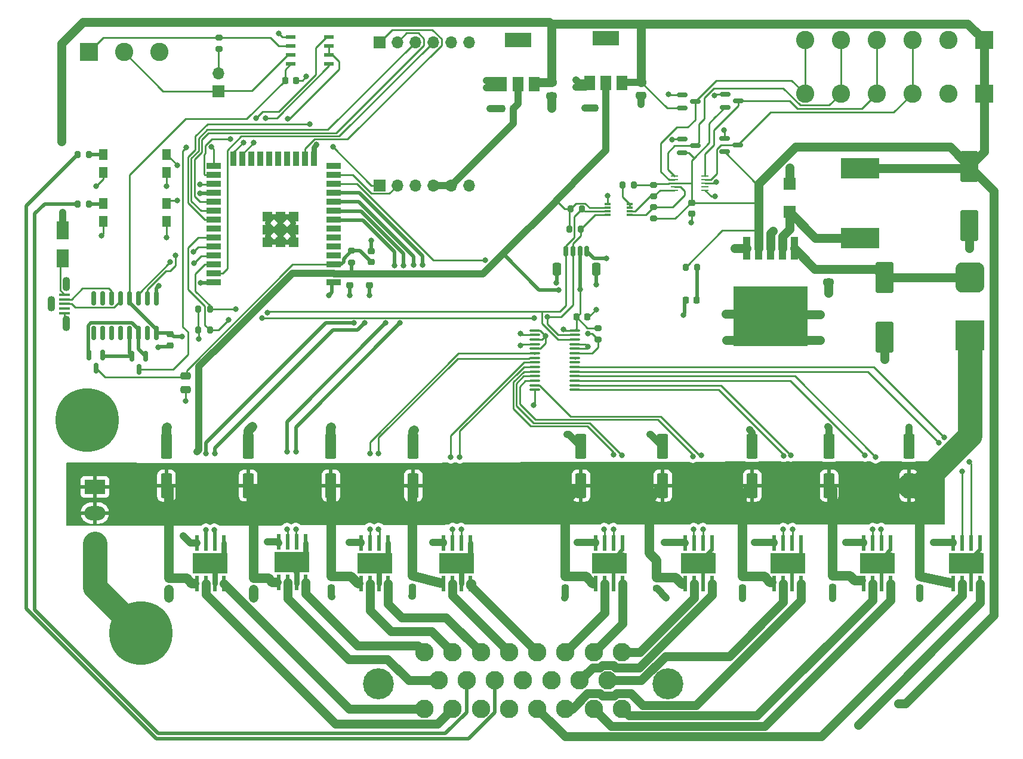
<source format=gbr>
%TF.GenerationSoftware,KiCad,Pcbnew,7.0.9*%
%TF.CreationDate,2024-01-10T08:13:28-06:00*%
%TF.ProjectId,RC15,52433135-2e6b-4696-9361-645f70636258,rev?*%
%TF.SameCoordinates,Original*%
%TF.FileFunction,Copper,L1,Top*%
%TF.FilePolarity,Positive*%
%FSLAX46Y46*%
G04 Gerber Fmt 4.6, Leading zero omitted, Abs format (unit mm)*
G04 Created by KiCad (PCBNEW 7.0.9) date 2024-01-10 08:13:28*
%MOMM*%
%LPD*%
G01*
G04 APERTURE LIST*
G04 Aperture macros list*
%AMRoundRect*
0 Rectangle with rounded corners*
0 $1 Rounding radius*
0 $2 $3 $4 $5 $6 $7 $8 $9 X,Y pos of 4 corners*
0 Add a 4 corners polygon primitive as box body*
4,1,4,$2,$3,$4,$5,$6,$7,$8,$9,$2,$3,0*
0 Add four circle primitives for the rounded corners*
1,1,$1+$1,$2,$3*
1,1,$1+$1,$4,$5*
1,1,$1+$1,$6,$7*
1,1,$1+$1,$8,$9*
0 Add four rect primitives between the rounded corners*
20,1,$1+$1,$2,$3,$4,$5,0*
20,1,$1+$1,$4,$5,$6,$7,0*
20,1,$1+$1,$6,$7,$8,$9,0*
20,1,$1+$1,$8,$9,$2,$3,0*%
G04 Aperture macros list end*
%TA.AperFunction,ComponentPad*%
%ADD10C,0.762000*%
%TD*%
%TA.AperFunction,SMDPad,CuDef*%
%ADD11R,1.330000X1.330000*%
%TD*%
%TA.AperFunction,SMDPad,CuDef*%
%ADD12R,2.000000X0.900000*%
%TD*%
%TA.AperFunction,SMDPad,CuDef*%
%ADD13R,0.900000X2.000000*%
%TD*%
%TA.AperFunction,SMDPad,CuDef*%
%ADD14R,1.460500X0.533400*%
%TD*%
%TA.AperFunction,ComponentPad*%
%ADD15R,2.600000X2.600000*%
%TD*%
%TA.AperFunction,ComponentPad*%
%ADD16C,2.600000*%
%TD*%
%TA.AperFunction,SMDPad,CuDef*%
%ADD17RoundRect,0.150000X-0.587500X-0.150000X0.587500X-0.150000X0.587500X0.150000X-0.587500X0.150000X0*%
%TD*%
%TA.AperFunction,SMDPad,CuDef*%
%ADD18RoundRect,0.225000X-0.250000X0.225000X-0.250000X-0.225000X0.250000X-0.225000X0.250000X0.225000X0*%
%TD*%
%TA.AperFunction,SMDPad,CuDef*%
%ADD19RoundRect,0.150000X-0.150000X0.825000X-0.150000X-0.825000X0.150000X-0.825000X0.150000X0.825000X0*%
%TD*%
%TA.AperFunction,SMDPad,CuDef*%
%ADD20RoundRect,0.250000X-0.475000X0.250000X-0.475000X-0.250000X0.475000X-0.250000X0.475000X0.250000X0*%
%TD*%
%TA.AperFunction,SMDPad,CuDef*%
%ADD21R,1.500000X2.000000*%
%TD*%
%TA.AperFunction,SMDPad,CuDef*%
%ADD22R,3.800000X2.000000*%
%TD*%
%TA.AperFunction,ComponentPad*%
%ADD23C,0.630000*%
%TD*%
%TA.AperFunction,SMDPad,CuDef*%
%ADD24R,4.900000X2.950000*%
%TD*%
%TA.AperFunction,SMDPad,CuDef*%
%ADD25R,0.500000X2.200000*%
%TD*%
%TA.AperFunction,SMDPad,CuDef*%
%ADD26RoundRect,0.250000X0.550000X-1.500000X0.550000X1.500000X-0.550000X1.500000X-0.550000X-1.500000X0*%
%TD*%
%TA.AperFunction,SMDPad,CuDef*%
%ADD27R,5.400000X2.900000*%
%TD*%
%TA.AperFunction,ComponentPad*%
%ADD28R,1.700000X1.700000*%
%TD*%
%TA.AperFunction,ComponentPad*%
%ADD29O,1.700000X1.700000*%
%TD*%
%TA.AperFunction,SMDPad,CuDef*%
%ADD30RoundRect,0.200000X0.200000X0.275000X-0.200000X0.275000X-0.200000X-0.275000X0.200000X-0.275000X0*%
%TD*%
%TA.AperFunction,SMDPad,CuDef*%
%ADD31RoundRect,0.200000X0.275000X-0.200000X0.275000X0.200000X-0.275000X0.200000X-0.275000X-0.200000X0*%
%TD*%
%TA.AperFunction,ComponentPad*%
%ADD32C,2.625000*%
%TD*%
%TA.AperFunction,ComponentPad*%
%ADD33C,4.395000*%
%TD*%
%TA.AperFunction,SMDPad,CuDef*%
%ADD34RoundRect,0.150000X0.150000X0.625000X-0.150000X0.625000X-0.150000X-0.625000X0.150000X-0.625000X0*%
%TD*%
%TA.AperFunction,SMDPad,CuDef*%
%ADD35RoundRect,0.250000X0.350000X0.650000X-0.350000X0.650000X-0.350000X-0.650000X0.350000X-0.650000X0*%
%TD*%
%TA.AperFunction,SMDPad,CuDef*%
%ADD36RoundRect,0.200000X-0.200000X-0.275000X0.200000X-0.275000X0.200000X0.275000X-0.200000X0.275000X0*%
%TD*%
%TA.AperFunction,SMDPad,CuDef*%
%ADD37RoundRect,0.100000X-0.637500X-0.100000X0.637500X-0.100000X0.637500X0.100000X-0.637500X0.100000X0*%
%TD*%
%TA.AperFunction,SMDPad,CuDef*%
%ADD38R,1.500000X0.450000*%
%TD*%
%TA.AperFunction,ComponentPad*%
%ADD39O,1.100000X2.000000*%
%TD*%
%TA.AperFunction,ComponentPad*%
%ADD40O,1.100000X2.200000*%
%TD*%
%TA.AperFunction,SMDPad,CuDef*%
%ADD41R,1.100000X0.250000*%
%TD*%
%TA.AperFunction,ComponentPad*%
%ADD42C,9.000000*%
%TD*%
%TA.AperFunction,SMDPad,CuDef*%
%ADD43RoundRect,0.225000X0.225000X0.250000X-0.225000X0.250000X-0.225000X-0.250000X0.225000X-0.250000X0*%
%TD*%
%TA.AperFunction,SMDPad,CuDef*%
%ADD44R,1.300000X1.500000*%
%TD*%
%TA.AperFunction,SMDPad,CuDef*%
%ADD45RoundRect,0.200000X-0.275000X0.200000X-0.275000X-0.200000X0.275000X-0.200000X0.275000X0.200000X0*%
%TD*%
%TA.AperFunction,SMDPad,CuDef*%
%ADD46R,1.050000X3.210000*%
%TD*%
%TA.AperFunction,SMDPad,CuDef*%
%ADD47R,10.530000X8.460000*%
%TD*%
%TA.AperFunction,SMDPad,CuDef*%
%ADD48R,0.850000X0.300000*%
%TD*%
%TA.AperFunction,SMDPad,CuDef*%
%ADD49RoundRect,0.218750X-0.218750X-0.256250X0.218750X-0.256250X0.218750X0.256250X-0.218750X0.256250X0*%
%TD*%
%TA.AperFunction,SMDPad,CuDef*%
%ADD50RoundRect,0.225000X-0.225000X-0.250000X0.225000X-0.250000X0.225000X0.250000X-0.225000X0.250000X0*%
%TD*%
%TA.AperFunction,SMDPad,CuDef*%
%ADD51RoundRect,0.150000X-0.150000X0.587500X-0.150000X-0.587500X0.150000X-0.587500X0.150000X0.587500X0*%
%TD*%
%TA.AperFunction,SMDPad,CuDef*%
%ADD52RoundRect,0.250000X-1.000000X1.950000X-1.000000X-1.950000X1.000000X-1.950000X1.000000X1.950000X0*%
%TD*%
%TA.AperFunction,SMDPad,CuDef*%
%ADD53RoundRect,1.025000X-1.025000X-1.125000X1.025000X-1.125000X1.025000X1.125000X-1.025000X1.125000X0*%
%TD*%
%TA.AperFunction,SMDPad,CuDef*%
%ADD54R,4.100000X4.300000*%
%TD*%
%TA.AperFunction,SMDPad,CuDef*%
%ADD55RoundRect,0.225000X0.250000X-0.225000X0.250000X0.225000X-0.250000X0.225000X-0.250000X-0.225000X0*%
%TD*%
%TA.AperFunction,SMDPad,CuDef*%
%ADD56R,1.800000X1.800000*%
%TD*%
%TA.AperFunction,ComponentPad*%
%ADD57R,3.000000X2.000000*%
%TD*%
%TA.AperFunction,ComponentPad*%
%ADD58O,3.000000X2.000000*%
%TD*%
%TA.AperFunction,SMDPad,CuDef*%
%ADD59R,1.700000X2.500000*%
%TD*%
%TA.AperFunction,ViaPad*%
%ADD60C,0.800000*%
%TD*%
%TA.AperFunction,Conductor*%
%ADD61C,0.254000*%
%TD*%
%TA.AperFunction,Conductor*%
%ADD62C,0.508000*%
%TD*%
%TA.AperFunction,Conductor*%
%ADD63C,1.016000*%
%TD*%
%TA.AperFunction,Conductor*%
%ADD64C,1.371600*%
%TD*%
%TA.AperFunction,Conductor*%
%ADD65C,1.270000*%
%TD*%
%TA.AperFunction,Conductor*%
%ADD66C,0.762000*%
%TD*%
%TA.AperFunction,Conductor*%
%ADD67C,3.500000*%
%TD*%
G04 APERTURE END LIST*
D10*
%TO.P,U15,G.22,GND*%
%TO.N,GND*%
X58503600Y-52639300D03*
%TO.P,U15,G.21,GND*%
X56668600Y-52639300D03*
%TO.P,U15,G.20,GND*%
X59421100Y-53556800D03*
%TO.P,U15,G.19,GND*%
X57586100Y-53556800D03*
%TO.P,U15,G.18,GND*%
X55751100Y-53556800D03*
%TO.P,U15,G.17,GND*%
X58503600Y-54474300D03*
%TO.P,U15,G.16,GND*%
X56668600Y-54474300D03*
%TO.P,U15,G.15,GND*%
X59421100Y-55391800D03*
%TO.P,U15,G.14,GND*%
X57586100Y-55391800D03*
%TO.P,U15,G.13,GND*%
X55751100Y-55391800D03*
%TO.P,U15,G.12,GND*%
X58503600Y-56309300D03*
%TO.P,U15,G.11,GND*%
X56668600Y-56309300D03*
D11*
%TO.P,U15,G.10,GND*%
X59421100Y-52639300D03*
%TO.P,U15,G.9,GND*%
X57586100Y-52639300D03*
%TO.P,U15,G.8,GND*%
X55751100Y-52639300D03*
%TO.P,U15,G.7,GND*%
X59421100Y-54474300D03*
%TO.P,U15,G.6,GND*%
X57586100Y-54474300D03*
%TO.P,U15,G.5,GND*%
X55751100Y-54474300D03*
%TO.P,U15,G.4,GND*%
X59421100Y-56309300D03*
%TO.P,U15,G.2,GND*%
X57586100Y-56309300D03*
%TO.P,U15,G.1,GND*%
X55751100Y-56309300D03*
D12*
%TO.P,U15,38,GND*%
X48086100Y-61974300D03*
%TO.P,U15,37,IO23*%
%TO.N,MOSI*%
X48086100Y-60704300D03*
%TO.P,U15,36,IO22*%
%TO.N,SCL*%
X48086100Y-59434300D03*
%TO.P,U15,35,TXD0*%
%TO.N,uC_TX*%
X48086100Y-58164300D03*
%TO.P,U15,34,RXD0*%
%TO.N,uC_RX*%
X48086100Y-56894300D03*
%TO.P,U15,33,IO21*%
%TO.N,SDA*%
X48086100Y-55624300D03*
%TO.P,U15,32*%
%TO.N,N/C*%
X48086100Y-54354300D03*
%TO.P,U15,31,IO19*%
%TO.N,MISO*%
X48086100Y-53084300D03*
%TO.P,U15,30,IO18*%
%TO.N,SCK*%
X48086100Y-51814300D03*
%TO.P,U15,29,IO5*%
%TO.N,SS*%
X48086100Y-50544300D03*
%TO.P,U15,28,IO17*%
%TO.N,FlowPin1*%
X48086100Y-49274300D03*
%TO.P,U15,27,IO16*%
%TO.N,FlowPin2*%
X48086100Y-48004300D03*
%TO.P,U15,26,IO4*%
%TO.N,TX2*%
X48086100Y-46734300D03*
%TO.P,U15,25,IO0*%
%TO.N,Net-(Q2-D)*%
X48086100Y-45464300D03*
D13*
%TO.P,U15,24,IO2*%
%TO.N,RX2*%
X50871100Y-44464300D03*
%TO.P,U15,23,IO15*%
%TO.N,RS485_Enable*%
X52141100Y-44464300D03*
%TO.P,U15,22,SD1/SD1*%
%TO.N,unconnected-(U15-SD1{slash}SD1-Pad22)*%
X53411100Y-44464300D03*
%TO.P,U15,21,SDO/SD0*%
%TO.N,unconnected-(U15-SDO{slash}SD0-Pad21)*%
X54681100Y-44464300D03*
%TO.P,U15,20,SCL/CLK*%
%TO.N,unconnected-(U15-SCL{slash}CLK-Pad20)*%
X55951100Y-44464300D03*
%TO.P,U15,19,SCS/CMD*%
%TO.N,unconnected-(U15-SCS{slash}CMD-Pad19)*%
X57221100Y-44464300D03*
%TO.P,U15,18,SWP/SD3*%
%TO.N,unconnected-(U15-SWP{slash}SD3-Pad18)*%
X58491100Y-44464300D03*
%TO.P,U15,17,SHD/SD2*%
%TO.N,unconnected-(U15-SHD{slash}SD2-Pad17)*%
X59761100Y-44464300D03*
%TO.P,U15,16,IO13*%
%TO.N,INTn*%
X61031100Y-44464300D03*
%TO.P,U15,15,GND*%
%TO.N,GND*%
X62301100Y-44464300D03*
D12*
%TO.P,U15,14,IO12*%
%TO.N,unconnected-(U15-IO12-Pad14)*%
X65086100Y-45464300D03*
%TO.P,U15,13,IO14*%
%TO.N,ResetNW*%
X65086100Y-46734300D03*
%TO.P,U15,12,IO27*%
%TO.N,OutputEnable*%
X65086100Y-48004300D03*
%TO.P,U15,11,I026*%
%TO.N,M2_IN2*%
X65086100Y-49274300D03*
%TO.P,U15,10,I025*%
%TO.N,M2_IN1*%
X65086100Y-50544300D03*
%TO.P,U15,9,I033*%
%TO.N,M1_IN2*%
X65086100Y-51814300D03*
%TO.P,U15,8,I032*%
%TO.N,M1_IN1*%
X65086100Y-53084300D03*
%TO.P,U15,7,I035*%
%TO.N,unconnected-(U15-I035-Pad7)*%
X65086100Y-54354300D03*
%TO.P,U15,6,I034*%
%TO.N,unconnected-(U15-I034-Pad6)*%
X65086100Y-55624300D03*
%TO.P,U15,5,SENSOR_VN*%
%TO.N,unconnected-(U15-SENSOR_VN-Pad5)*%
X65086100Y-56894300D03*
%TO.P,U15,4,SENSOR_VP*%
%TO.N,unconnected-(U15-SENSOR_VP-Pad4)*%
X65086100Y-58164300D03*
%TO.P,U15,3,EN*%
%TO.N,uC_EN*%
X65086100Y-59434300D03*
%TO.P,U15,2,3V3*%
%TO.N,+3.3V*%
X65086100Y-60704300D03*
%TO.P,U15,1,GND*%
%TO.N,GND*%
X65086100Y-61974300D03*
%TD*%
D14*
%TO.P,U7,1,RO*%
%TO.N,RX2*%
X64474150Y-31005000D03*
%TO.P,U7,2,~{RE}*%
%TO.N,RS485_Enable*%
X64474150Y-29735000D03*
%TO.P,U7,3,DE*%
X64474150Y-28465000D03*
%TO.P,U7,4,DI*%
%TO.N,TX2*%
X64474150Y-27195000D03*
%TO.P,U7,5,GND*%
%TO.N,GND*%
X59025850Y-27195000D03*
%TO.P,U7,6,A*%
%TO.N,Net-(J8-Pin_1)*%
X59025850Y-28465000D03*
%TO.P,U7,7,B*%
%TO.N,Net-(J3-Pin_1)*%
X59025850Y-29735000D03*
%TO.P,U7,8,VCC*%
%TO.N,+3.3V*%
X59025850Y-31005000D03*
%TD*%
D15*
%TO.P,J8,1,Pin_1*%
%TO.N,Net-(J8-Pin_1)*%
X30400000Y-29300000D03*
D16*
%TO.P,J8,2,Pin_2*%
%TO.N,Net-(J3-Pin_1)*%
X35400000Y-29300000D03*
%TO.P,J8,3,Pin_3*%
%TO.N,GND*%
X40400000Y-29300000D03*
%TD*%
D17*
%TO.P,D5,1,K*%
%TO.N,GND*%
X114525000Y-35350000D03*
%TO.P,D5,2,A*%
%TO.N,+5V*%
X114525000Y-37250000D03*
%TO.P,D5,3,K*%
%TO.N,Net-(U16-AIN3)*%
X116400000Y-36300000D03*
%TD*%
D18*
%TO.P,C15,1*%
%TO.N,+12V*%
X53750000Y-103975000D03*
%TO.P,C15,2*%
%TO.N,GND*%
X53750000Y-105525000D03*
%TD*%
D19*
%TO.P,U3,1,GND*%
%TO.N,GND*%
X39934300Y-64215700D03*
%TO.P,U3,2,TXD*%
%TO.N,uC_RX*%
X38664300Y-64215700D03*
%TO.P,U3,3,RXD*%
%TO.N,uC_TX*%
X37394300Y-64215700D03*
%TO.P,U3,4,V3*%
%TO.N,+3.3V*%
X36124300Y-64215700D03*
%TO.P,U3,5,UD+*%
%TO.N,Net-(J1-D+)*%
X34854300Y-64215700D03*
%TO.P,U3,6,UD-*%
%TO.N,Net-(J1-D-)*%
X33584300Y-64215700D03*
%TO.P,U3,7,NC*%
%TO.N,unconnected-(U3-NC-Pad7)*%
X32314300Y-64215700D03*
%TO.P,U3,8,NC*%
%TO.N,unconnected-(U3-NC-Pad8)*%
X31044300Y-64215700D03*
%TO.P,U3,9,~{CTS}*%
%TO.N,unconnected-(U3-~{CTS}-Pad9)*%
X31044300Y-69165700D03*
%TO.P,U3,10,~{DSR}*%
%TO.N,unconnected-(U3-~{DSR}-Pad10)*%
X32314300Y-69165700D03*
%TO.P,U3,11,~{RI}*%
%TO.N,unconnected-(U3-~{RI}-Pad11)*%
X33584300Y-69165700D03*
%TO.P,U3,12,~{DCD}*%
%TO.N,unconnected-(U3-~{DCD}-Pad12)*%
X34854300Y-69165700D03*
%TO.P,U3,13,~{DTR}*%
%TO.N,Net-(Q1-G)*%
X36124300Y-69165700D03*
%TO.P,U3,14,~{RTS}*%
%TO.N,Net-(Q1-S)*%
X37394300Y-69165700D03*
%TO.P,U3,15,R232*%
%TO.N,unconnected-(U3-R232-Pad15)*%
X38664300Y-69165700D03*
%TO.P,U3,16,VCC*%
%TO.N,+3.3V*%
X39934300Y-69165700D03*
%TD*%
D20*
%TO.P,C7,1*%
%TO.N,+5V*%
X108750000Y-33550000D03*
%TO.P,C7,2*%
%TO.N,GND*%
X108750000Y-35450000D03*
%TD*%
D18*
%TO.P,C33,1*%
%TO.N,+12V*%
X98000000Y-103725000D03*
%TO.P,C33,2*%
%TO.N,GND*%
X98000000Y-105275000D03*
%TD*%
D21*
%TO.P,IC1,1,ADJ/GND*%
%TO.N,GND*%
X101450000Y-33650000D03*
%TO.P,IC1,2,OUTPUT*%
%TO.N,+3.3V*%
X103750000Y-33650000D03*
%TO.P,IC1,3,INPUT*%
%TO.N,+5V*%
X106050000Y-33650000D03*
D22*
%TO.P,IC1,4,VOUT*%
%TO.N,unconnected-(IC1-VOUT-Pad4)*%
X103750000Y-27350000D03*
%TD*%
D23*
%TO.P,U10,9,GND*%
%TO.N,GND*%
X102900000Y-102450000D03*
X104200000Y-102450000D03*
X105500000Y-102450000D03*
D24*
X104200000Y-101800000D03*
D23*
X102900000Y-101150000D03*
X104200000Y-101150000D03*
X105500000Y-101150000D03*
D25*
%TO.P,U10,8,OUT2*%
%TO.N,S3B*%
X106105000Y-104675000D03*
%TO.P,U10,7,ISEN*%
%TO.N,GND*%
X104835000Y-104675000D03*
%TO.P,U10,6,OUT1*%
%TO.N,S3A*%
X103565000Y-104675000D03*
%TO.P,U10,5,VM*%
%TO.N,+12V*%
X102295000Y-104675000D03*
%TO.P,U10,4,VREF*%
%TO.N,+3.3V*%
X102295000Y-98925000D03*
%TO.P,U10,3,IN1*%
%TO.N,Net-(U10-IN1)*%
X103565000Y-98925000D03*
%TO.P,U10,2,IN2*%
%TO.N,Net-(U10-IN2)*%
X104835000Y-98925000D03*
%TO.P,U10,1,GND*%
%TO.N,GND*%
X106105000Y-98925000D03*
%TD*%
D26*
%TO.P,C47,1*%
%TO.N,+12V*%
X146700000Y-90814434D03*
%TO.P,C47,2*%
%TO.N,GND*%
X146700000Y-85214434D03*
%TD*%
%TO.P,C37,1*%
%TO.N,+12V*%
X64733332Y-90814434D03*
%TO.P,C37,2*%
%TO.N,GND*%
X64733332Y-85214434D03*
%TD*%
D27*
%TO.P,L1,1,1*%
%TO.N,Net-(IC2-Output)*%
X139803375Y-55650000D03*
%TO.P,L1,2,2*%
%TO.N,+5V*%
X139803375Y-45750000D03*
%TD*%
D28*
%TO.P,J7,1,Pin_1*%
%TO.N,MISO*%
X71610000Y-48200000D03*
D29*
%TO.P,J7,2,Pin_2*%
%TO.N,ResetNW*%
X74150000Y-48200000D03*
%TO.P,J7,3,Pin_3*%
%TO.N,unconnected-(J7-Pin_3-Pad3)*%
X76690000Y-48200000D03*
%TO.P,J7,4,Pin_4*%
%TO.N,Net-(IC4-OUTPUT)*%
X79230000Y-48200000D03*
%TO.P,J7,5,Pin_5*%
X81770000Y-48200000D03*
%TO.P,J7,6,Pin_6*%
%TO.N,GND*%
X84310000Y-48200000D03*
%TD*%
D30*
%TO.P,R3,1*%
%TO.N,Net-(D1-A)*%
X116700000Y-59800000D03*
%TO.P,R3,2*%
%TO.N,+5V*%
X115050000Y-59800000D03*
%TD*%
D31*
%TO.P,R4,1*%
%TO.N,+3.3V*%
X67684300Y-59140700D03*
%TO.P,R4,2*%
%TO.N,uC_EN*%
X67684300Y-57490700D03*
%TD*%
D17*
%TO.P,D8,1,K*%
%TO.N,GND*%
X120575000Y-41550000D03*
%TO.P,D8,2,A*%
%TO.N,+5V*%
X120575000Y-43450000D03*
%TO.P,D8,3,K*%
%TO.N,Net-(U16-AIN0)*%
X122450000Y-42500000D03*
%TD*%
D15*
%TO.P,KF3,1*%
%TO.N,+5V*%
X157365000Y-27595000D03*
X157365000Y-35215000D03*
D16*
%TO.P,KF3,2*%
%TO.N,GND*%
X152285000Y-27595000D03*
X152285000Y-35215000D03*
%TO.P,KF3,3*%
%TO.N,Net-(U16-AIN0)*%
X147205000Y-27595000D03*
X147205000Y-35215000D03*
%TO.P,KF3,4*%
%TO.N,Net-(U16-AIN1)*%
X142125000Y-27595000D03*
X142125000Y-35215000D03*
%TO.P,KF3,5*%
%TO.N,Net-(U16-AIN2)*%
X137045000Y-27595000D03*
X137045000Y-35215000D03*
%TO.P,KF3,6*%
%TO.N,Net-(U16-AIN3)*%
X131965000Y-27595000D03*
X131965000Y-35215000D03*
%TD*%
D28*
%TO.P,J3,1,Pin_1*%
%TO.N,Net-(J3-Pin_1)*%
X48800000Y-34825000D03*
D29*
%TO.P,J3,2,Pin_2*%
%TO.N,Net-(J3-Pin_2)*%
X48800000Y-32285000D03*
%TD*%
D21*
%TO.P,IC4,1,ADJ/GND*%
%TO.N,GND*%
X88950000Y-33837500D03*
%TO.P,IC4,2,OUTPUT*%
%TO.N,Net-(IC4-OUTPUT)*%
X91250000Y-33837500D03*
%TO.P,IC4,3,INPUT*%
%TO.N,+5V*%
X93550000Y-33837500D03*
D22*
%TO.P,IC4,4,VOUT*%
%TO.N,unconnected-(IC4-VOUT-Pad4)*%
X91250000Y-27537500D03*
%TD*%
D18*
%TO.P,C11,1*%
%TO.N,+3.3V*%
X70184300Y-60790700D03*
%TO.P,C11,2*%
%TO.N,GND*%
X70184300Y-62340700D03*
%TD*%
D20*
%TO.P,C14,1*%
%TO.N,+5V*%
X96000000Y-33600000D03*
%TO.P,C14,2*%
%TO.N,GND*%
X96000000Y-35500000D03*
%TD*%
D32*
%TO.P,J2,1,1*%
%TO.N,M2B*%
X78000000Y-114457200D03*
%TO.P,J2,2,2*%
%TO.N,S1A*%
X82000000Y-114457200D03*
%TO.P,J2,3,3*%
%TO.N,S1B*%
X86000000Y-114457200D03*
%TO.P,J2,4,4*%
%TO.N,S2A*%
X90000000Y-114457200D03*
%TO.P,J2,5,5*%
%TO.N,S2B*%
X94000000Y-114457200D03*
%TO.P,J2,6,6*%
%TO.N,S3A*%
X98000000Y-114457200D03*
%TO.P,J2,7,7*%
%TO.N,S3B*%
X102000000Y-114457200D03*
%TO.P,J2,8,8*%
%TO.N,S4A*%
X106000000Y-114457200D03*
%TO.P,J2,9,9*%
%TO.N,M2A*%
X80000000Y-118457200D03*
%TO.P,J2,10,10*%
%TO.N,FlowSensor1*%
X84000000Y-118457200D03*
%TO.P,J2,11,11*%
%TO.N,FlowSensor2*%
X88000000Y-118457200D03*
%TO.P,J2,12,12*%
%TO.N,GND*%
X92000000Y-118457200D03*
%TO.P,J2,13,13*%
%TO.N,+5V*%
X96000000Y-118457200D03*
%TO.P,J2,14,14*%
%TO.N,S4B*%
X100000000Y-118457200D03*
%TO.P,J2,15,15*%
%TO.N,S5A*%
X104000000Y-118457200D03*
%TO.P,J2,16,16*%
%TO.N,M1B*%
X78000000Y-122457200D03*
%TO.P,J2,17,17*%
%TO.N,M1A*%
X82000000Y-122457200D03*
%TO.P,J2,18,18*%
%TO.N,Net-(J5-Pin_1)*%
X86000000Y-122457200D03*
%TO.P,J2,19,19*%
%TO.N,S7B*%
X90000000Y-122457200D03*
%TO.P,J2,20,20*%
%TO.N,S7A*%
X94000000Y-122457200D03*
%TO.P,J2,21,21*%
%TO.N,S5B*%
X98000000Y-122457200D03*
%TO.P,J2,22,22*%
%TO.N,S6B*%
X102000000Y-122457200D03*
%TO.P,J2,23,23*%
%TO.N,S6A*%
X106000000Y-122457200D03*
D33*
%TO.P,J2,MH1,MH1*%
%TO.N,unconnected-(J2-PadMH1)*%
X71500000Y-118957200D03*
%TO.P,J2,MH2,MH2*%
%TO.N,unconnected-(J2-PadMH2)*%
X112500000Y-118957200D03*
%TD*%
D34*
%TO.P,J9,1,Pin_1*%
%TO.N,GND*%
X101050000Y-57575000D03*
%TO.P,J9,2,Pin_2*%
%TO.N,+3.3V*%
X100050000Y-57575000D03*
%TO.P,J9,3,Pin_3*%
%TO.N,SDA*%
X99050000Y-57575000D03*
%TO.P,J9,4,Pin_4*%
%TO.N,SCL*%
X98050000Y-57575000D03*
D35*
%TO.P,J9,MP,MountPin*%
%TO.N,GND*%
X102350000Y-60100000D03*
X96750000Y-60100000D03*
%TD*%
D17*
%TO.P,D6,1,K*%
%TO.N,GND*%
X114584586Y-41640414D03*
%TO.P,D6,2,A*%
%TO.N,+5V*%
X114584586Y-43540414D03*
%TO.P,D6,3,K*%
%TO.N,Net-(U16-AIN2)*%
X116459586Y-42590414D03*
%TD*%
%TO.P,D7,1,K*%
%TO.N,GND*%
X120625000Y-35250000D03*
%TO.P,D7,2,A*%
%TO.N,+5V*%
X120625000Y-37150000D03*
%TO.P,D7,3,K*%
%TO.N,Net-(U16-AIN1)*%
X122500000Y-36200000D03*
%TD*%
D36*
%TO.P,R28,1*%
%TO.N,+3.3V*%
X98525000Y-54450000D03*
%TO.P,R28,2*%
%TO.N,SDA*%
X100175000Y-54450000D03*
%TD*%
D23*
%TO.P,U5,9,GND*%
%TO.N,GND*%
X57900000Y-102300000D03*
X59200000Y-102300000D03*
X60500000Y-102300000D03*
D24*
X59200000Y-101650000D03*
D23*
X57900000Y-101000000D03*
X59200000Y-101000000D03*
X60500000Y-101000000D03*
D25*
%TO.P,U5,8,OUT2*%
%TO.N,M2B*%
X61105000Y-104525000D03*
%TO.P,U5,7,ISEN*%
%TO.N,GND*%
X59835000Y-104525000D03*
%TO.P,U5,6,OUT1*%
%TO.N,M2A*%
X58565000Y-104525000D03*
%TO.P,U5,5,VM*%
%TO.N,+12V*%
X57295000Y-104525000D03*
%TO.P,U5,4,VREF*%
%TO.N,+3.3V*%
X57295000Y-98775000D03*
%TO.P,U5,3,IN1*%
%TO.N,M2_IN1*%
X58565000Y-98775000D03*
%TO.P,U5,2,IN2*%
%TO.N,M2_IN2*%
X59835000Y-98775000D03*
%TO.P,U5,1,GND*%
%TO.N,GND*%
X61105000Y-98775000D03*
%TD*%
D37*
%TO.P,U6,1,A0*%
%TO.N,+3.3V*%
X93637500Y-68775000D03*
%TO.P,U6,2,A1*%
%TO.N,GND*%
X93637500Y-69425000D03*
%TO.P,U6,3,A2*%
%TO.N,+3.3V*%
X93637500Y-70075000D03*
%TO.P,U6,4,A3*%
%TO.N,GND*%
X93637500Y-70725000D03*
%TO.P,U6,5,A4*%
%TO.N,+3.3V*%
X93637500Y-71375000D03*
%TO.P,U6,6,LED0*%
%TO.N,Net-(U6-LED0)*%
X93637500Y-72025000D03*
%TO.P,U6,7,LED1*%
%TO.N,Net-(U6-LED1)*%
X93637500Y-72675000D03*
%TO.P,U6,8,LED2*%
%TO.N,Net-(U6-LED2)*%
X93637500Y-73325000D03*
%TO.P,U6,9,LED3*%
%TO.N,Net-(U6-LED3)*%
X93637500Y-73975000D03*
%TO.P,U6,10,LED4*%
%TO.N,Net-(U10-IN1)*%
X93637500Y-74625000D03*
%TO.P,U6,11,LED5*%
%TO.N,Net-(U10-IN2)*%
X93637500Y-75275000D03*
%TO.P,U6,12,LED6*%
%TO.N,Net-(U11-IN1)*%
X93637500Y-75925000D03*
%TO.P,U6,13,LED7*%
%TO.N,Net-(U11-IN2)*%
X93637500Y-76575000D03*
%TO.P,U6,14,VSS*%
%TO.N,GND*%
X93637500Y-77225000D03*
%TO.P,U6,15,LED8*%
%TO.N,Net-(U12-IN1)*%
X99362500Y-77225000D03*
%TO.P,U6,16,LED9*%
%TO.N,Net-(U12-IN2)*%
X99362500Y-76575000D03*
%TO.P,U6,17,LED10*%
%TO.N,Net-(U13-IN1)*%
X99362500Y-75925000D03*
%TO.P,U6,18,LED11*%
%TO.N,Net-(U13-IN2)*%
X99362500Y-75275000D03*
%TO.P,U6,19,LED12*%
%TO.N,Net-(U14-IN1)*%
X99362500Y-74625000D03*
%TO.P,U6,20,LED13*%
%TO.N,Net-(U14-IN2)*%
X99362500Y-73975000D03*
%TO.P,U6,21,LED14*%
%TO.N,unconnected-(U6-LED14-Pad21)*%
X99362500Y-73325000D03*
%TO.P,U6,22,LED15*%
%TO.N,unconnected-(U6-LED15-Pad22)*%
X99362500Y-72675000D03*
%TO.P,U6,23,~{OE}*%
%TO.N,OutputEnable*%
X99362500Y-72025000D03*
%TO.P,U6,24,A5*%
%TO.N,GND*%
X99362500Y-71375000D03*
%TO.P,U6,25,EXTCLK*%
X99362500Y-70725000D03*
%TO.P,U6,26,SCL*%
%TO.N,SCL*%
X99362500Y-70075000D03*
%TO.P,U6,27,SDA*%
%TO.N,SDA*%
X99362500Y-69425000D03*
%TO.P,U6,28,VDD*%
%TO.N,+3.3V*%
X99362500Y-68775000D03*
%TD*%
D26*
%TO.P,C16,1*%
%TO.N,+12V*%
X53000000Y-90800000D03*
%TO.P,C16,2*%
%TO.N,GND*%
X53000000Y-85200000D03*
%TD*%
D36*
%TO.P,R2,1*%
%TO.N,FlowSensor2*%
X28784300Y-43815700D03*
%TO.P,R2,2*%
%TO.N,Net-(R2-Pad2)*%
X30434300Y-43815700D03*
%TD*%
D18*
%TO.P,C1,1*%
%TO.N,+12V*%
X41750000Y-103950000D03*
%TO.P,C1,2*%
%TO.N,GND*%
X41750000Y-105500000D03*
%TD*%
D26*
%TO.P,C39,1*%
%TO.N,+12V*%
X100200000Y-90814434D03*
%TO.P,C39,2*%
%TO.N,GND*%
X100200000Y-85214434D03*
%TD*%
D38*
%TO.P,J1,1,VBUS*%
%TO.N,Net-(D4-A)*%
X26934300Y-63715700D03*
%TO.P,J1,2,D-*%
%TO.N,Net-(J1-D-)*%
X26934300Y-64365700D03*
%TO.P,J1,3,D+*%
%TO.N,Net-(J1-D+)*%
X26934300Y-65015700D03*
%TO.P,J1,4,ID*%
%TO.N,unconnected-(J1-ID-Pad4)*%
X26934300Y-65665700D03*
%TO.P,J1,5,GND*%
%TO.N,GND*%
X26934300Y-66315700D03*
D39*
%TO.P,J1,S1,SHIELD*%
X27184300Y-62215700D03*
D40*
%TO.P,J1,S2,SHIELD*%
X27184300Y-67815700D03*
%TO.P,J1,S3,SHIELD*%
X25034300Y-65015700D03*
%TD*%
D41*
%TO.P,U16,1,ADDR*%
%TO.N,GND*%
X117800000Y-48900000D03*
%TO.P,U16,2,ALERT/RDY*%
%TO.N,unconnected-(U16-ALERT{slash}RDY-Pad2)*%
X117800000Y-48400000D03*
%TO.P,U16,3,GND*%
%TO.N,GND*%
X117800000Y-47900000D03*
%TO.P,U16,4,AIN0*%
%TO.N,Net-(U16-AIN0)*%
X117800000Y-47400000D03*
%TO.P,U16,5,AIN1*%
%TO.N,Net-(U16-AIN1)*%
X117800000Y-46900000D03*
%TO.P,U16,6,AIN2*%
%TO.N,Net-(U16-AIN2)*%
X113500000Y-46900000D03*
%TO.P,U16,7,AIN3*%
%TO.N,Net-(U16-AIN3)*%
X113500000Y-47400000D03*
%TO.P,U16,8,VDD*%
%TO.N,+5V*%
X113500000Y-47900000D03*
%TO.P,U16,9,SDA*%
%TO.N,Net-(IC3-SDA2)*%
X113500000Y-48400000D03*
%TO.P,U16,10,SCL*%
%TO.N,Net-(IC3-SCL2)*%
X113500000Y-48900000D03*
%TD*%
D42*
%TO.P,J5,1,Pin_1*%
%TO.N,Net-(J5-Pin_1)*%
X37750000Y-111750000D03*
%TD*%
D43*
%TO.P,C5,1*%
%TO.N,+3.3V*%
X103750000Y-37250000D03*
%TO.P,C5,2*%
%TO.N,GND*%
X102200000Y-37250000D03*
%TD*%
D23*
%TO.P,U2,9,GND*%
%TO.N,GND*%
X46300000Y-102450000D03*
X47600000Y-102450000D03*
X48900000Y-102450000D03*
D24*
X47600000Y-101800000D03*
D23*
X46300000Y-101150000D03*
X47600000Y-101150000D03*
X48900000Y-101150000D03*
D25*
%TO.P,U2,8,OUT2*%
%TO.N,M1B*%
X49505000Y-104675000D03*
%TO.P,U2,7,ISEN*%
%TO.N,GND*%
X48235000Y-104675000D03*
%TO.P,U2,6,OUT1*%
%TO.N,M1A*%
X46965000Y-104675000D03*
%TO.P,U2,5,VM*%
%TO.N,+12V*%
X45695000Y-104675000D03*
%TO.P,U2,4,VREF*%
%TO.N,+3.3V*%
X45695000Y-98925000D03*
%TO.P,U2,3,IN1*%
%TO.N,M1_IN1*%
X46965000Y-98925000D03*
%TO.P,U2,2,IN2*%
%TO.N,M1_IN2*%
X48235000Y-98925000D03*
%TO.P,U2,1,GND*%
%TO.N,GND*%
X49505000Y-98925000D03*
%TD*%
D20*
%TO.P,C8,1*%
%TO.N,Net-(D3-K)*%
X135303375Y-60050000D03*
%TO.P,C8,2*%
%TO.N,GND*%
X135303375Y-61950000D03*
%TD*%
D44*
%TO.P,U1,1*%
%TO.N,Net-(R2-Pad2)*%
X32434300Y-43795700D03*
%TO.P,U1,2*%
%TO.N,GND*%
X32434300Y-46335700D03*
%TO.P,U1,3*%
X41434300Y-46335700D03*
%TO.P,U1,4*%
%TO.N,FlowPin2*%
X41434300Y-43795700D03*
%TD*%
D23*
%TO.P,U8,9,GND*%
%TO.N,GND*%
X69633332Y-102450000D03*
X70933332Y-102450000D03*
X72233332Y-102450000D03*
D24*
X70933332Y-101800000D03*
D23*
X69633332Y-101150000D03*
X70933332Y-101150000D03*
X72233332Y-101150000D03*
D25*
%TO.P,U8,8,OUT2*%
%TO.N,S1B*%
X72838332Y-104675000D03*
%TO.P,U8,7,ISEN*%
%TO.N,GND*%
X71568332Y-104675000D03*
%TO.P,U8,6,OUT1*%
%TO.N,S1A*%
X70298332Y-104675000D03*
%TO.P,U8,5,VM*%
%TO.N,+12V*%
X69028332Y-104675000D03*
%TO.P,U8,4,VREF*%
%TO.N,+3.3V*%
X69028332Y-98925000D03*
%TO.P,U8,3,IN1*%
%TO.N,Net-(U6-LED0)*%
X70298332Y-98925000D03*
%TO.P,U8,2,IN2*%
%TO.N,Net-(U6-LED1)*%
X71568332Y-98925000D03*
%TO.P,U8,1,GND*%
%TO.N,GND*%
X72838332Y-98925000D03*
%TD*%
D36*
%TO.P,R5,1*%
%TO.N,+3.3V*%
X45925000Y-65750000D03*
%TO.P,R5,2*%
%TO.N,SCL*%
X47575000Y-65750000D03*
%TD*%
%TO.P,R6,1*%
%TO.N,+3.3V*%
X45925000Y-68750000D03*
%TO.P,R6,2*%
%TO.N,SDA*%
X47575000Y-68750000D03*
%TD*%
D26*
%TO.P,C46,1*%
%TO.N,+12V*%
X135400000Y-90814434D03*
%TO.P,C46,2*%
%TO.N,GND*%
X135400000Y-85214434D03*
%TD*%
D45*
%TO.P,R7,1*%
%TO.N,Net-(J8-Pin_1)*%
X48850000Y-27225000D03*
%TO.P,R7,2*%
%TO.N,Net-(J3-Pin_2)*%
X48850000Y-28875000D03*
%TD*%
D44*
%TO.P,U4,1*%
%TO.N,Net-(R1-Pad2)*%
X32434300Y-50795700D03*
%TO.P,U4,2*%
%TO.N,GND*%
X32434300Y-53335700D03*
%TO.P,U4,3*%
X41434300Y-53335700D03*
%TO.P,U4,4*%
%TO.N,FlowPin1*%
X41434300Y-50795700D03*
%TD*%
D46*
%TO.P,IC2,1,VIN*%
%TO.N,Net-(D3-K)*%
X130503375Y-57163250D03*
%TO.P,IC2,2,Output*%
%TO.N,Net-(IC2-Output)*%
X128803375Y-57163250D03*
%TO.P,IC2,3,GND*%
%TO.N,GND*%
X127103375Y-57163250D03*
%TO.P,IC2,4,Feedback*%
%TO.N,+5V*%
X125403375Y-57163250D03*
%TO.P,IC2,5,On/Off*%
%TO.N,GND*%
X123703375Y-57163250D03*
D47*
%TO.P,IC2,6,GND_1*%
X127103375Y-66793250D03*
%TD*%
D18*
%TO.P,C43,1*%
%TO.N,+12V*%
X148300000Y-103725000D03*
%TO.P,C43,2*%
%TO.N,GND*%
X148300000Y-105275000D03*
%TD*%
%TO.P,C41,1*%
%TO.N,+12V*%
X123100000Y-103725000D03*
%TO.P,C41,2*%
%TO.N,GND*%
X123100000Y-105275000D03*
%TD*%
D30*
%TO.P,R26,1*%
%TO.N,+5V*%
X107725000Y-48150000D03*
%TO.P,R26,2*%
%TO.N,Net-(IC3-EN)*%
X106075000Y-48150000D03*
%TD*%
D18*
%TO.P,C9,1*%
%TO.N,+3.3V*%
X67434300Y-60790700D03*
%TO.P,C9,2*%
%TO.N,GND*%
X67434300Y-62340700D03*
%TD*%
%TO.P,C3,1*%
%TO.N,+3.3V*%
X41934300Y-69340700D03*
%TO.P,C3,2*%
%TO.N,GND*%
X41934300Y-70890700D03*
%TD*%
D48*
%TO.P,IC3,1,GND*%
%TO.N,GND*%
X103992000Y-50900000D03*
%TO.P,IC3,2,VREF1*%
%TO.N,+3.3V*%
X103992000Y-51400000D03*
%TO.P,IC3,3,SCL1*%
%TO.N,SCL*%
X103992000Y-51900000D03*
%TO.P,IC3,4,SDA1*%
%TO.N,SDA*%
X103992000Y-52400000D03*
%TO.P,IC3,5,SDA2*%
%TO.N,Net-(IC3-SDA2)*%
X107142000Y-52400000D03*
%TO.P,IC3,6,SCL2*%
%TO.N,Net-(IC3-SCL2)*%
X107142000Y-51900000D03*
%TO.P,IC3,7,VREF2*%
%TO.N,Net-(IC3-EN)*%
X107142000Y-51400000D03*
%TO.P,IC3,8,EN*%
X107142000Y-50900000D03*
%TD*%
D36*
%TO.P,R27,1*%
%TO.N,+3.3V*%
X98725000Y-51550000D03*
%TO.P,R27,2*%
%TO.N,SCL*%
X100375000Y-51550000D03*
%TD*%
D49*
%TO.P,D1,1,K*%
%TO.N,GND*%
X115050000Y-64500000D03*
%TO.P,D1,2,A*%
%TO.N,Net-(D1-A)*%
X116625000Y-64500000D03*
%TD*%
D31*
%TO.P,R25,1*%
%TO.N,+5V*%
X110500000Y-52925000D03*
%TO.P,R25,2*%
%TO.N,Net-(IC3-SDA2)*%
X110500000Y-51275000D03*
%TD*%
D50*
%TO.P,C31,1*%
%TO.N,+3.3V*%
X99575000Y-66900000D03*
%TO.P,C31,2*%
%TO.N,GND*%
X101125000Y-66900000D03*
%TD*%
D26*
%TO.P,C44,1*%
%TO.N,+12V*%
X111800000Y-90814434D03*
%TO.P,C44,2*%
%TO.N,GND*%
X111800000Y-85214434D03*
%TD*%
D45*
%TO.P,R24,1*%
%TO.N,+5V*%
X110500000Y-48150000D03*
%TO.P,R24,2*%
%TO.N,Net-(IC3-SCL2)*%
X110500000Y-49800000D03*
%TD*%
D26*
%TO.P,C45,1*%
%TO.N,+12V*%
X124500000Y-90814434D03*
%TO.P,C45,2*%
%TO.N,GND*%
X124500000Y-85214434D03*
%TD*%
D28*
%TO.P,J10,1,Pin_1*%
%TO.N,INTn*%
X71610000Y-27880000D03*
D29*
%TO.P,J10,2,Pin_2*%
%TO.N,SS*%
X74150000Y-27880000D03*
%TO.P,J10,3,Pin_3*%
%TO.N,SCK*%
X76690000Y-27880000D03*
%TO.P,J10,4,Pin_4*%
%TO.N,MOSI*%
X79230000Y-27880000D03*
%TO.P,J10,5,Pin_5*%
%TO.N,GND*%
X81770000Y-27880000D03*
%TO.P,J10,6,Pin_6*%
X84310000Y-27880000D03*
%TD*%
D20*
%TO.P,C4,1*%
%TO.N,uC_EN*%
X44134300Y-75265700D03*
%TO.P,C4,2*%
%TO.N,GND*%
X44134300Y-77165700D03*
%TD*%
D42*
%TO.P,J6,1,Pin_1*%
%TO.N,GND*%
X30150000Y-81550000D03*
%TD*%
D18*
%TO.P,C48,1*%
%TO.N,+5V*%
X115900000Y-50650000D03*
%TO.P,C48,2*%
%TO.N,GND*%
X115900000Y-52200000D03*
%TD*%
D51*
%TO.P,Q1,1,G*%
%TO.N,Net-(Q1-G)*%
X32339300Y-72253200D03*
%TO.P,Q1,2,S*%
%TO.N,Net-(Q1-S)*%
X30439300Y-72253200D03*
%TO.P,Q1,3,D*%
%TO.N,uC_EN*%
X31389300Y-74128200D03*
%TD*%
D52*
%TO.P,C12,1*%
%TO.N,+5V*%
X155303375Y-45500000D03*
%TO.P,C12,2*%
%TO.N,GND*%
X155303375Y-53900000D03*
%TD*%
D45*
%TO.P,R22,1*%
%TO.N,+3.3V*%
X102600000Y-68450000D03*
%TO.P,R22,2*%
%TO.N,OutputEnable*%
X102600000Y-70100000D03*
%TD*%
D26*
%TO.P,C38,1*%
%TO.N,+12V*%
X76400000Y-90814434D03*
%TO.P,C38,2*%
%TO.N,GND*%
X76400000Y-85214434D03*
%TD*%
D50*
%TO.P,C17,1*%
%TO.N,+3.3V*%
X58250850Y-33295000D03*
%TO.P,C17,2*%
%TO.N,GND*%
X59800850Y-33295000D03*
%TD*%
D36*
%TO.P,R1,1*%
%TO.N,FlowSensor1*%
X28784300Y-50835700D03*
%TO.P,R1,2*%
%TO.N,Net-(R1-Pad2)*%
X30434300Y-50835700D03*
%TD*%
D18*
%TO.P,C40,1*%
%TO.N,+12V*%
X110900000Y-103825000D03*
%TO.P,C40,2*%
%TO.N,GND*%
X110900000Y-105375000D03*
%TD*%
D53*
%TO.P,D3,1,K*%
%TO.N,Net-(D3-K)*%
X155403375Y-61300000D03*
D54*
%TO.P,D3,2,A*%
%TO.N,+12V*%
X155403375Y-69500000D03*
%TD*%
D23*
%TO.P,U11,9,GND*%
%TO.N,GND*%
X115575000Y-102450000D03*
X116875000Y-102450000D03*
X118175000Y-102450000D03*
D24*
X116875000Y-101800000D03*
D23*
X115575000Y-101150000D03*
X116875000Y-101150000D03*
X118175000Y-101150000D03*
D25*
%TO.P,U11,8,OUT2*%
%TO.N,S4B*%
X118780000Y-104675000D03*
%TO.P,U11,7,ISEN*%
%TO.N,GND*%
X117510000Y-104675000D03*
%TO.P,U11,6,OUT1*%
%TO.N,S4A*%
X116240000Y-104675000D03*
%TO.P,U11,5,VM*%
%TO.N,+12V*%
X114970000Y-104675000D03*
%TO.P,U11,4,VREF*%
%TO.N,+3.3V*%
X114970000Y-98925000D03*
%TO.P,U11,3,IN1*%
%TO.N,Net-(U11-IN1)*%
X116240000Y-98925000D03*
%TO.P,U11,2,IN2*%
%TO.N,Net-(U11-IN2)*%
X117510000Y-98925000D03*
%TO.P,U11,1,GND*%
%TO.N,GND*%
X118780000Y-98925000D03*
%TD*%
D18*
%TO.P,C42,1*%
%TO.N,+12V*%
X135900000Y-103625000D03*
%TO.P,C42,2*%
%TO.N,GND*%
X135900000Y-105175000D03*
%TD*%
D55*
%TO.P,C6,1*%
%TO.N,uC_EN*%
X70434300Y-59090700D03*
%TO.P,C6,2*%
%TO.N,GND*%
X70434300Y-57540700D03*
%TD*%
D51*
%TO.P,Q2,1,G*%
%TO.N,Net-(Q1-S)*%
X38439300Y-72453200D03*
%TO.P,Q2,2,S*%
%TO.N,Net-(Q1-G)*%
X36539300Y-72453200D03*
%TO.P,Q2,3,D*%
%TO.N,Net-(Q2-D)*%
X37489300Y-74328200D03*
%TD*%
D23*
%TO.P,U9,9,GND*%
%TO.N,GND*%
X81300000Y-102450000D03*
X82600000Y-102450000D03*
X83900000Y-102450000D03*
D24*
X82600000Y-101800000D03*
D23*
X81300000Y-101150000D03*
X82600000Y-101150000D03*
X83900000Y-101150000D03*
D25*
%TO.P,U9,8,OUT2*%
%TO.N,S2B*%
X84505000Y-104675000D03*
%TO.P,U9,7,ISEN*%
%TO.N,GND*%
X83235000Y-104675000D03*
%TO.P,U9,6,OUT1*%
%TO.N,S2A*%
X81965000Y-104675000D03*
%TO.P,U9,5,VM*%
%TO.N,+12V*%
X80695000Y-104675000D03*
%TO.P,U9,4,VREF*%
%TO.N,+3.3V*%
X80695000Y-98925000D03*
%TO.P,U9,3,IN1*%
%TO.N,Net-(U6-LED2)*%
X81965000Y-98925000D03*
%TO.P,U9,2,IN2*%
%TO.N,Net-(U6-LED3)*%
X83235000Y-98925000D03*
%TO.P,U9,1,GND*%
%TO.N,GND*%
X84505000Y-98925000D03*
%TD*%
D23*
%TO.P,U12,9,GND*%
%TO.N,GND*%
X128250000Y-102450000D03*
X129550000Y-102450000D03*
X130850000Y-102450000D03*
D24*
X129550000Y-101800000D03*
D23*
X128250000Y-101150000D03*
X129550000Y-101150000D03*
X130850000Y-101150000D03*
D25*
%TO.P,U12,8,OUT2*%
%TO.N,S5B*%
X131455000Y-104675000D03*
%TO.P,U12,7,ISEN*%
%TO.N,GND*%
X130185000Y-104675000D03*
%TO.P,U12,6,OUT1*%
%TO.N,S5A*%
X128915000Y-104675000D03*
%TO.P,U12,5,VM*%
%TO.N,+12V*%
X127645000Y-104675000D03*
%TO.P,U12,4,VREF*%
%TO.N,+3.3V*%
X127645000Y-98925000D03*
%TO.P,U12,3,IN1*%
%TO.N,Net-(U12-IN1)*%
X128915000Y-98925000D03*
%TO.P,U12,2,IN2*%
%TO.N,Net-(U12-IN2)*%
X130185000Y-98925000D03*
%TO.P,U12,1,GND*%
%TO.N,GND*%
X131455000Y-98925000D03*
%TD*%
D56*
%TO.P,D2,1*%
%TO.N,Net-(IC2-Output)*%
X129803375Y-52000000D03*
%TO.P,D2,2*%
%TO.N,GND*%
X129803375Y-48000000D03*
%TD*%
D18*
%TO.P,C35,1*%
%TO.N,+12V*%
X76300000Y-103625000D03*
%TO.P,C35,2*%
%TO.N,GND*%
X76300000Y-105175000D03*
%TD*%
D26*
%TO.P,C2,1*%
%TO.N,+12V*%
X41400000Y-90814434D03*
%TO.P,C2,2*%
%TO.N,GND*%
X41400000Y-85214434D03*
%TD*%
D57*
%TO.P,F1,1*%
%TO.N,+12V*%
X31250000Y-91000000D03*
D58*
X31250000Y-94700000D03*
%TO.P,F1,2*%
%TO.N,Net-(J5-Pin_1)*%
X31250000Y-99000000D03*
X31250000Y-102700000D03*
%TD*%
D18*
%TO.P,C34,1*%
%TO.N,+12V*%
X64800000Y-103725000D03*
%TO.P,C34,2*%
%TO.N,GND*%
X64800000Y-105275000D03*
%TD*%
D23*
%TO.P,U13,9,GND*%
%TO.N,GND*%
X140925000Y-102450000D03*
X142225000Y-102450000D03*
X143525000Y-102450000D03*
D24*
X142225000Y-101800000D03*
D23*
X140925000Y-101150000D03*
X142225000Y-101150000D03*
X143525000Y-101150000D03*
D25*
%TO.P,U13,8,OUT2*%
%TO.N,S6B*%
X144130000Y-104675000D03*
%TO.P,U13,7,ISEN*%
%TO.N,GND*%
X142860000Y-104675000D03*
%TO.P,U13,6,OUT1*%
%TO.N,S6A*%
X141590000Y-104675000D03*
%TO.P,U13,5,VM*%
%TO.N,+12V*%
X140320000Y-104675000D03*
%TO.P,U13,4,VREF*%
%TO.N,+3.3V*%
X140320000Y-98925000D03*
%TO.P,U13,3,IN1*%
%TO.N,Net-(U13-IN1)*%
X141590000Y-98925000D03*
%TO.P,U13,2,IN2*%
%TO.N,Net-(U13-IN2)*%
X142860000Y-98925000D03*
%TO.P,U13,1,GND*%
%TO.N,GND*%
X144130000Y-98925000D03*
%TD*%
D52*
%TO.P,C10,1*%
%TO.N,Net-(D3-K)*%
X143303375Y-61300000D03*
%TO.P,C10,2*%
%TO.N,GND*%
X143303375Y-69700000D03*
%TD*%
D43*
%TO.P,C13,1*%
%TO.N,Net-(IC4-OUTPUT)*%
X90575000Y-37337500D03*
%TO.P,C13,2*%
%TO.N,GND*%
X89025000Y-37337500D03*
%TD*%
D23*
%TO.P,U14,9,GND*%
%TO.N,GND*%
X153600000Y-102450000D03*
X154900000Y-102450000D03*
X156200000Y-102450000D03*
D24*
X154900000Y-101800000D03*
D23*
X153600000Y-101150000D03*
X154900000Y-101150000D03*
X156200000Y-101150000D03*
D25*
%TO.P,U14,8,OUT2*%
%TO.N,S7B*%
X156805000Y-104675000D03*
%TO.P,U14,7,ISEN*%
%TO.N,GND*%
X155535000Y-104675000D03*
%TO.P,U14,6,OUT1*%
%TO.N,S7A*%
X154265000Y-104675000D03*
%TO.P,U14,5,VM*%
%TO.N,+12V*%
X152995000Y-104675000D03*
%TO.P,U14,4,VREF*%
%TO.N,+3.3V*%
X152995000Y-98925000D03*
%TO.P,U14,3,IN1*%
%TO.N,Net-(U14-IN1)*%
X154265000Y-98925000D03*
%TO.P,U14,2,IN2*%
%TO.N,Net-(U14-IN2)*%
X155535000Y-98925000D03*
%TO.P,U14,1,GND*%
%TO.N,GND*%
X156805000Y-98925000D03*
%TD*%
D59*
%TO.P,D4,1,K*%
%TO.N,+5V*%
X26684300Y-54565700D03*
%TO.P,D4,2,A*%
%TO.N,Net-(D4-A)*%
X26684300Y-58565700D03*
%TD*%
D60*
%TO.N,GND*%
X102350000Y-65850000D03*
X53600000Y-82450000D03*
X135900000Y-106800000D03*
X102400000Y-62250000D03*
X41750000Y-106750000D03*
X86800000Y-34337500D03*
X76563972Y-82939056D03*
X104000000Y-49650000D03*
X70184300Y-63815700D03*
X124131427Y-82883007D03*
X119141756Y-35457088D03*
X134103375Y-66500000D03*
X87300000Y-37337500D03*
X119249918Y-49797238D03*
X134103375Y-70200000D03*
X120703375Y-66400000D03*
X119361000Y-47700000D03*
X96000000Y-37250000D03*
X76250000Y-106500004D03*
X41434300Y-55565700D03*
X123100000Y-106800000D03*
X127443677Y-54678128D03*
X135231427Y-82483007D03*
X91600000Y-70900000D03*
X112590000Y-35284000D03*
X86800000Y-33337500D03*
X67434300Y-63815686D03*
X31434300Y-48315700D03*
X41434300Y-48315700D03*
X62700000Y-42400000D03*
X108750001Y-36750001D03*
X40234300Y-71215700D03*
X148300000Y-106800000D03*
X44134300Y-78815700D03*
X98250000Y-83500000D03*
X103800000Y-58600000D03*
X146700000Y-82514434D03*
X129803376Y-45700001D03*
X122050000Y-57150000D03*
X120803375Y-70200000D03*
X57300000Y-26650000D03*
X155303376Y-57099999D03*
X110000000Y-83500000D03*
X120500000Y-40400000D03*
X96725436Y-62024419D03*
X99500000Y-33250000D03*
X100725000Y-37250000D03*
X115850000Y-53500000D03*
X61265989Y-32735166D03*
X70434300Y-56065700D03*
X113100000Y-41750002D03*
X101200000Y-71100000D03*
X143303375Y-72900000D03*
X64800000Y-82514434D03*
X91600000Y-69200000D03*
X64900000Y-106600000D03*
X135303375Y-63500000D03*
X99500000Y-34250000D03*
X53750000Y-106750000D03*
X46250000Y-62000000D03*
X64434300Y-63815700D03*
X93500000Y-79400000D03*
X32184300Y-55315700D03*
X40319748Y-62421148D03*
X41500000Y-82500000D03*
X114695500Y-66600000D03*
X97900000Y-106700000D03*
X112300000Y-106700000D03*
%TO.N,+5V*%
X145250000Y-121750000D03*
X26684300Y-52065700D03*
X26500000Y-42000000D03*
%TO.N,S7B*%
X139500003Y-124749997D03*
%TO.N,+3.3V*%
X67300000Y-98900000D03*
X45750000Y-86000000D03*
X95200577Y-69549423D03*
X99700000Y-98900000D03*
X112000000Y-98900000D03*
X48125790Y-71875790D03*
X97050000Y-63023000D03*
X79200000Y-98900000D03*
X137800000Y-98900000D03*
X43800000Y-97950000D03*
X46000000Y-70000000D03*
X97750000Y-68648000D03*
X55700000Y-98800000D03*
X43619839Y-69628666D03*
X100050000Y-62950000D03*
X124800000Y-98900000D03*
X150200000Y-98900000D03*
%TO.N,OutputEnable*%
X101200000Y-69250000D03*
X86600000Y-58850000D03*
%TO.N,M1_IN2*%
X69500000Y-67750000D03*
X48250000Y-86250000D03*
X75034300Y-59565700D03*
X48200000Y-97100000D03*
%TO.N,FlowPin2*%
X42934300Y-45315700D03*
X46184300Y-48065700D03*
%TO.N,M1_IN1*%
X47000000Y-97100000D03*
X47000000Y-86250000D03*
X68000000Y-67750000D03*
X73734300Y-59565700D03*
%TO.N,M2_IN2*%
X59750000Y-97000000D03*
X59750000Y-86000000D03*
X77750000Y-59500002D03*
X74500000Y-67750000D03*
%TO.N,SCL*%
X51250000Y-65750000D03*
X55749994Y-66250000D03*
%TO.N,SDA*%
X54999996Y-67000000D03*
X50250000Y-67250000D03*
X93550000Y-67000000D03*
X95404000Y-66850968D03*
%TO.N,Net-(Q2-D)*%
X47750000Y-42750000D03*
X44184300Y-42815700D03*
%TO.N,uC_RX*%
X42707800Y-58142212D03*
X45241300Y-57615700D03*
%TO.N,uC_TX*%
X45334300Y-59215700D03*
X41930800Y-59082914D03*
%TO.N,MISO*%
X64999996Y-42750000D03*
X61717009Y-39540075D03*
%TO.N,Net-(U6-LED2)*%
X81750000Y-86750000D03*
X82000000Y-97000000D03*
%TO.N,Net-(U6-LED3)*%
X83200000Y-97000000D03*
X83000000Y-86750000D03*
%TO.N,Net-(U6-LED0)*%
X70250000Y-86250000D03*
X70250000Y-97000000D03*
%TO.N,Net-(U6-LED1)*%
X71500000Y-97000000D03*
X71500000Y-86250000D03*
%TO.N,Net-(U10-IN1)*%
X104825577Y-86424423D03*
X103500000Y-97000000D03*
%TO.N,Net-(U10-IN2)*%
X106000000Y-86500000D03*
X104800000Y-97000000D03*
%TO.N,Net-(U11-IN1)*%
X116075577Y-86674423D03*
X116200000Y-97000000D03*
%TO.N,Net-(U11-IN2)*%
X117250000Y-86500000D03*
X117500000Y-97000000D03*
%TO.N,Net-(U12-IN1)*%
X128950577Y-86549423D03*
X128900000Y-97000000D03*
%TO.N,Net-(U12-IN2)*%
X130200000Y-97000000D03*
X130000000Y-86500000D03*
%TO.N,Net-(U13-IN1)*%
X140500000Y-86500000D03*
X141600000Y-97000000D03*
%TO.N,Net-(U13-IN2)*%
X142800000Y-97000000D03*
X142000000Y-86750000D03*
%TO.N,Net-(U14-IN1)*%
X154250000Y-88749982D03*
X150980887Y-84730887D03*
%TO.N,Net-(U14-IN2)*%
X151750000Y-84000000D03*
X155275000Y-87475000D03*
%TO.N,FlowPin1*%
X46184300Y-49315700D03*
X42934300Y-50315700D03*
%TO.N,M2_IN1*%
X76434300Y-59500000D03*
X58500000Y-97000000D03*
X58500000Y-86000000D03*
X72500000Y-67750000D03*
%TO.N,RX2*%
X55500000Y-38650000D03*
X52300000Y-42100000D03*
%TO.N,RS485_Enable*%
X53800000Y-42150000D03*
X58600000Y-38723000D03*
%TO.N,TX2*%
X50500000Y-41600000D03*
X54150000Y-38650000D03*
%TD*%
D61*
%TO.N,SCL*%
X92300000Y-66093360D02*
X92743360Y-66093360D01*
X94550000Y-66093360D02*
X92843360Y-66093360D01*
X92756640Y-66093360D02*
X92843360Y-66093360D01*
X92750000Y-66100000D02*
X92756640Y-66093360D01*
X92743360Y-66093360D02*
X92750000Y-66100000D01*
X92300000Y-66093360D02*
X55906634Y-66093360D01*
X55906634Y-66093360D02*
X55749994Y-66250000D01*
%TO.N,SDA*%
X54999996Y-67000000D02*
X93550000Y-67000000D01*
D62*
%TO.N,GND*%
X67434300Y-62340700D02*
X67434300Y-63815686D01*
D63*
%TO.N,+3.3V*%
X59297280Y-60704300D02*
X48125790Y-71875790D01*
D61*
%TO.N,RX2*%
X64474150Y-31225850D02*
X64474150Y-31005000D01*
X57050000Y-38650000D02*
X64474150Y-31225850D01*
%TO.N,RS485_Enable*%
X64474150Y-29735000D02*
X64474150Y-28465000D01*
X64937700Y-29735000D02*
X64474150Y-29735000D01*
X65850000Y-31763211D02*
X65850000Y-30647300D01*
X65850000Y-30647300D02*
X64937700Y-29735000D01*
%TO.N,TX2*%
X62600000Y-28688200D02*
X64093200Y-27195000D01*
X64093200Y-27195000D02*
X64474150Y-27195000D01*
X62600000Y-32450000D02*
X62600000Y-28688200D01*
%TO.N,+3.3V*%
X58250850Y-31780000D02*
X59025850Y-31005000D01*
X58250850Y-33295000D02*
X58250850Y-31780000D01*
%TO.N,Net-(J3-Pin_1)*%
X58615000Y-29735000D02*
X59025850Y-29735000D01*
X53550000Y-34800000D02*
X58615000Y-29735000D01*
%TO.N,Net-(J8-Pin_1)*%
X57365000Y-28465000D02*
X59025850Y-28465000D01*
X56125000Y-27225000D02*
X57365000Y-28465000D01*
X56125000Y-27225000D02*
X48850000Y-27225000D01*
%TO.N,GND*%
X57845000Y-27195000D02*
X57300000Y-26650000D01*
X59025850Y-27195000D02*
X57845000Y-27195000D01*
D64*
X53000000Y-83050000D02*
X53600000Y-82450000D01*
X53000000Y-85200000D02*
X53000000Y-83050000D01*
D61*
%TO.N,Net-(J8-Pin_1)*%
X32475000Y-27225000D02*
X30400000Y-29300000D01*
X48850000Y-27225000D02*
X32475000Y-27225000D01*
%TO.N,Net-(J3-Pin_1)*%
X40925000Y-34825000D02*
X35400000Y-29300000D01*
X48800000Y-34825000D02*
X40925000Y-34825000D01*
D62*
%TO.N,uC_EN*%
X67684300Y-57490700D02*
X68834300Y-57490700D01*
X44184300Y-75215700D02*
X44134300Y-75265700D01*
D61*
X31389300Y-74128200D02*
X32653800Y-75392700D01*
X32653800Y-75392700D02*
X44007300Y-75392700D01*
X59315700Y-59434300D02*
X44250000Y-74500000D01*
X44007300Y-75392700D02*
X44134300Y-75265700D01*
X65086100Y-59434300D02*
X59315700Y-59434300D01*
D62*
X66174100Y-59434300D02*
X66540100Y-59068300D01*
D61*
X44250000Y-75150000D02*
X44134300Y-75265700D01*
D62*
X68834300Y-57490700D02*
X70434300Y-59090700D01*
X66540100Y-59068300D02*
X66540100Y-58634900D01*
X65086100Y-59434300D02*
X66174100Y-59434300D01*
X66540100Y-58634900D02*
X67684300Y-57490700D01*
D61*
X44250000Y-74500000D02*
X44250000Y-75150000D01*
%TO.N,GND*%
X103992000Y-50900000D02*
X103992000Y-49658000D01*
X115900000Y-52200000D02*
X115900000Y-53450000D01*
X117800000Y-47900000D02*
X119161000Y-47900000D01*
D63*
X64800000Y-106500000D02*
X64900000Y-106600000D01*
D62*
X47391800Y-62075700D02*
X46325700Y-62075700D01*
D63*
X64800000Y-105275000D02*
X64800000Y-106500000D01*
D65*
X127103375Y-57163250D02*
X127103375Y-55018430D01*
D64*
X41400000Y-85214434D02*
X41400000Y-82600000D01*
D62*
X118780000Y-98925000D02*
X118780000Y-99895000D01*
D61*
X120575000Y-41550000D02*
X120575000Y-40475000D01*
D63*
X88450000Y-34337500D02*
X88950000Y-33837500D01*
X146700000Y-85214434D02*
X146700000Y-82514434D01*
D61*
X91775000Y-70725000D02*
X91600000Y-70900000D01*
D62*
X118780000Y-99895000D02*
X116875000Y-101800000D01*
D63*
X89025000Y-37337500D02*
X87300000Y-37337500D01*
D62*
X101050000Y-57575000D02*
X102075000Y-58600000D01*
D65*
X155303375Y-53900000D02*
X155303376Y-57099999D01*
X122063250Y-57163250D02*
X122050000Y-57150000D01*
D64*
X53750000Y-106750000D02*
X53750000Y-105546600D01*
D65*
X126710125Y-66400000D02*
X127103375Y-66793250D01*
D61*
X114584586Y-41640414D02*
X113209588Y-41640414D01*
D63*
X148300000Y-105275000D02*
X148300000Y-106800000D01*
D66*
X72838332Y-100545000D02*
X72233332Y-101150000D01*
D63*
X99500000Y-34250000D02*
X100850000Y-34250000D01*
D61*
X93637500Y-70725000D02*
X91775000Y-70725000D01*
D66*
X62301100Y-44464300D02*
X62301100Y-42798900D01*
D65*
X96000000Y-35500000D02*
X96000000Y-37250000D01*
D61*
X91825000Y-69425000D02*
X91600000Y-69200000D01*
D62*
X39934300Y-62806596D02*
X40319748Y-62421148D01*
D63*
X100200000Y-85214434D02*
X98485566Y-83500000D01*
D62*
X41934300Y-71065700D02*
X40384300Y-71065700D01*
D63*
X111800000Y-85214434D02*
X110085566Y-83500000D01*
D62*
X130185000Y-102435000D02*
X129550000Y-101800000D01*
X156805000Y-98925000D02*
X156805000Y-99895000D01*
X104835000Y-102435000D02*
X104200000Y-101800000D01*
D65*
X134103375Y-70200000D02*
X130510125Y-70200000D01*
D62*
X131455000Y-98925000D02*
X131455000Y-100545000D01*
D63*
X100850000Y-34250000D02*
X101450000Y-33650000D01*
D61*
X41434300Y-53335700D02*
X41434300Y-55565700D01*
D62*
X114900000Y-66395500D02*
X114695500Y-66600000D01*
D63*
X98000000Y-105275000D02*
X98000000Y-106600000D01*
D66*
X84505000Y-100545000D02*
X83900000Y-101150000D01*
D64*
X41750000Y-106750000D02*
X41750000Y-105521600D01*
D61*
X60706155Y-33295000D02*
X61265989Y-32735166D01*
D65*
X143303375Y-69700000D02*
X143303375Y-72900000D01*
D62*
X117510000Y-103085000D02*
X116875000Y-102450000D01*
D61*
X59800850Y-33295000D02*
X60706155Y-33295000D01*
D64*
X64733332Y-82581102D02*
X64800000Y-82514434D01*
D65*
X120703375Y-66400000D02*
X126710125Y-66400000D01*
D63*
X102200000Y-37250000D02*
X100725000Y-37250000D01*
D66*
X59901666Y-104675000D02*
X59901666Y-103085000D01*
D63*
X76300000Y-105175000D02*
X76300000Y-106450004D01*
X108750000Y-35450000D02*
X108750001Y-36750001D01*
D62*
X70184300Y-62340700D02*
X70184300Y-63815700D01*
D65*
X123696625Y-70200000D02*
X127103375Y-66793250D01*
D62*
X155535000Y-103085000D02*
X154900000Y-102450000D01*
D64*
X76400000Y-85214434D02*
X76400000Y-83103028D01*
D66*
X48235000Y-104675000D02*
X48235000Y-103085000D01*
D61*
X26934300Y-67565700D02*
X27184300Y-67815700D01*
D62*
X155535000Y-104675000D02*
X155535000Y-103085000D01*
D61*
X113209588Y-41640414D02*
X113100000Y-41750002D01*
X112656000Y-35350000D02*
X112590000Y-35284000D01*
D62*
X144130000Y-98925000D02*
X144130000Y-99895000D01*
D63*
X110975000Y-105375000D02*
X112300000Y-106700000D01*
D61*
X32434300Y-46335700D02*
X32434300Y-47315700D01*
D65*
X129803375Y-48000000D02*
X129803376Y-45700001D01*
D66*
X71568332Y-103085000D02*
X70933332Y-102450000D01*
D63*
X86800000Y-34337500D02*
X88450000Y-34337500D01*
D62*
X142860000Y-103085000D02*
X142225000Y-102450000D01*
D65*
X130510125Y-70200000D02*
X127103375Y-66793250D01*
D66*
X83235000Y-102435000D02*
X82600000Y-101800000D01*
D61*
X103992000Y-49658000D02*
X104000000Y-49650000D01*
D63*
X86800000Y-33337500D02*
X88450000Y-33337500D01*
X98485566Y-83500000D02*
X98250000Y-83500000D01*
D66*
X62301100Y-42798900D02*
X62700000Y-42400000D01*
D62*
X64891800Y-62075700D02*
X64891800Y-63358200D01*
X64891800Y-63358200D02*
X64434300Y-63815700D01*
D61*
X99362500Y-71375000D02*
X100925000Y-71375000D01*
X119348844Y-35250000D02*
X119141756Y-35457088D01*
D65*
X135303375Y-61950000D02*
X135303375Y-63500000D01*
X127396625Y-66500000D02*
X127103375Y-66793250D01*
D63*
X135400000Y-82651580D02*
X135231427Y-82483007D01*
D61*
X99362500Y-70725000D02*
X100825000Y-70725000D01*
X120575000Y-40475000D02*
X120500000Y-40400000D01*
D63*
X135400000Y-85214434D02*
X135400000Y-82651580D01*
D64*
X64733332Y-85214434D02*
X64733332Y-82581102D01*
D62*
X70434300Y-57540700D02*
X70434300Y-56065700D01*
D63*
X99900000Y-33650000D02*
X99500000Y-33250000D01*
D66*
X84505000Y-98925000D02*
X84505000Y-100545000D01*
D65*
X120803375Y-70200000D02*
X123696625Y-70200000D01*
D61*
X41434300Y-46335700D02*
X41434300Y-48315700D01*
D66*
X49505000Y-100545000D02*
X48900000Y-101150000D01*
X61171666Y-100545000D02*
X60566666Y-101150000D01*
D61*
X93637500Y-77225000D02*
X93637500Y-79262500D01*
X119161000Y-47900000D02*
X119361000Y-47700000D01*
X117800000Y-48900000D02*
X118697238Y-49797238D01*
D63*
X101450000Y-33650000D02*
X99900000Y-33650000D01*
D62*
X106105000Y-98925000D02*
X106105000Y-99895000D01*
D63*
X110900000Y-105375000D02*
X110975000Y-105375000D01*
D61*
X93637500Y-69425000D02*
X91825000Y-69425000D01*
D65*
X123703375Y-57163250D02*
X122063250Y-57163250D01*
D66*
X49505000Y-98925000D02*
X49505000Y-100545000D01*
D62*
X156805000Y-99895000D02*
X154900000Y-101800000D01*
D61*
X101125000Y-66900000D02*
X101300000Y-66900000D01*
D62*
X114900000Y-64500000D02*
X114900000Y-66395500D01*
D63*
X124500000Y-85214434D02*
X124500000Y-83251580D01*
D61*
X118697238Y-49797238D02*
X119249918Y-49797238D01*
X101300000Y-66900000D02*
X102350000Y-65850000D01*
D66*
X48235000Y-103085000D02*
X47600000Y-102450000D01*
D62*
X117510000Y-104675000D02*
X117510000Y-103085000D01*
D63*
X110085566Y-83500000D02*
X110000000Y-83500000D01*
D64*
X41400000Y-82600000D02*
X41500000Y-82500000D01*
D63*
X98000000Y-106600000D02*
X97900000Y-106700000D01*
D66*
X83235000Y-104675000D02*
X83235000Y-102435000D01*
D62*
X46325700Y-62075700D02*
X46250000Y-62000000D01*
D65*
X134103375Y-66500000D02*
X127396625Y-66500000D01*
D66*
X72838332Y-98925000D02*
X72838332Y-100545000D01*
D63*
X124500000Y-83251580D02*
X124131427Y-82883007D01*
D62*
X106105000Y-99895000D02*
X104200000Y-101800000D01*
D66*
X71568332Y-104675000D02*
X71568332Y-103085000D01*
D62*
X102075000Y-58600000D02*
X103800000Y-58600000D01*
X39934300Y-64215700D02*
X39934300Y-62806596D01*
D63*
X135900000Y-105175000D02*
X135900000Y-106800000D01*
D61*
X93637500Y-79262500D02*
X93500000Y-79400000D01*
D62*
X130185000Y-104675000D02*
X130185000Y-102435000D01*
D61*
X32434300Y-47315700D02*
X31434300Y-48315700D01*
D62*
X96750000Y-61999855D02*
X96725436Y-62024419D01*
D61*
X26934300Y-66315700D02*
X26934300Y-67565700D01*
X114525000Y-35350000D02*
X112656000Y-35350000D01*
X115900000Y-53450000D02*
X115850000Y-53500000D01*
D62*
X96750000Y-60100000D02*
X96750000Y-61999855D01*
D63*
X123100000Y-105275000D02*
X123100000Y-106800000D01*
D62*
X40384300Y-71065700D02*
X40234300Y-71215700D01*
X142860000Y-104675000D02*
X142860000Y-103085000D01*
D65*
X127103375Y-55018430D02*
X127443677Y-54678128D01*
D62*
X144130000Y-99895000D02*
X142225000Y-101800000D01*
D61*
X100925000Y-71375000D02*
X101200000Y-71100000D01*
X44134300Y-77165700D02*
X44134300Y-78815700D01*
X32434300Y-53335700D02*
X32434300Y-55065700D01*
X32434300Y-55065700D02*
X32184300Y-55315700D01*
D64*
X76400000Y-83103028D02*
X76563972Y-82939056D01*
D62*
X131455000Y-100545000D02*
X130850000Y-101150000D01*
X102400000Y-60150000D02*
X102350000Y-60100000D01*
D66*
X61171666Y-98925000D02*
X61171666Y-100545000D01*
D62*
X104835000Y-104675000D02*
X104835000Y-102435000D01*
D61*
X120625000Y-35250000D02*
X119348844Y-35250000D01*
D66*
X59901666Y-103085000D02*
X59266666Y-102450000D01*
D62*
X102400000Y-62250000D02*
X102400000Y-60150000D01*
D61*
X100825000Y-70725000D02*
X101200000Y-71100000D01*
D63*
X88450000Y-33337500D02*
X88950000Y-33837500D01*
X76300000Y-106450004D02*
X76250000Y-106500004D01*
D61*
%TO.N,+5V*%
X110500000Y-48150000D02*
X107725000Y-48150000D01*
D65*
X96000000Y-33600000D02*
X96000000Y-25400000D01*
X155070000Y-25300000D02*
X108550000Y-25300000D01*
D61*
X113500000Y-47900000D02*
X112673000Y-47900000D01*
D65*
X152550369Y-42746994D02*
X130613479Y-42746994D01*
D61*
X112450000Y-37250000D02*
X114475000Y-37250000D01*
D65*
X157365000Y-27595000D02*
X157195000Y-27595000D01*
X130613479Y-42746994D02*
X125403375Y-47957098D01*
D61*
X115050000Y-59800000D02*
X120250000Y-54600000D01*
D65*
X158800000Y-109200000D02*
X158800000Y-48996624D01*
D61*
X113500000Y-47900000D02*
X115900000Y-47900000D01*
D65*
X95665000Y-25065000D02*
X29535000Y-25065000D01*
D61*
X119175000Y-38625000D02*
X118400000Y-39400000D01*
X112673000Y-47900000D02*
X112623000Y-47950000D01*
D65*
X157365000Y-27595000D02*
X155070000Y-25300000D01*
D61*
X115900000Y-50650000D02*
X115900000Y-47900000D01*
D65*
X29535000Y-25065000D02*
X26500000Y-28100000D01*
D61*
X120625000Y-37150000D02*
X119175000Y-38600000D01*
X115900000Y-44650000D02*
X116250000Y-44300000D01*
X115900000Y-50650000D02*
X115850000Y-50650000D01*
D65*
X155053375Y-45750000D02*
X155303375Y-45500000D01*
X95900000Y-25300000D02*
X95665000Y-25065000D01*
X96000000Y-25400000D02*
X95900000Y-25300000D01*
D61*
X108750000Y-33550000D02*
X112450000Y-37250000D01*
D65*
X125403375Y-50650000D02*
X125403375Y-54600000D01*
D63*
X26684300Y-52065700D02*
X26684300Y-54565700D01*
D61*
X125082098Y-47957098D02*
X120575000Y-43450000D01*
X112623000Y-47950000D02*
X110700000Y-47950000D01*
D65*
X157365000Y-35215000D02*
X157365000Y-43438375D01*
D61*
X125403375Y-47957098D02*
X125082098Y-47957098D01*
X120250000Y-54600000D02*
X125403375Y-54600000D01*
D65*
X139803375Y-45750000D02*
X155053375Y-45750000D01*
X146250000Y-121750000D02*
X158800000Y-109200000D01*
D61*
X114600000Y-37300000D02*
X114575000Y-37250000D01*
X119175000Y-38600000D02*
X119175000Y-38625000D01*
X115490414Y-43540414D02*
X116250000Y-44300000D01*
D65*
X96000000Y-33600000D02*
X93787500Y-33600000D01*
D61*
X110700000Y-47950000D02*
X110500000Y-48150000D01*
D65*
X93787500Y-33600000D02*
X93550000Y-33837500D01*
X108750000Y-33550000D02*
X108750000Y-25500000D01*
D61*
X118400000Y-42150000D02*
X116250000Y-44300000D01*
X115850000Y-50650000D02*
X113575000Y-52925000D01*
D65*
X26500000Y-28100000D02*
X26500000Y-42000000D01*
X108550000Y-25300000D02*
X95900000Y-25300000D01*
D61*
X114584586Y-43540414D02*
X115490414Y-43540414D01*
D65*
X155303375Y-45500000D02*
X152550369Y-42746994D01*
D61*
X115900000Y-50650000D02*
X125403375Y-50650000D01*
D65*
X125403375Y-47957098D02*
X125403375Y-49250000D01*
D61*
X115900000Y-44855828D02*
X115900000Y-44650000D01*
D63*
X108750000Y-33550000D02*
X106150000Y-33550000D01*
D65*
X158800000Y-48996624D02*
X155303375Y-45500000D01*
D61*
X114575000Y-37250000D02*
X114525000Y-37250000D01*
X113575000Y-52925000D02*
X110500000Y-52925000D01*
D65*
X125403375Y-49250000D02*
X125403375Y-50650000D01*
D61*
X118400000Y-39400000D02*
X118400000Y-42150000D01*
X115900000Y-47900000D02*
X115900000Y-44855828D01*
D63*
X106150000Y-33550000D02*
X106050000Y-33650000D01*
D61*
X114475000Y-37250000D02*
X114600000Y-37300000D01*
D65*
X125403375Y-54600000D02*
X125403375Y-57163250D01*
X108750000Y-25500000D02*
X108550000Y-25300000D01*
X157365000Y-27595000D02*
X157365000Y-35215000D01*
X157365000Y-43438375D02*
X155303375Y-45500000D01*
X145250000Y-121750000D02*
X146250000Y-121750000D01*
D64*
%TO.N,+12V*%
X64800000Y-103725000D02*
X67597532Y-103725000D01*
X110900000Y-101400000D02*
X109900000Y-100400000D01*
X127300000Y-104500000D02*
X126989200Y-104500000D01*
X138353400Y-103625000D02*
X139028400Y-104300000D01*
X67597532Y-103725000D02*
X68572532Y-104700000D01*
X135900000Y-91314434D02*
X135400000Y-90814434D01*
X139028400Y-104300000D02*
X140000000Y-104300000D01*
X123100000Y-103725000D02*
X126214200Y-103725000D01*
X109800000Y-92814434D02*
X111800000Y-90814434D01*
X109900000Y-92914434D02*
X109800000Y-92814434D01*
X76200000Y-91014434D02*
X76400000Y-90814434D01*
X100925000Y-103725000D02*
X101900000Y-104700000D01*
X123000000Y-95500000D02*
X123000000Y-92314434D01*
X44264200Y-103950000D02*
X44989200Y-104675000D01*
X126214200Y-103725000D02*
X126989200Y-104500000D01*
X97900000Y-93114434D02*
X100200000Y-90814434D01*
X76300000Y-90914434D02*
X76400000Y-90814434D01*
X109900000Y-100400000D02*
X109900000Y-92914434D01*
X98000000Y-103725000D02*
X100925000Y-103725000D01*
X44989200Y-104675000D02*
X45393400Y-104675000D01*
X53750000Y-91550000D02*
X53000000Y-90800000D01*
X41750000Y-103950000D02*
X41750000Y-91164434D01*
X123100000Y-103725000D02*
X123100000Y-95600000D01*
X135900000Y-103625000D02*
X135900000Y-91314434D01*
X53750000Y-103975000D02*
X55864200Y-103975000D01*
X148300000Y-103725000D02*
X148300000Y-92414434D01*
X123000000Y-92314434D02*
X124500000Y-90814434D01*
X148300000Y-92414434D02*
X146700000Y-90814434D01*
X152600000Y-104600000D02*
X148300000Y-103725000D01*
D67*
X148291453Y-90814434D02*
X146700000Y-90814434D01*
X155403375Y-69500000D02*
X155403375Y-83702512D01*
D64*
X98000000Y-103725000D02*
X98000000Y-93214434D01*
X110900000Y-103825000D02*
X110900000Y-101400000D01*
X135900000Y-103625000D02*
X138353400Y-103625000D01*
X113625000Y-103825000D02*
X114600000Y-104800000D01*
X68572532Y-104700000D02*
X68700000Y-104700000D01*
X98000000Y-93214434D02*
X97900000Y-93114434D01*
X80300000Y-104600000D02*
X76300000Y-103625000D01*
D67*
X155403375Y-83702512D02*
X148291453Y-90814434D01*
D64*
X55864200Y-103975000D02*
X56414200Y-104525000D01*
X41750000Y-103950000D02*
X44264200Y-103950000D01*
X56414200Y-104525000D02*
X57060066Y-104525000D01*
X41750000Y-91164434D02*
X41400000Y-90814434D01*
X123100000Y-95600000D02*
X123000000Y-95500000D01*
X64800000Y-103725000D02*
X64800000Y-90881102D01*
X76300000Y-103625000D02*
X76300000Y-90914434D01*
X110900000Y-103825000D02*
X113625000Y-103825000D01*
X53750000Y-103975000D02*
X53750000Y-91550000D01*
D65*
%TO.N,Net-(D3-K)*%
X133390125Y-60050000D02*
X130503375Y-57163250D01*
X155403375Y-61300000D02*
X143303375Y-61300000D01*
X143303375Y-61300000D02*
X142053375Y-60050000D01*
X142053375Y-60050000D02*
X135303375Y-60050000D01*
X135303375Y-60050000D02*
X133390125Y-60050000D01*
D61*
%TO.N,ResetNW*%
X70433000Y-49377000D02*
X67790300Y-46734300D01*
X72973000Y-49377000D02*
X70433000Y-49377000D01*
X74150000Y-48200000D02*
X72973000Y-49377000D01*
X67790300Y-46734300D02*
X65086100Y-46734300D01*
D65*
%TO.N,S2B*%
X84505000Y-104675000D02*
X84505000Y-104962200D01*
X84505000Y-104962200D02*
X94000000Y-114457200D01*
X84675000Y-104675000D02*
X84505000Y-104675000D01*
%TO.N,S2A*%
X81965000Y-104675000D02*
X81965000Y-106422200D01*
X81965000Y-106422200D02*
X90000000Y-114457200D01*
%TO.N,S3B*%
X106105000Y-110352200D02*
X102000000Y-114457200D01*
X106105000Y-104675000D02*
X106105000Y-110352200D01*
%TO.N,S3A*%
X103565000Y-104675000D02*
X103565000Y-108892200D01*
X103565000Y-108892200D02*
X98000000Y-114457200D01*
%TO.N,S5B*%
X103184524Y-120604700D02*
X102889524Y-120309700D01*
X105244224Y-120250000D02*
X104889524Y-120604700D01*
X102889524Y-120309700D02*
X101110476Y-120309700D01*
X131455000Y-107045000D02*
X116510300Y-121989700D01*
X107250000Y-120250000D02*
X105244224Y-120250000D01*
X98962976Y-122457200D02*
X98000000Y-122457200D01*
X108989700Y-121989700D02*
X107250000Y-120250000D01*
X131455000Y-107045000D02*
X131455000Y-104675000D01*
X116510300Y-121989700D02*
X108989700Y-121989700D01*
X104889524Y-120604700D02*
X103184524Y-120604700D01*
X101110476Y-120309700D02*
X98962976Y-122457200D01*
%TO.N,S5A*%
X112168597Y-115000000D02*
X108711397Y-118457200D01*
X128915000Y-104675000D02*
X128915000Y-107335000D01*
X108711397Y-118457200D02*
X104000000Y-118457200D01*
X128915000Y-107335000D02*
X121250000Y-115000000D01*
X121250000Y-115000000D02*
X112168597Y-115000000D01*
%TO.N,S6B*%
X104472500Y-124929700D02*
X102000000Y-122457200D01*
X144130000Y-107045000D02*
X126245300Y-124929700D01*
X144130000Y-104675000D02*
X144130000Y-107045000D01*
X126245300Y-124929700D02*
X104472500Y-124929700D01*
%TO.N,S6A*%
X107002500Y-123459700D02*
X106000000Y-122457200D01*
X125175300Y-123459700D02*
X107002500Y-123459700D01*
X141590000Y-104675000D02*
X141590000Y-107045000D01*
X141590000Y-107045000D02*
X125175300Y-123459700D01*
%TO.N,S7B*%
X156805000Y-107445000D02*
X139500003Y-124749997D01*
X156805000Y-104675000D02*
X156805000Y-107445000D01*
%TO.N,S7A*%
X134290300Y-126399700D02*
X97942500Y-126399700D01*
X97942500Y-126399700D02*
X94000000Y-122457200D01*
X154265000Y-106425000D02*
X134290300Y-126399700D01*
X154265000Y-104675000D02*
X154265000Y-106425000D01*
%TO.N,S1A*%
X70298332Y-108548332D02*
X73250000Y-111500000D01*
X70298332Y-104675000D02*
X70298332Y-108548332D01*
X73250000Y-111500000D02*
X79042800Y-111500000D01*
X79042800Y-111500000D02*
X82000000Y-114457200D01*
%TO.N,S1B*%
X81042800Y-109500000D02*
X86000000Y-114457200D01*
X74750000Y-109500000D02*
X81042800Y-109500000D01*
X72838332Y-107588332D02*
X74750000Y-109500000D01*
X72838332Y-104675000D02*
X72838332Y-107588332D01*
%TO.N,S4B*%
X103184524Y-116309700D02*
X102889524Y-116604700D01*
X118780000Y-104675000D02*
X118780000Y-106309703D01*
X118780000Y-106309703D02*
X108485003Y-116604700D01*
X105110476Y-116604700D02*
X104815476Y-116309700D01*
X104815476Y-116309700D02*
X103184524Y-116309700D01*
X108485003Y-116604700D02*
X105110476Y-116604700D01*
X101852500Y-116604700D02*
X100000000Y-118457200D01*
X102889524Y-116604700D02*
X101852500Y-116604700D01*
D62*
%TO.N,FlowSensor1*%
X24114300Y-50835700D02*
X28784300Y-50835700D01*
X22700000Y-52250000D02*
X24114300Y-50835700D01*
X80965209Y-126000000D02*
X40250000Y-126000000D01*
X22700000Y-108450000D02*
X22700000Y-52250000D01*
X40250000Y-126000000D02*
X22700000Y-108450000D01*
X84000000Y-118457200D02*
X84000000Y-122965209D01*
X84000000Y-122965209D02*
X80965209Y-126000000D01*
D65*
%TO.N,S4A*%
X108553609Y-114457200D02*
X106000000Y-114457200D01*
X116240000Y-104675000D02*
X116240000Y-106770809D01*
X116240000Y-106770809D02*
X108553609Y-114457200D01*
D63*
%TO.N,+3.3V*%
X103750000Y-37250000D02*
X103750000Y-43250000D01*
X45695000Y-98925000D02*
X44775000Y-98925000D01*
D62*
X97050000Y-63023000D02*
X94273000Y-63023000D01*
X41934300Y-69165700D02*
X39934300Y-69165700D01*
D63*
X79200000Y-98900000D02*
X80670000Y-98900000D01*
D61*
X93637500Y-68775000D02*
X94426154Y-68775000D01*
D62*
X39934300Y-68606515D02*
X36124300Y-64796515D01*
D63*
X69184300Y-60790700D02*
X67434300Y-60790700D01*
X101550000Y-45450000D02*
X103750000Y-43250000D01*
X112000000Y-98900000D02*
X114945000Y-98900000D01*
D61*
X94426154Y-68775000D02*
X95200577Y-69549423D01*
X99575000Y-66900000D02*
X99575000Y-68562500D01*
D63*
X114945000Y-98900000D02*
X114970000Y-98925000D01*
D61*
X100798832Y-50748000D02*
X99527000Y-50748000D01*
D63*
X48055078Y-71875790D02*
X48125790Y-71875790D01*
D62*
X42397266Y-69628666D02*
X41934300Y-69165700D01*
X94273000Y-63023000D02*
X89168830Y-57918830D01*
D61*
X100050000Y-66425000D02*
X99575000Y-66900000D01*
X44125000Y-38750000D02*
X52795850Y-38750000D01*
D62*
X67684300Y-60540700D02*
X67434300Y-60790700D01*
D63*
X99700000Y-98900000D02*
X102270000Y-98900000D01*
X96675000Y-50325000D02*
X101550000Y-45450000D01*
X86296960Y-60790700D02*
X89168830Y-57918830D01*
X46000000Y-73930868D02*
X48055078Y-71875790D01*
D61*
X98600000Y-51675000D02*
X98600000Y-54375000D01*
X94675000Y-70075000D02*
X95200577Y-69549423D01*
X99362500Y-68775000D02*
X97877000Y-68775000D01*
X99527000Y-50748000D02*
X98725000Y-51550000D01*
D63*
X80670000Y-98900000D02*
X80695000Y-98925000D01*
X150200000Y-98900000D02*
X152970000Y-98900000D01*
X137800000Y-98900000D02*
X140295000Y-98900000D01*
D62*
X36124300Y-64796515D02*
X36124300Y-64215700D01*
D63*
X65086100Y-60704300D02*
X59297280Y-60704300D01*
D62*
X100050000Y-62950000D02*
X100050000Y-57575000D01*
D63*
X70184300Y-60790700D02*
X86296960Y-60790700D01*
X46000000Y-73930868D02*
X46000000Y-85750000D01*
D61*
X101450832Y-51400000D02*
X100798832Y-50748000D01*
X98600000Y-54375000D02*
X98525000Y-54450000D01*
D63*
X44775000Y-98925000D02*
X43800000Y-97950000D01*
D61*
X93637500Y-71375000D02*
X94374999Y-71375000D01*
X103992000Y-51400000D02*
X101450832Y-51400000D01*
X52795850Y-38750000D02*
X58250850Y-33295000D01*
D63*
X46000000Y-85750000D02*
X45750000Y-86000000D01*
D61*
X94374999Y-71375000D02*
X95200577Y-70549422D01*
D62*
X43619839Y-69628666D02*
X42397266Y-69628666D01*
D63*
X89168830Y-57918830D02*
X96675000Y-50412660D01*
D61*
X95200577Y-70549422D02*
X95200577Y-69549423D01*
X98725000Y-51550000D02*
X97900000Y-51550000D01*
D63*
X69003332Y-98900000D02*
X69028332Y-98925000D01*
X70184300Y-60790700D02*
X69184300Y-60790700D01*
D61*
X97877000Y-68775000D02*
X97750000Y-68648000D01*
D63*
X127620000Y-98900000D02*
X127645000Y-98925000D01*
X96675000Y-50412660D02*
X96675000Y-50325000D01*
X67434300Y-60790700D02*
X65172500Y-60790700D01*
D61*
X46000000Y-70000000D02*
X46000000Y-68825000D01*
D63*
X103750000Y-33650000D02*
X103750000Y-37250000D01*
D61*
X100050000Y-62650000D02*
X100050000Y-66425000D01*
D63*
X102270000Y-98900000D02*
X102295000Y-98925000D01*
X152970000Y-98900000D02*
X152995000Y-98925000D01*
D61*
X36124300Y-46750700D02*
X44125000Y-38750000D01*
D63*
X124800000Y-98900000D02*
X127620000Y-98900000D01*
D61*
X99575000Y-68562500D02*
X99362500Y-68775000D01*
D63*
X67300000Y-98900000D02*
X69003332Y-98900000D01*
D62*
X39934300Y-69165700D02*
X39934300Y-68606515D01*
D61*
X46000000Y-68825000D02*
X45925000Y-68750000D01*
X98725000Y-51550000D02*
X98600000Y-51675000D01*
D63*
X57236666Y-98800000D02*
X57361666Y-98925000D01*
D61*
X36124300Y-64215700D02*
X36124300Y-46750700D01*
D63*
X55700000Y-98800000D02*
X57236666Y-98800000D01*
D61*
X99575000Y-66900000D02*
X101125000Y-68450000D01*
X97900000Y-51550000D02*
X96675000Y-50325000D01*
D63*
X65172500Y-60790700D02*
X65086100Y-60704300D01*
D61*
X93637500Y-70075000D02*
X94675000Y-70075000D01*
X101125000Y-68450000D02*
X102600000Y-68450000D01*
D63*
X140295000Y-98900000D02*
X140320000Y-98925000D01*
D62*
X67684300Y-59140700D02*
X67684300Y-60540700D01*
D61*
X45925000Y-65750000D02*
X45925000Y-68750000D01*
D65*
%TO.N,M2A*%
X58580866Y-106830866D02*
X58580866Y-104525000D01*
X70243897Y-115467500D02*
X70241397Y-115470000D01*
X70241397Y-115470000D02*
X67220000Y-115470000D01*
X75745803Y-118457200D02*
X80000000Y-118457200D01*
X72756103Y-115467500D02*
X75745803Y-118457200D01*
X72756103Y-115467500D02*
X70243897Y-115467500D01*
X67220000Y-115470000D02*
X58580866Y-106830866D01*
%TO.N,M2B*%
X61117666Y-106117666D02*
X61117666Y-104525000D01*
X68500000Y-113500000D02*
X77042800Y-113500000D01*
X68500000Y-113500000D02*
X61117666Y-106117666D01*
X77042800Y-113500000D02*
X78000000Y-114457200D01*
D62*
%TO.N,Net-(D1-A)*%
X116700000Y-64425000D02*
X116625000Y-64500000D01*
X116700000Y-59800000D02*
X116700000Y-64425000D01*
%TO.N,FlowSensor2*%
X39956736Y-126708000D02*
X21500000Y-108251264D01*
X21500000Y-51100000D02*
X21600000Y-51000000D01*
X21500000Y-108251264D02*
X21500000Y-51100000D01*
X28784300Y-43815700D02*
X21600000Y-51000000D01*
X84247409Y-126708000D02*
X39956736Y-126708000D01*
X88000000Y-118457200D02*
X88000000Y-122955409D01*
X88000000Y-122955409D02*
X84247409Y-126708000D01*
D65*
%TO.N,Net-(IC2-Output)*%
X133453375Y-55650000D02*
X129803375Y-52000000D01*
X129803375Y-54397324D02*
X129803375Y-52000000D01*
X128803375Y-57163250D02*
X128803375Y-55397324D01*
X128803375Y-55397324D02*
X129803375Y-54397324D01*
X139803375Y-55650000D02*
X133453375Y-55650000D01*
D61*
%TO.N,Net-(D4-A)*%
X26307300Y-58942700D02*
X26684300Y-58565700D01*
X26307300Y-63088700D02*
X26307300Y-58942700D01*
X26934300Y-63715700D02*
X26307300Y-63088700D01*
%TO.N,Net-(J1-D-)*%
X33584300Y-63240701D02*
X33159299Y-62815700D01*
X29488300Y-62815700D02*
X27938300Y-64365700D01*
X27938300Y-64365700D02*
X26934300Y-64365700D01*
X33584300Y-64215700D02*
X33584300Y-63240701D01*
X33159299Y-62815700D02*
X29488300Y-62815700D01*
%TO.N,Net-(J1-D+)*%
X34211300Y-65242436D02*
X33936036Y-65517700D01*
X34854300Y-64215700D02*
X34854300Y-64595280D01*
X27938300Y-65015700D02*
X26934300Y-65015700D01*
X34854300Y-64595280D02*
X34211300Y-65238280D01*
X33936036Y-65517700D02*
X28440300Y-65517700D01*
X34211300Y-65238280D02*
X34211300Y-65242436D01*
X28440300Y-65517700D02*
X27938300Y-65015700D01*
D62*
%TO.N,Net-(R1-Pad2)*%
X32394300Y-50835700D02*
X32434300Y-50795700D01*
X30434300Y-50835700D02*
X32394300Y-50835700D01*
D61*
%TO.N,OutputEnable*%
X65086100Y-48004300D02*
X68418248Y-48004300D01*
X68418248Y-48004300D02*
X79263948Y-58850000D01*
X101750000Y-69250000D02*
X102600000Y-70100000D01*
X102600000Y-71200000D02*
X102600000Y-70100000D01*
X79263948Y-58850000D02*
X86600000Y-58850000D01*
X101775000Y-72025000D02*
X102600000Y-71200000D01*
X101200000Y-69250000D02*
X101750000Y-69250000D01*
X99362500Y-72025000D02*
X101775000Y-72025000D01*
D65*
%TO.N,M1B*%
X67287200Y-122457200D02*
X78000000Y-122457200D01*
X49505000Y-104675000D02*
X67287200Y-122457200D01*
%TO.N,M1A*%
X65354700Y-124604700D02*
X79852500Y-124604700D01*
X79852500Y-124604700D02*
X82000000Y-122457200D01*
X46965000Y-106215000D02*
X65354700Y-124604700D01*
X46965000Y-104675000D02*
X46965000Y-106215000D01*
D62*
%TO.N,Net-(R2-Pad2)*%
X32414300Y-43815700D02*
X32434300Y-43795700D01*
X30434300Y-43815700D02*
X32414300Y-43815700D01*
%TO.N,M1_IN2*%
X48235000Y-97135000D02*
X48200000Y-97100000D01*
X68500000Y-68750000D02*
X65000000Y-68750000D01*
X48235000Y-98925000D02*
X48235000Y-97135000D01*
X65000000Y-68750000D02*
X48250000Y-85500000D01*
X64891800Y-51915700D02*
X69033036Y-51915700D01*
X69033036Y-51915700D02*
X75034300Y-57916964D01*
X75034300Y-57916964D02*
X75034300Y-59565700D01*
X69500000Y-67750000D02*
X68500000Y-68750000D01*
X48250000Y-85500000D02*
X48250000Y-86250000D01*
D61*
%TO.N,FlowPin2*%
X48024700Y-48065700D02*
X48086100Y-48004300D01*
X42934300Y-45295700D02*
X41434300Y-43795700D01*
X42934300Y-45315700D02*
X42934300Y-45295700D01*
X46184300Y-48065700D02*
X48024700Y-48065700D01*
D62*
%TO.N,M1_IN1*%
X46965000Y-97135000D02*
X47000000Y-97100000D01*
X68000000Y-67750000D02*
X64000000Y-67750000D01*
X46965000Y-98925000D02*
X46965000Y-97135000D01*
X73734300Y-57618228D02*
X73734300Y-59565700D01*
X47000000Y-84750000D02*
X47000000Y-86250000D01*
X64000000Y-67750000D02*
X47000000Y-84750000D01*
X69301772Y-53185700D02*
X73734300Y-57618228D01*
X64891800Y-53185700D02*
X69301772Y-53185700D01*
%TO.N,M2_IN2*%
X74500000Y-67750000D02*
X59750000Y-82500000D01*
D61*
X59900000Y-98923334D02*
X59901666Y-98925000D01*
D62*
X68774300Y-49274300D02*
X77750000Y-58250000D01*
X65086100Y-49274300D02*
X65044700Y-49315700D01*
X77750000Y-58250000D02*
X77750000Y-59500002D01*
X65086100Y-49274300D02*
X68774300Y-49274300D01*
X65044700Y-49315700D02*
X65184300Y-49315700D01*
X59750000Y-82500000D02*
X59750000Y-86000000D01*
X65184300Y-49315700D02*
X65184300Y-49176100D01*
D61*
X59900000Y-97000000D02*
X59750000Y-97000000D01*
D62*
X65184300Y-49176100D02*
X65302700Y-49057700D01*
D61*
X59750000Y-97000000D02*
X59900000Y-98923334D01*
%TO.N,SS*%
X77867000Y-27367000D02*
X77100000Y-26600000D01*
X47377050Y-40765002D02*
X65469528Y-40765002D01*
X45369300Y-44538647D02*
X46407300Y-43500650D01*
X46407300Y-43500650D02*
X46407300Y-41734752D01*
X45369300Y-49763648D02*
X45369300Y-44538647D01*
X75430000Y-26600000D02*
X74150000Y-27880000D01*
X48086100Y-50544300D02*
X46149952Y-50544300D01*
X77867000Y-28367530D02*
X77867000Y-27367000D01*
X46149952Y-50544300D02*
X45369300Y-49763648D01*
X77100000Y-26600000D02*
X75430000Y-26600000D01*
X46407300Y-41734752D02*
X47377050Y-40765002D01*
X65469528Y-40765002D02*
X77867000Y-28367530D01*
%TO.N,SCL*%
X46832100Y-59434300D02*
X45500000Y-60766400D01*
X99252000Y-55598001D02*
X98050000Y-56800001D01*
X103992000Y-51900000D02*
X100725000Y-51900000D01*
X47575000Y-65275000D02*
X47575000Y-65750000D01*
X98050000Y-56800001D02*
X98050000Y-57575000D01*
X45500000Y-60766400D02*
X45500000Y-63200000D01*
X94627000Y-66170360D02*
X94550000Y-66093360D01*
X98050000Y-57575000D02*
X98025000Y-57600000D01*
X51250000Y-65750000D02*
X47575000Y-65750000D01*
X99362500Y-70075000D02*
X96932948Y-70075000D01*
X99252000Y-52673000D02*
X99252000Y-55598001D01*
X97206640Y-66093360D02*
X94550000Y-66093360D01*
X94627000Y-67769052D02*
X94627000Y-66170360D01*
X100725000Y-51900000D02*
X100375000Y-51550000D01*
X48086100Y-59434300D02*
X46832100Y-59434300D01*
X96932948Y-70075000D02*
X94627000Y-67769052D01*
X100375000Y-51550000D02*
X99252000Y-52673000D01*
X98050000Y-57575000D02*
X98050000Y-65250000D01*
X45500000Y-63200000D02*
X47575000Y-65275000D01*
X98050000Y-65250000D02*
X97206640Y-66093360D01*
%TO.N,SDA*%
X48086100Y-55624300D02*
X45875700Y-55624300D01*
X44500000Y-57000000D02*
X44500000Y-63000000D01*
X46848000Y-68023000D02*
X47575000Y-68750000D01*
X96925000Y-69425000D02*
X95404000Y-67904000D01*
X46848000Y-65348000D02*
X46848000Y-68023000D01*
X45875700Y-55624300D02*
X44500000Y-57000000D01*
X44500000Y-63000000D02*
X46848000Y-65348000D01*
X99362500Y-69425000D02*
X96925000Y-69425000D01*
X99050000Y-65200000D02*
X97399032Y-66850968D01*
X100175000Y-54450000D02*
X100175000Y-55317053D01*
X99050000Y-56442053D02*
X99050000Y-57575000D01*
X100175000Y-55317053D02*
X99050000Y-56442053D01*
X97399032Y-66850968D02*
X95404000Y-66850968D01*
X48750000Y-68750000D02*
X47575000Y-68750000D01*
X99050000Y-57575000D02*
X99050000Y-65200000D01*
X103992000Y-52400000D02*
X102225000Y-52400000D01*
X95404000Y-67904000D02*
X95404000Y-66850968D01*
X50250000Y-67250000D02*
X48750000Y-68750000D01*
X102225000Y-52400000D02*
X100175000Y-54450000D01*
%TO.N,SCK*%
X76690000Y-27880000D02*
X64259002Y-40310998D01*
X48395800Y-51915700D02*
X47391800Y-51915700D01*
X44915300Y-44350595D02*
X44915300Y-50438752D01*
X64259002Y-40310998D02*
X47189001Y-40310998D01*
X47189001Y-40310998D02*
X45953300Y-41546699D01*
X45953300Y-43312596D02*
X44915300Y-44350595D01*
X46290848Y-51814300D02*
X48086100Y-51814300D01*
X44915300Y-50438752D02*
X46290848Y-51814300D01*
X45953300Y-41546699D02*
X45953300Y-43312596D01*
D62*
%TO.N,Net-(Q1-G)*%
X36124300Y-72038200D02*
X36539300Y-72453200D01*
X32539300Y-72453200D02*
X32339300Y-72253200D01*
X36539300Y-72453200D02*
X32539300Y-72453200D01*
X36124300Y-69165700D02*
X36124300Y-72038200D01*
%TO.N,Net-(Q1-S)*%
X30644115Y-67736700D02*
X36524485Y-67736700D01*
X30290300Y-68090515D02*
X30644115Y-67736700D01*
X37394300Y-68606515D02*
X37394300Y-69165700D01*
X30439300Y-72253200D02*
X30290300Y-72104200D01*
X37394300Y-69165700D02*
X37394300Y-71408200D01*
X30290300Y-72104200D02*
X30290300Y-68090515D01*
X36524485Y-67736700D02*
X37394300Y-68606515D01*
X37394300Y-71408200D02*
X38439300Y-72453200D01*
D61*
%TO.N,Net-(Q2-D)*%
X44434300Y-69015700D02*
X43684300Y-68265700D01*
X44434300Y-72215700D02*
X44434300Y-69015700D01*
X37489300Y-74328200D02*
X42321800Y-74328200D01*
X48073900Y-45476500D02*
X48086100Y-45464300D01*
X42321800Y-74328200D02*
X44434300Y-72215700D01*
X48086100Y-43086100D02*
X47750000Y-42750000D01*
X43684300Y-43315700D02*
X44184300Y-42815700D01*
X48086100Y-45464300D02*
X48086100Y-43086100D01*
X43684300Y-68265700D02*
X43684300Y-43315700D01*
%TO.N,uC_RX*%
X45861300Y-56995700D02*
X45241300Y-57615700D01*
X41934300Y-60315700D02*
X42707800Y-59542200D01*
X38664300Y-64215700D02*
X38664300Y-62977752D01*
X41326352Y-60315700D02*
X41934300Y-60315700D01*
X38664300Y-62977752D02*
X41326352Y-60315700D01*
X47391800Y-56995700D02*
X45861300Y-56995700D01*
X42707800Y-59542200D02*
X42707800Y-58142212D01*
%TO.N,uC_TX*%
X37394300Y-63605700D02*
X41917086Y-59082914D01*
X41917086Y-59082914D02*
X41930800Y-59082914D01*
X46284300Y-58265700D02*
X47391800Y-58265700D01*
X37394300Y-64215700D02*
X37394300Y-63605700D01*
X45334300Y-59215700D02*
X46284300Y-58265700D01*
%TO.N,MOSI*%
X49340100Y-60704300D02*
X50023100Y-60021300D01*
X50023100Y-43208300D02*
X52012400Y-41219000D01*
X48395800Y-60805700D02*
X47391800Y-60805700D01*
X65891000Y-41219000D02*
X79230000Y-27880000D01*
X50023100Y-60021300D02*
X50023100Y-43208300D01*
X48086100Y-60704300D02*
X49340100Y-60704300D01*
X52012400Y-41219000D02*
X65891000Y-41219000D01*
%TO.N,MISO*%
X44461300Y-44162543D02*
X45499300Y-43124543D01*
X46832100Y-53084300D02*
X44461300Y-50713500D01*
X44461300Y-50713500D02*
X44461300Y-44162543D01*
X71440000Y-48200000D02*
X70940000Y-47700000D01*
X48364300Y-53185700D02*
X47391800Y-53185700D01*
X47250000Y-39500000D02*
X61676934Y-39500000D01*
X64999996Y-42750000D02*
X70449996Y-48200000D01*
X61676934Y-39500000D02*
X61717009Y-39540075D01*
X70449996Y-48200000D02*
X71610000Y-48200000D01*
X45499300Y-43124543D02*
X45499300Y-41250700D01*
X45499300Y-41250700D02*
X47250000Y-39500000D01*
X71610000Y-48200000D02*
X71440000Y-48200000D01*
X48086100Y-53084300D02*
X46832100Y-53084300D01*
%TO.N,INTn*%
X61031100Y-43020056D02*
X62378156Y-41673000D01*
X67101530Y-41673000D02*
X80407000Y-28367530D01*
X80407000Y-27392470D02*
X79114530Y-26100000D01*
X61031100Y-44464300D02*
X61031100Y-43020056D01*
X79114530Y-26100000D02*
X73390000Y-26100000D01*
X73390000Y-26100000D02*
X71610000Y-27880000D01*
X62378156Y-41673000D02*
X67101530Y-41673000D01*
X80407000Y-28367530D02*
X80407000Y-27392470D01*
%TO.N,Net-(U6-LED2)*%
X93637500Y-73325000D02*
X92106792Y-73325000D01*
X82000000Y-98890000D02*
X81965000Y-98925000D01*
X82000000Y-97000000D02*
X82000000Y-98890000D01*
X92106792Y-73325000D02*
X81750000Y-83681792D01*
X81750000Y-83681792D02*
X81750000Y-86750000D01*
%TO.N,Net-(U6-LED3)*%
X83200000Y-98890000D02*
X83235000Y-98925000D01*
X93637500Y-73975000D02*
X92098844Y-73975000D01*
X83200000Y-97000000D02*
X83200000Y-98890000D01*
X83000000Y-83073844D02*
X83000000Y-86750000D01*
X92098844Y-73975000D02*
X83000000Y-83073844D01*
%TO.N,Net-(U6-LED0)*%
X93637500Y-72025000D02*
X93582499Y-72080001D01*
X70300000Y-98923332D02*
X70298332Y-98925000D01*
X82832948Y-72025000D02*
X70250000Y-84607948D01*
X70250000Y-84607948D02*
X70250000Y-86250000D01*
X70300000Y-97000000D02*
X70300000Y-98923332D01*
X93637500Y-72025000D02*
X82832948Y-72025000D01*
%TO.N,Net-(U6-LED1)*%
X71600000Y-97000000D02*
X71600000Y-98893332D01*
X92825001Y-72750000D02*
X82750000Y-72750000D01*
X92900001Y-72675000D02*
X92825001Y-72750000D01*
X93637500Y-72675000D02*
X92900001Y-72675000D01*
X82750000Y-72750000D02*
X71500000Y-84000000D01*
X71600000Y-98893332D02*
X71568332Y-98925000D01*
X71500000Y-84000000D02*
X71500000Y-86250000D01*
%TO.N,Net-(U10-IN1)*%
X90592000Y-76123896D02*
X90592000Y-79876105D01*
X103565000Y-98925000D02*
X103565000Y-97065000D01*
X93637500Y-74625000D02*
X92090896Y-74625000D01*
X104825577Y-86075577D02*
X104825577Y-86424423D01*
X93077895Y-82362000D02*
X101112000Y-82362000D01*
X90592000Y-79876105D02*
X93077895Y-82362000D01*
X92090896Y-74625000D02*
X90592000Y-76123896D01*
X101112000Y-82362000D02*
X104825577Y-86075577D01*
%TO.N,Net-(U10-IN2)*%
X91046000Y-76311948D02*
X91046000Y-79438052D01*
X92082948Y-75275000D02*
X91046000Y-76311948D01*
X93637500Y-75275000D02*
X92082948Y-75275000D01*
X104835000Y-98925000D02*
X104835000Y-97035000D01*
X93515948Y-81908000D02*
X101408000Y-81908000D01*
X101408000Y-81908000D02*
X106000000Y-86500000D01*
X91046000Y-79438052D02*
X93515948Y-81908000D01*
%TO.N,Net-(U11-IN1)*%
X92325000Y-75925000D02*
X91500000Y-76750000D01*
X111105154Y-81454000D02*
X116075577Y-86424423D01*
X93704000Y-81454000D02*
X111105154Y-81454000D01*
X116200000Y-97000000D02*
X116200000Y-98885000D01*
X93637500Y-75925000D02*
X92325000Y-75925000D01*
X91500000Y-79250000D02*
X93704000Y-81454000D01*
X116075577Y-86424423D02*
X116075577Y-86674423D01*
X91500000Y-76750000D02*
X91500000Y-79250000D01*
X116200000Y-98885000D02*
X116240000Y-98925000D01*
%TO.N,Net-(U11-IN2)*%
X98756640Y-81000000D02*
X111500000Y-81000000D01*
X117500000Y-98915000D02*
X117510000Y-98925000D01*
X94331640Y-76575000D02*
X98756640Y-81000000D01*
X117000000Y-86500000D02*
X117250000Y-86500000D01*
X111500000Y-81000000D02*
X117000000Y-86500000D01*
X117500000Y-97000000D02*
X117500000Y-98915000D01*
X93637500Y-76575000D02*
X94331640Y-76575000D01*
X93637500Y-76575000D02*
X92946131Y-76575000D01*
%TO.N,Net-(U12-IN1)*%
X99362500Y-77225000D02*
X119725000Y-77225000D01*
X119725000Y-77225000D02*
X128950577Y-86450577D01*
X128900000Y-98910000D02*
X128915000Y-98925000D01*
X128950577Y-86450577D02*
X128950577Y-86549423D01*
X128900000Y-97000000D02*
X128900000Y-98910000D01*
%TO.N,Net-(U12-IN2)*%
X120075000Y-76575000D02*
X130000000Y-86500000D01*
X130200000Y-98910000D02*
X130185000Y-98925000D01*
X130200000Y-97000000D02*
X130200000Y-98910000D01*
X99362500Y-76575000D02*
X120075000Y-76575000D01*
%TO.N,Net-(U13-IN1)*%
X99362500Y-75925000D02*
X129925000Y-75925000D01*
X141600000Y-98915000D02*
X141590000Y-98925000D01*
X141600000Y-97000000D02*
X141600000Y-98915000D01*
X129925000Y-75925000D02*
X140500000Y-86500000D01*
%TO.N,Net-(U13-IN2)*%
X142800000Y-97000000D02*
X142800000Y-98865000D01*
X142800000Y-98865000D02*
X142860000Y-98925000D01*
X99362500Y-75275000D02*
X130525000Y-75275000D01*
X130525000Y-75275000D02*
X142000000Y-86750000D01*
%TO.N,Net-(U14-IN1)*%
X154265000Y-88764982D02*
X154250000Y-88749982D01*
X140875000Y-74625000D02*
X150980887Y-84730887D01*
X99362500Y-74625000D02*
X140875000Y-74625000D01*
X154265000Y-98925000D02*
X154265000Y-88764982D01*
%TO.N,Net-(U14-IN2)*%
X155535000Y-87735000D02*
X155275000Y-87475000D01*
X99362500Y-73975000D02*
X141725000Y-73975000D01*
X155535000Y-98925000D02*
X155535000Y-87735000D01*
X141725000Y-73975000D02*
X151750000Y-84000000D01*
%TO.N,Net-(J3-Pin_1)*%
X48825000Y-34800000D02*
X48800000Y-34825000D01*
X53550000Y-34800000D02*
X48825000Y-34800000D01*
%TO.N,Net-(J3-Pin_2)*%
X48800000Y-28925000D02*
X48850000Y-28875000D01*
X48800000Y-32285000D02*
X48800000Y-28925000D01*
%TO.N,FlowPin1*%
X41914300Y-50315700D02*
X41434300Y-50795700D01*
X42934300Y-50315700D02*
X41914300Y-50315700D01*
D62*
X46184300Y-49315700D02*
X47934300Y-49315700D01*
X48044700Y-49315700D02*
X48086100Y-49274300D01*
X47934300Y-49315700D02*
X48044700Y-49315700D01*
D61*
%TO.N,Net-(U16-AIN3)*%
X112671000Y-47400000D02*
X113500000Y-47400000D01*
X119400000Y-33300000D02*
X116400000Y-36300000D01*
X131965000Y-35215000D02*
X131965000Y-27595000D01*
X115350000Y-39950000D02*
X113801156Y-39950000D01*
X113801156Y-39950000D02*
X111550000Y-42201156D01*
X116400000Y-36300000D02*
X116400000Y-38900000D01*
X111550000Y-42201156D02*
X111550000Y-46279000D01*
X130050000Y-33300000D02*
X131965000Y-35215000D01*
X119400000Y-33300000D02*
X130050000Y-33300000D01*
X116400000Y-38900000D02*
X115350000Y-39950000D01*
X111550000Y-46279000D02*
X112671000Y-47400000D01*
%TO.N,Net-(U16-AIN2)*%
X117673000Y-35827000D02*
X119050000Y-34450000D01*
X135418000Y-36842000D02*
X137045000Y-35215000D01*
X116450000Y-42600000D02*
X113500000Y-42600000D01*
X119050000Y-34450000D02*
X128899074Y-34450000D01*
X113500000Y-42600000D02*
X112550000Y-43550000D01*
X116900000Y-42150000D02*
X116900000Y-39550000D01*
X128899074Y-34450000D02*
X131291074Y-36842000D01*
X116900000Y-39550000D02*
X117673000Y-38777000D01*
X116459586Y-42590414D02*
X116450000Y-42600000D01*
X112550000Y-45950000D02*
X113500000Y-46900000D01*
X116459586Y-42590414D02*
X116900000Y-42150000D01*
X117673000Y-38777000D02*
X117673000Y-35827000D01*
X131291074Y-36842000D02*
X135418000Y-36842000D01*
X137045000Y-35215000D02*
X137045000Y-27595000D01*
X112550000Y-43550000D02*
X112550000Y-45950000D01*
%TO.N,Net-(U16-AIN1)*%
X119050000Y-42492053D02*
X117800000Y-43742053D01*
X122500000Y-36915947D02*
X119050000Y-40365947D01*
X122500000Y-36200000D02*
X122500000Y-36915947D01*
X130896000Y-37296000D02*
X140044000Y-37296000D01*
X117800000Y-43742053D02*
X117800000Y-46900000D01*
X122500000Y-36200000D02*
X129800000Y-36200000D01*
X142125000Y-35215000D02*
X142125000Y-27595000D01*
X129800000Y-36200000D02*
X130896000Y-37296000D01*
X140044000Y-37296000D02*
X142125000Y-35215000D01*
X119050000Y-40365947D02*
X119050000Y-42492053D01*
%TO.N,Net-(IC3-EN)*%
X106075000Y-48150000D02*
X106075000Y-49833000D01*
X106075000Y-49833000D02*
X107142000Y-50900000D01*
X107142000Y-51400000D02*
X107142000Y-50900000D01*
%TO.N,Net-(IC3-SCL2)*%
X110500000Y-49800000D02*
X109971000Y-49800000D01*
X109971000Y-49800000D02*
X107871000Y-51900000D01*
X113500000Y-48900000D02*
X111400000Y-48900000D01*
X107142000Y-51900000D02*
X107871000Y-51900000D01*
X111400000Y-48900000D02*
X110500000Y-49800000D01*
%TO.N,Net-(IC3-SDA2)*%
X114900000Y-48971000D02*
X114900000Y-49600000D01*
X113500000Y-48400000D02*
X114329000Y-48400000D01*
X113200000Y-51300000D02*
X110525000Y-51300000D01*
X110525000Y-51300000D02*
X110500000Y-51275000D01*
X109375000Y-52400000D02*
X107142000Y-52400000D01*
X114900000Y-49600000D02*
X113200000Y-51300000D01*
X114329000Y-48400000D02*
X114900000Y-48971000D01*
X110500000Y-51275000D02*
X109375000Y-52400000D01*
%TO.N,Net-(U16-AIN0)*%
X122450000Y-42500000D02*
X127100000Y-37850000D01*
X122450000Y-42500000D02*
X120108764Y-42500000D01*
X144570000Y-37850000D02*
X147205000Y-35215000D01*
X119510500Y-46518500D02*
X118629000Y-47400000D01*
X118629000Y-47400000D02*
X117800000Y-47400000D01*
X147205000Y-35215000D02*
X147205000Y-27595000D01*
X120108764Y-42500000D02*
X119510500Y-43098264D01*
X119510500Y-43098264D02*
X119510500Y-46518500D01*
X127100000Y-37850000D02*
X144570000Y-37850000D01*
D63*
%TO.N,Net-(IC4-OUTPUT)*%
X81993196Y-48200000D02*
X81770000Y-48200000D01*
X90575000Y-39395000D02*
X81770000Y-48200000D01*
X81770000Y-48200000D02*
X79230000Y-48200000D01*
X91250000Y-33837500D02*
X91250000Y-36662500D01*
X90575000Y-37337500D02*
X90575000Y-39395000D01*
X91250000Y-36662500D02*
X90575000Y-37337500D01*
D61*
%TO.N,M2_IN1*%
X58600000Y-97000000D02*
X58600000Y-98893334D01*
D62*
X58500000Y-81750000D02*
X58500000Y-86000000D01*
X76434300Y-58315700D02*
X76434300Y-59500000D01*
X68662900Y-50544300D02*
X76434300Y-58315700D01*
X72500000Y-67750000D02*
X58500000Y-81750000D01*
X65086100Y-50544300D02*
X68662900Y-50544300D01*
D61*
X58600000Y-98893334D02*
X58631666Y-98925000D01*
%TO.N,unconnected-(U6-LED15-Pad22)*%
X99439500Y-72752000D02*
X99362500Y-72675000D01*
D67*
%TO.N,Net-(J5-Pin_1)*%
X37750000Y-111750000D02*
X37750000Y-110190000D01*
X31250000Y-105250000D02*
X37750000Y-111750000D01*
X31250000Y-99000000D02*
X31250000Y-105250000D01*
D61*
%TO.N,RX2*%
X55500000Y-38650000D02*
X57050000Y-38650000D01*
X50871100Y-44464300D02*
X50871100Y-43528900D01*
X50871100Y-43528900D02*
X52300000Y-42100000D01*
%TO.N,RS485_Enable*%
X65850000Y-31763211D02*
X58890211Y-38723000D01*
X58890211Y-38723000D02*
X58600000Y-38723000D01*
X52141100Y-43808900D02*
X53800000Y-42150000D01*
X52141100Y-44464300D02*
X52141100Y-43808900D01*
%TO.N,TX2*%
X46923000Y-42528156D02*
X47851156Y-41600000D01*
X57300000Y-37750000D02*
X62600000Y-32450000D01*
X46923000Y-43627000D02*
X46923000Y-42528156D01*
X47851156Y-41600000D02*
X50500000Y-41600000D01*
X46832100Y-46734300D02*
X46759100Y-46661300D01*
X46759100Y-43790900D02*
X46923000Y-43627000D01*
X46759100Y-46661300D02*
X46759100Y-43790900D01*
X55050000Y-37750000D02*
X57300000Y-37750000D01*
X54150000Y-38650000D02*
X55050000Y-37750000D01*
X48086100Y-46734300D02*
X46832100Y-46734300D01*
%TD*%
%TA.AperFunction,Conductor*%
%TO.N,+12V*%
G36*
X39500000Y-87600000D02*
G01*
X81000000Y-87600000D01*
X81000000Y-96314434D01*
X80999999Y-96314434D01*
X80983316Y-96331116D01*
X80979998Y-96342418D01*
X80926342Y-96388911D01*
X80874298Y-96400297D01*
X72257291Y-96420691D01*
X72189123Y-96400850D01*
X72163358Y-96379003D01*
X72111253Y-96321134D01*
X72111250Y-96321132D01*
X71956752Y-96208882D01*
X71782288Y-96131206D01*
X71595487Y-96091500D01*
X71404513Y-96091500D01*
X71217711Y-96131206D01*
X71043247Y-96208882D01*
X70949061Y-96277313D01*
X70882193Y-96301172D01*
X70813042Y-96285091D01*
X70800939Y-96277313D01*
X70706752Y-96208882D01*
X70532288Y-96131206D01*
X70345487Y-96091500D01*
X70154513Y-96091500D01*
X69967711Y-96131206D01*
X69793247Y-96208882D01*
X69638743Y-96321136D01*
X69580736Y-96385559D01*
X69520290Y-96422798D01*
X69487399Y-96427248D01*
X60532279Y-96448443D01*
X60464111Y-96428602D01*
X60438346Y-96406755D01*
X60361253Y-96321134D01*
X60361250Y-96321132D01*
X60206752Y-96208882D01*
X60032288Y-96131206D01*
X59845487Y-96091500D01*
X59654513Y-96091500D01*
X59467711Y-96131206D01*
X59293247Y-96208882D01*
X59199061Y-96277313D01*
X59132193Y-96301172D01*
X59063042Y-96285091D01*
X59050939Y-96277313D01*
X58956752Y-96208882D01*
X58782288Y-96131206D01*
X58595487Y-96091500D01*
X58404513Y-96091500D01*
X58217711Y-96131206D01*
X58043247Y-96208882D01*
X57888749Y-96321132D01*
X57888744Y-96321136D01*
X57805642Y-96413429D01*
X57745196Y-96450668D01*
X57712305Y-96455118D01*
X48916993Y-96475935D01*
X48848825Y-96456094D01*
X48823060Y-96434247D01*
X48811249Y-96421130D01*
X48656752Y-96308882D01*
X48482288Y-96231206D01*
X48295487Y-96191500D01*
X48104513Y-96191500D01*
X47917711Y-96231206D01*
X47743247Y-96308882D01*
X47674061Y-96359149D01*
X47607193Y-96383008D01*
X47538041Y-96366927D01*
X47525939Y-96359149D01*
X47456752Y-96308882D01*
X47282288Y-96231206D01*
X47095487Y-96191500D01*
X46904513Y-96191500D01*
X46717711Y-96231206D01*
X46543247Y-96308882D01*
X46388749Y-96421132D01*
X46388746Y-96421134D01*
X46371313Y-96440495D01*
X46310865Y-96477732D01*
X46277978Y-96482181D01*
X38750000Y-96500000D01*
X35250000Y-96500000D01*
X27326000Y-96500000D01*
X27257879Y-96479998D01*
X27211386Y-96426342D01*
X27200000Y-96374000D01*
X27200000Y-94954000D01*
X29261765Y-94954000D01*
X29267668Y-95002617D01*
X29267670Y-95002626D01*
X29335405Y-95236477D01*
X29439783Y-95456450D01*
X29578098Y-95656832D01*
X29746757Y-95832424D01*
X29941405Y-95978694D01*
X30156995Y-96091843D01*
X30387941Y-96168944D01*
X30387949Y-96168946D01*
X30628251Y-96207998D01*
X30628266Y-96208000D01*
X30996000Y-96208000D01*
X30996000Y-94954000D01*
X31504000Y-94954000D01*
X31504000Y-96208000D01*
X31810775Y-96208000D01*
X31992682Y-96193314D01*
X32229090Y-96135045D01*
X32453080Y-96039612D01*
X32658870Y-95909479D01*
X32658871Y-95909478D01*
X32841106Y-95748032D01*
X32841115Y-95748022D01*
X32995091Y-95559436D01*
X33116834Y-95348573D01*
X33116836Y-95348570D01*
X33203172Y-95120920D01*
X33237250Y-94954000D01*
X31504000Y-94954000D01*
X30996000Y-94954000D01*
X29261765Y-94954000D01*
X27200000Y-94954000D01*
X27200000Y-94700000D01*
X30295102Y-94700000D01*
X30314505Y-94797545D01*
X30369760Y-94880240D01*
X30452455Y-94935495D01*
X30525376Y-94950000D01*
X31974624Y-94950000D01*
X32047545Y-94935495D01*
X32130240Y-94880240D01*
X32185495Y-94797545D01*
X32204898Y-94700000D01*
X32185495Y-94602455D01*
X32130240Y-94519760D01*
X32047545Y-94464505D01*
X31974624Y-94450000D01*
X30525376Y-94450000D01*
X30452455Y-94464505D01*
X30369760Y-94519760D01*
X30314505Y-94602455D01*
X30295102Y-94700000D01*
X27200000Y-94700000D01*
X27200000Y-94446000D01*
X29262749Y-94446000D01*
X30996000Y-94446000D01*
X30996000Y-93192000D01*
X31504000Y-93192000D01*
X31504000Y-94446000D01*
X33238234Y-94446000D01*
X33238234Y-94445999D01*
X33232331Y-94397382D01*
X33232329Y-94397373D01*
X33164594Y-94163522D01*
X33060216Y-93943549D01*
X32921901Y-93743167D01*
X32753242Y-93567575D01*
X32558594Y-93421305D01*
X32343004Y-93308156D01*
X32112058Y-93231055D01*
X32112050Y-93231053D01*
X31871748Y-93192001D01*
X31871734Y-93192000D01*
X31504000Y-93192000D01*
X30996000Y-93192000D01*
X30689225Y-93192000D01*
X30507317Y-93206685D01*
X30270909Y-93264954D01*
X30046919Y-93360387D01*
X29841129Y-93490520D01*
X29841128Y-93490521D01*
X29658893Y-93651967D01*
X29658884Y-93651977D01*
X29504908Y-93840563D01*
X29383165Y-94051426D01*
X29383163Y-94051429D01*
X29296827Y-94279079D01*
X29262749Y-94446000D01*
X27200000Y-94446000D01*
X27200000Y-91254000D01*
X29242000Y-91254000D01*
X29242000Y-92048597D01*
X29248505Y-92109093D01*
X29299555Y-92245964D01*
X29299555Y-92245965D01*
X29387095Y-92362904D01*
X29504034Y-92450444D01*
X29640906Y-92501494D01*
X29701402Y-92507999D01*
X29701415Y-92508000D01*
X30996000Y-92508000D01*
X30996000Y-91254000D01*
X31504000Y-91254000D01*
X31504000Y-92508000D01*
X32798585Y-92508000D01*
X32798597Y-92507999D01*
X32859093Y-92501494D01*
X32995964Y-92450444D01*
X32995965Y-92450444D01*
X33112904Y-92362904D01*
X33200444Y-92245965D01*
X33200444Y-92245964D01*
X33251494Y-92109093D01*
X33257999Y-92048597D01*
X33258000Y-92048585D01*
X33258000Y-91254000D01*
X31504000Y-91254000D01*
X30996000Y-91254000D01*
X29242000Y-91254000D01*
X27200000Y-91254000D01*
X27200000Y-91000000D01*
X30295102Y-91000000D01*
X30314505Y-91097545D01*
X30369760Y-91180240D01*
X30452455Y-91235495D01*
X30525376Y-91250000D01*
X31974624Y-91250000D01*
X32047545Y-91235495D01*
X32130240Y-91180240D01*
X32185495Y-91097545D01*
X32191286Y-91068434D01*
X40092000Y-91068434D01*
X40092000Y-92364950D01*
X40102605Y-92468752D01*
X40102606Y-92468755D01*
X40158342Y-92636959D01*
X40251365Y-92787773D01*
X40251370Y-92787779D01*
X40376654Y-92913063D01*
X40376660Y-92913068D01*
X40527474Y-93006091D01*
X40695678Y-93061827D01*
X40695681Y-93061828D01*
X40799483Y-93072433D01*
X40799483Y-93072434D01*
X41146000Y-93072434D01*
X41146000Y-91068434D01*
X41654000Y-91068434D01*
X41654000Y-93072434D01*
X42000517Y-93072434D01*
X42000516Y-93072433D01*
X42104318Y-93061828D01*
X42104321Y-93061827D01*
X42272525Y-93006091D01*
X42423339Y-92913068D01*
X42423345Y-92913063D01*
X42548629Y-92787779D01*
X42548634Y-92787773D01*
X42641657Y-92636959D01*
X42697393Y-92468755D01*
X42697394Y-92468752D01*
X42707999Y-92364950D01*
X42708000Y-92364950D01*
X42708000Y-91068434D01*
X41654000Y-91068434D01*
X41146000Y-91068434D01*
X40092000Y-91068434D01*
X32191286Y-91068434D01*
X32194157Y-91054000D01*
X51692000Y-91054000D01*
X51692000Y-92350516D01*
X51702605Y-92454318D01*
X51702606Y-92454321D01*
X51758342Y-92622525D01*
X51851365Y-92773339D01*
X51851370Y-92773345D01*
X51976654Y-92898629D01*
X51976660Y-92898634D01*
X52127474Y-92991657D01*
X52295678Y-93047393D01*
X52295681Y-93047394D01*
X52399483Y-93057999D01*
X52399483Y-93058000D01*
X52746000Y-93058000D01*
X52746000Y-91054000D01*
X53254000Y-91054000D01*
X53254000Y-93058000D01*
X53600517Y-93058000D01*
X53600516Y-93057999D01*
X53704318Y-93047394D01*
X53704321Y-93047393D01*
X53872525Y-92991657D01*
X54023339Y-92898634D01*
X54023345Y-92898629D01*
X54148629Y-92773345D01*
X54148634Y-92773339D01*
X54241657Y-92622525D01*
X54297393Y-92454321D01*
X54297394Y-92454318D01*
X54307999Y-92350516D01*
X54308000Y-92350516D01*
X54308000Y-91068434D01*
X63425332Y-91068434D01*
X63425332Y-92364950D01*
X63435937Y-92468752D01*
X63435938Y-92468755D01*
X63491674Y-92636959D01*
X63584697Y-92787773D01*
X63584702Y-92787779D01*
X63709986Y-92913063D01*
X63709992Y-92913068D01*
X63860806Y-93006091D01*
X64029010Y-93061827D01*
X64029013Y-93061828D01*
X64132815Y-93072433D01*
X64132815Y-93072434D01*
X64479332Y-93072434D01*
X64479332Y-91068434D01*
X64987332Y-91068434D01*
X64987332Y-93072434D01*
X65333849Y-93072434D01*
X65333848Y-93072433D01*
X65437650Y-93061828D01*
X65437653Y-93061827D01*
X65605857Y-93006091D01*
X65756671Y-92913068D01*
X65756677Y-92913063D01*
X65881961Y-92787779D01*
X65881966Y-92787773D01*
X65974989Y-92636959D01*
X66030725Y-92468755D01*
X66030726Y-92468752D01*
X66041331Y-92364950D01*
X66041332Y-92364950D01*
X66041332Y-91068434D01*
X75092000Y-91068434D01*
X75092000Y-92364950D01*
X75102605Y-92468752D01*
X75102606Y-92468755D01*
X75158342Y-92636959D01*
X75251365Y-92787773D01*
X75251370Y-92787779D01*
X75376654Y-92913063D01*
X75376660Y-92913068D01*
X75527474Y-93006091D01*
X75695678Y-93061827D01*
X75695681Y-93061828D01*
X75799483Y-93072433D01*
X75799483Y-93072434D01*
X76146000Y-93072434D01*
X76146000Y-91068434D01*
X76654000Y-91068434D01*
X76654000Y-93072434D01*
X77000517Y-93072434D01*
X77000516Y-93072433D01*
X77104318Y-93061828D01*
X77104321Y-93061827D01*
X77272525Y-93006091D01*
X77423339Y-92913068D01*
X77423345Y-92913063D01*
X77548629Y-92787779D01*
X77548634Y-92787773D01*
X77641657Y-92636959D01*
X77697393Y-92468755D01*
X77697394Y-92468752D01*
X77707999Y-92364950D01*
X77708000Y-92364950D01*
X77708000Y-91068434D01*
X76654000Y-91068434D01*
X76146000Y-91068434D01*
X75092000Y-91068434D01*
X66041332Y-91068434D01*
X64987332Y-91068434D01*
X64479332Y-91068434D01*
X63425332Y-91068434D01*
X54308000Y-91068434D01*
X54308000Y-91054000D01*
X53254000Y-91054000D01*
X52746000Y-91054000D01*
X51692000Y-91054000D01*
X32194157Y-91054000D01*
X32204898Y-91000000D01*
X32185495Y-90902455D01*
X32130240Y-90819760D01*
X32047545Y-90764505D01*
X31974624Y-90750000D01*
X30525376Y-90750000D01*
X30452455Y-90764505D01*
X30369760Y-90819760D01*
X30314505Y-90902455D01*
X30295102Y-91000000D01*
X27200000Y-91000000D01*
X27200000Y-90746000D01*
X29242000Y-90746000D01*
X30996000Y-90746000D01*
X30996000Y-89492000D01*
X31504000Y-89492000D01*
X31504000Y-90746000D01*
X33258000Y-90746000D01*
X33258000Y-90560434D01*
X40092000Y-90560434D01*
X41146000Y-90560434D01*
X41146000Y-88556434D01*
X41654000Y-88556434D01*
X41654000Y-90560434D01*
X42708000Y-90560434D01*
X63425332Y-90560434D01*
X64479332Y-90560434D01*
X64479332Y-88556434D01*
X64987332Y-88556434D01*
X64987332Y-90560434D01*
X66041332Y-90560434D01*
X75092000Y-90560434D01*
X76146000Y-90560434D01*
X76146000Y-88556434D01*
X76654000Y-88556434D01*
X76654000Y-90560434D01*
X77708000Y-90560434D01*
X77708000Y-89263917D01*
X77697394Y-89160115D01*
X77697393Y-89160112D01*
X77641657Y-88991908D01*
X77548634Y-88841094D01*
X77548629Y-88841088D01*
X77423345Y-88715804D01*
X77423339Y-88715799D01*
X77272525Y-88622776D01*
X77104321Y-88567040D01*
X77104318Y-88567039D01*
X77000516Y-88556434D01*
X76654000Y-88556434D01*
X76146000Y-88556434D01*
X75799483Y-88556434D01*
X75695681Y-88567039D01*
X75695678Y-88567040D01*
X75527474Y-88622776D01*
X75376660Y-88715799D01*
X75376654Y-88715804D01*
X75251370Y-88841088D01*
X75251365Y-88841094D01*
X75158342Y-88991908D01*
X75102606Y-89160112D01*
X75102605Y-89160115D01*
X75092000Y-89263917D01*
X75092000Y-90560434D01*
X66041332Y-90560434D01*
X66041332Y-89263917D01*
X66030726Y-89160115D01*
X66030725Y-89160112D01*
X65974989Y-88991908D01*
X65881966Y-88841094D01*
X65881961Y-88841088D01*
X65756677Y-88715804D01*
X65756671Y-88715799D01*
X65605857Y-88622776D01*
X65437653Y-88567040D01*
X65437650Y-88567039D01*
X65333848Y-88556434D01*
X64987332Y-88556434D01*
X64479332Y-88556434D01*
X64132815Y-88556434D01*
X64029013Y-88567039D01*
X64029010Y-88567040D01*
X63860806Y-88622776D01*
X63709992Y-88715799D01*
X63709986Y-88715804D01*
X63584702Y-88841088D01*
X63584697Y-88841094D01*
X63491674Y-88991908D01*
X63435938Y-89160112D01*
X63435937Y-89160115D01*
X63425332Y-89263917D01*
X63425332Y-90560434D01*
X42708000Y-90560434D01*
X42708000Y-90546000D01*
X51692000Y-90546000D01*
X52746000Y-90546000D01*
X52746000Y-88542000D01*
X53254000Y-88542000D01*
X53254000Y-90546000D01*
X54308000Y-90546000D01*
X54308000Y-89249483D01*
X54297394Y-89145681D01*
X54297393Y-89145678D01*
X54241657Y-88977474D01*
X54148634Y-88826660D01*
X54148629Y-88826654D01*
X54023345Y-88701370D01*
X54023339Y-88701365D01*
X53872525Y-88608342D01*
X53704321Y-88552606D01*
X53704318Y-88552605D01*
X53600516Y-88542000D01*
X53254000Y-88542000D01*
X52746000Y-88542000D01*
X52399483Y-88542000D01*
X52295681Y-88552605D01*
X52295678Y-88552606D01*
X52127474Y-88608342D01*
X51976660Y-88701365D01*
X51976654Y-88701370D01*
X51851370Y-88826654D01*
X51851365Y-88826660D01*
X51758342Y-88977474D01*
X51702606Y-89145678D01*
X51702605Y-89145681D01*
X51692000Y-89249483D01*
X51692000Y-90546000D01*
X42708000Y-90546000D01*
X42708000Y-89263917D01*
X42697394Y-89160115D01*
X42697393Y-89160112D01*
X42641657Y-88991908D01*
X42548634Y-88841094D01*
X42548629Y-88841088D01*
X42423345Y-88715804D01*
X42423339Y-88715799D01*
X42272525Y-88622776D01*
X42104321Y-88567040D01*
X42104318Y-88567039D01*
X42000516Y-88556434D01*
X41654000Y-88556434D01*
X41146000Y-88556434D01*
X40799483Y-88556434D01*
X40695681Y-88567039D01*
X40695678Y-88567040D01*
X40527474Y-88622776D01*
X40376660Y-88715799D01*
X40376654Y-88715804D01*
X40251370Y-88841088D01*
X40251365Y-88841094D01*
X40158342Y-88991908D01*
X40102606Y-89160112D01*
X40102605Y-89160115D01*
X40092000Y-89263917D01*
X40092000Y-90560434D01*
X33258000Y-90560434D01*
X33258000Y-89951414D01*
X33257999Y-89951402D01*
X33251494Y-89890906D01*
X33200444Y-89754035D01*
X33200444Y-89754034D01*
X33112904Y-89637095D01*
X32995965Y-89549555D01*
X32859093Y-89498505D01*
X32798597Y-89492000D01*
X31504000Y-89492000D01*
X30996000Y-89492000D01*
X29701402Y-89492000D01*
X29640906Y-89498505D01*
X29504035Y-89549555D01*
X29504034Y-89549555D01*
X29387095Y-89637095D01*
X29299555Y-89754034D01*
X29299555Y-89754035D01*
X29248505Y-89890906D01*
X29242000Y-89951402D01*
X29242000Y-90746000D01*
X27200000Y-90746000D01*
X27200000Y-87676000D01*
X27220002Y-87607879D01*
X27273658Y-87561386D01*
X27326000Y-87550000D01*
X35000000Y-87550000D01*
X39500000Y-87600000D01*
G37*
%TD.AperFunction*%
%TD*%
%TA.AperFunction,Conductor*%
%TO.N,GND*%
G36*
X129594033Y-102150924D02*
G01*
X129639095Y-102179885D01*
X130250742Y-102791532D01*
X130284768Y-102853844D01*
X130279703Y-102924659D01*
X130250743Y-102969722D01*
X130193465Y-103026999D01*
X130193466Y-103027000D01*
X130309000Y-103027000D01*
X130377121Y-103047002D01*
X130423614Y-103100658D01*
X130435000Y-103153000D01*
X130435000Y-103300000D01*
X129935000Y-103300000D01*
X129935000Y-103194210D01*
X129934999Y-103194208D01*
X129279885Y-102539094D01*
X129245859Y-102476782D01*
X129249240Y-102429516D01*
X129381301Y-102429516D01*
X129391105Y-102510261D01*
X129437310Y-102577200D01*
X129509331Y-102615000D01*
X129570035Y-102615000D01*
X129628974Y-102600473D01*
X129689856Y-102546536D01*
X129718699Y-102470484D01*
X129708895Y-102389739D01*
X129662690Y-102322800D01*
X129590669Y-102285000D01*
X129529965Y-102285000D01*
X129471026Y-102299527D01*
X129410144Y-102353464D01*
X129381301Y-102429516D01*
X129249240Y-102429516D01*
X129250924Y-102405967D01*
X129279885Y-102360903D01*
X129460905Y-102179884D01*
X129523217Y-102145859D01*
X129594033Y-102150924D01*
G37*
%TD.AperFunction*%
%TA.AperFunction,Conductor*%
G36*
X131705000Y-100447000D02*
G01*
X131684998Y-100515121D01*
X131631342Y-100561614D01*
X131579000Y-100573000D01*
X131493465Y-100573000D01*
X131550742Y-100630277D01*
X131584768Y-100692589D01*
X131579703Y-100763404D01*
X131550743Y-100808467D01*
X130939096Y-101420115D01*
X130876783Y-101454140D01*
X130805968Y-101449076D01*
X130760905Y-101420115D01*
X130579885Y-101239095D01*
X130545859Y-101176783D01*
X130549240Y-101129516D01*
X130681301Y-101129516D01*
X130691105Y-101210261D01*
X130737310Y-101277200D01*
X130809331Y-101315000D01*
X130870035Y-101315000D01*
X130928974Y-101300473D01*
X130989856Y-101246536D01*
X131018699Y-101170484D01*
X131008895Y-101089739D01*
X130962690Y-101022800D01*
X130890669Y-100985000D01*
X130829965Y-100985000D01*
X130771026Y-100999527D01*
X130710144Y-101053464D01*
X130681301Y-101129516D01*
X130549240Y-101129516D01*
X130550924Y-101105968D01*
X130579885Y-101060904D01*
X131205000Y-100435789D01*
X131205000Y-100300000D01*
X131705000Y-100300000D01*
X131705000Y-100447000D01*
G37*
%TD.AperFunction*%
%TD*%
%TA.AperFunction,Conductor*%
%TO.N,GND*%
G36*
X116919033Y-102150924D02*
G01*
X116964095Y-102179885D01*
X117575742Y-102791532D01*
X117609768Y-102853844D01*
X117604703Y-102924659D01*
X117575743Y-102969722D01*
X117518465Y-103026999D01*
X117518466Y-103027000D01*
X117634000Y-103027000D01*
X117702121Y-103047002D01*
X117748614Y-103100658D01*
X117760000Y-103153000D01*
X117760000Y-103300000D01*
X117260000Y-103300000D01*
X117260000Y-103194210D01*
X117259999Y-103194208D01*
X116604885Y-102539094D01*
X116570859Y-102476782D01*
X116574240Y-102429516D01*
X116706301Y-102429516D01*
X116716105Y-102510261D01*
X116762310Y-102577200D01*
X116834331Y-102615000D01*
X116895035Y-102615000D01*
X116953974Y-102600473D01*
X117014856Y-102546536D01*
X117043699Y-102470484D01*
X117033895Y-102389739D01*
X116987690Y-102322800D01*
X116915669Y-102285000D01*
X116854965Y-102285000D01*
X116796026Y-102299527D01*
X116735144Y-102353464D01*
X116706301Y-102429516D01*
X116574240Y-102429516D01*
X116575924Y-102405967D01*
X116604885Y-102360903D01*
X116785905Y-102179884D01*
X116848217Y-102145859D01*
X116919033Y-102150924D01*
G37*
%TD.AperFunction*%
%TA.AperFunction,Conductor*%
G36*
X119030000Y-100447000D02*
G01*
X119009998Y-100515121D01*
X118956342Y-100561614D01*
X118904000Y-100573000D01*
X118818465Y-100573000D01*
X118875742Y-100630277D01*
X118909768Y-100692589D01*
X118904703Y-100763404D01*
X118875743Y-100808467D01*
X118264096Y-101420115D01*
X118201783Y-101454140D01*
X118130968Y-101449076D01*
X118085905Y-101420115D01*
X117904885Y-101239095D01*
X117870859Y-101176783D01*
X117874240Y-101129516D01*
X118006301Y-101129516D01*
X118016105Y-101210261D01*
X118062310Y-101277200D01*
X118134331Y-101315000D01*
X118195035Y-101315000D01*
X118253974Y-101300473D01*
X118314856Y-101246536D01*
X118343699Y-101170484D01*
X118333895Y-101089739D01*
X118287690Y-101022800D01*
X118215669Y-100985000D01*
X118154965Y-100985000D01*
X118096026Y-100999527D01*
X118035144Y-101053464D01*
X118006301Y-101129516D01*
X117874240Y-101129516D01*
X117875924Y-101105968D01*
X117904885Y-101060904D01*
X118530000Y-100435789D01*
X118530000Y-100300000D01*
X119030000Y-100300000D01*
X119030000Y-100447000D01*
G37*
%TD.AperFunction*%
%TD*%
%TA.AperFunction,Conductor*%
%TO.N,GND*%
G36*
X82644033Y-102150924D02*
G01*
X82689095Y-102179885D01*
X83300742Y-102791532D01*
X83334768Y-102853844D01*
X83329703Y-102924659D01*
X83300743Y-102969722D01*
X83243465Y-103026999D01*
X83243466Y-103027000D01*
X83359000Y-103027000D01*
X83427121Y-103047002D01*
X83473614Y-103100658D01*
X83485000Y-103153000D01*
X83485000Y-103300000D01*
X82985000Y-103300000D01*
X82985000Y-103194210D01*
X82984999Y-103194208D01*
X82329885Y-102539094D01*
X82295859Y-102476782D01*
X82299240Y-102429516D01*
X82431301Y-102429516D01*
X82441105Y-102510261D01*
X82487310Y-102577200D01*
X82559331Y-102615000D01*
X82620035Y-102615000D01*
X82678974Y-102600473D01*
X82739856Y-102546536D01*
X82768699Y-102470484D01*
X82758895Y-102389739D01*
X82712690Y-102322800D01*
X82640669Y-102285000D01*
X82579965Y-102285000D01*
X82521026Y-102299527D01*
X82460144Y-102353464D01*
X82431301Y-102429516D01*
X82299240Y-102429516D01*
X82300924Y-102405967D01*
X82329885Y-102360903D01*
X82510905Y-102179884D01*
X82573217Y-102145859D01*
X82644033Y-102150924D01*
G37*
%TD.AperFunction*%
%TA.AperFunction,Conductor*%
G36*
X84755000Y-100447000D02*
G01*
X84734998Y-100515121D01*
X84681342Y-100561614D01*
X84629000Y-100573000D01*
X84543465Y-100573000D01*
X84600742Y-100630277D01*
X84634768Y-100692589D01*
X84629703Y-100763404D01*
X84600743Y-100808467D01*
X83989096Y-101420115D01*
X83926783Y-101454140D01*
X83855968Y-101449076D01*
X83810905Y-101420115D01*
X83629885Y-101239095D01*
X83595859Y-101176783D01*
X83599240Y-101129516D01*
X83731301Y-101129516D01*
X83741105Y-101210261D01*
X83787310Y-101277200D01*
X83859331Y-101315000D01*
X83920035Y-101315000D01*
X83978974Y-101300473D01*
X84039856Y-101246536D01*
X84068699Y-101170484D01*
X84058895Y-101089739D01*
X84012690Y-101022800D01*
X83940669Y-100985000D01*
X83879965Y-100985000D01*
X83821026Y-100999527D01*
X83760144Y-101053464D01*
X83731301Y-101129516D01*
X83599240Y-101129516D01*
X83600924Y-101105968D01*
X83629885Y-101060904D01*
X84255000Y-100435789D01*
X84255000Y-100300000D01*
X84755000Y-100300000D01*
X84755000Y-100447000D01*
G37*
%TD.AperFunction*%
%TD*%
%TA.AperFunction,Conductor*%
%TO.N,GND*%
G36*
X154944033Y-102150924D02*
G01*
X154989095Y-102179885D01*
X155600742Y-102791532D01*
X155634768Y-102853844D01*
X155629703Y-102924659D01*
X155600743Y-102969722D01*
X155543465Y-103026999D01*
X155543466Y-103027000D01*
X155659000Y-103027000D01*
X155727121Y-103047002D01*
X155773614Y-103100658D01*
X155785000Y-103153000D01*
X155785000Y-103300000D01*
X155285000Y-103300000D01*
X155285000Y-103194210D01*
X155284999Y-103194208D01*
X154629885Y-102539094D01*
X154595859Y-102476782D01*
X154599240Y-102429516D01*
X154731301Y-102429516D01*
X154741105Y-102510261D01*
X154787310Y-102577200D01*
X154859331Y-102615000D01*
X154920035Y-102615000D01*
X154978974Y-102600473D01*
X155039856Y-102546536D01*
X155068699Y-102470484D01*
X155058895Y-102389739D01*
X155012690Y-102322800D01*
X154940669Y-102285000D01*
X154879965Y-102285000D01*
X154821026Y-102299527D01*
X154760144Y-102353464D01*
X154731301Y-102429516D01*
X154599240Y-102429516D01*
X154600924Y-102405967D01*
X154629885Y-102360903D01*
X154810905Y-102179884D01*
X154873217Y-102145859D01*
X154944033Y-102150924D01*
G37*
%TD.AperFunction*%
%TA.AperFunction,Conductor*%
G36*
X157055000Y-100447000D02*
G01*
X157034998Y-100515121D01*
X156981342Y-100561614D01*
X156929000Y-100573000D01*
X156843465Y-100573000D01*
X156900742Y-100630277D01*
X156934768Y-100692589D01*
X156929703Y-100763404D01*
X156900743Y-100808467D01*
X156289096Y-101420115D01*
X156226783Y-101454140D01*
X156155968Y-101449076D01*
X156110905Y-101420115D01*
X155929885Y-101239095D01*
X155895859Y-101176783D01*
X155899240Y-101129516D01*
X156031301Y-101129516D01*
X156041105Y-101210261D01*
X156087310Y-101277200D01*
X156159331Y-101315000D01*
X156220035Y-101315000D01*
X156278974Y-101300473D01*
X156339856Y-101246536D01*
X156368699Y-101170484D01*
X156358895Y-101089739D01*
X156312690Y-101022800D01*
X156240669Y-100985000D01*
X156179965Y-100985000D01*
X156121026Y-100999527D01*
X156060144Y-101053464D01*
X156031301Y-101129516D01*
X155899240Y-101129516D01*
X155900924Y-101105968D01*
X155929885Y-101060904D01*
X156555000Y-100435789D01*
X156555000Y-100300000D01*
X157055000Y-100300000D01*
X157055000Y-100447000D01*
G37*
%TD.AperFunction*%
%TD*%
%TA.AperFunction,Conductor*%
%TO.N,GND*%
G36*
X70977365Y-102150924D02*
G01*
X71022427Y-102179885D01*
X71634074Y-102791532D01*
X71668100Y-102853844D01*
X71663035Y-102924659D01*
X71634075Y-102969722D01*
X71576797Y-103026999D01*
X71576798Y-103027000D01*
X71692332Y-103027000D01*
X71760453Y-103047002D01*
X71806946Y-103100658D01*
X71818332Y-103153000D01*
X71818332Y-103300000D01*
X71318332Y-103300000D01*
X71318332Y-103194210D01*
X71318331Y-103194208D01*
X70663217Y-102539094D01*
X70629191Y-102476782D01*
X70632572Y-102429516D01*
X70764633Y-102429516D01*
X70774437Y-102510261D01*
X70820642Y-102577200D01*
X70892663Y-102615000D01*
X70953367Y-102615000D01*
X71012306Y-102600473D01*
X71073188Y-102546536D01*
X71102031Y-102470484D01*
X71092227Y-102389739D01*
X71046022Y-102322800D01*
X70974001Y-102285000D01*
X70913297Y-102285000D01*
X70854358Y-102299527D01*
X70793476Y-102353464D01*
X70764633Y-102429516D01*
X70632572Y-102429516D01*
X70634256Y-102405967D01*
X70663217Y-102360903D01*
X70844237Y-102179884D01*
X70906549Y-102145859D01*
X70977365Y-102150924D01*
G37*
%TD.AperFunction*%
%TA.AperFunction,Conductor*%
G36*
X73088332Y-100447000D02*
G01*
X73068330Y-100515121D01*
X73014674Y-100561614D01*
X72962332Y-100573000D01*
X72876797Y-100573000D01*
X72934074Y-100630277D01*
X72968100Y-100692589D01*
X72963035Y-100763404D01*
X72934075Y-100808467D01*
X72322428Y-101420115D01*
X72260115Y-101454140D01*
X72189300Y-101449076D01*
X72144237Y-101420115D01*
X71963217Y-101239095D01*
X71929191Y-101176783D01*
X71932572Y-101129516D01*
X72064633Y-101129516D01*
X72074437Y-101210261D01*
X72120642Y-101277200D01*
X72192663Y-101315000D01*
X72253367Y-101315000D01*
X72312306Y-101300473D01*
X72373188Y-101246536D01*
X72402031Y-101170484D01*
X72392227Y-101089739D01*
X72346022Y-101022800D01*
X72274001Y-100985000D01*
X72213297Y-100985000D01*
X72154358Y-100999527D01*
X72093476Y-101053464D01*
X72064633Y-101129516D01*
X71932572Y-101129516D01*
X71934256Y-101105968D01*
X71963217Y-101060904D01*
X72588332Y-100435789D01*
X72588332Y-100300000D01*
X73088332Y-100300000D01*
X73088332Y-100447000D01*
G37*
%TD.AperFunction*%
%TD*%
%TA.AperFunction,Conductor*%
%TO.N,GND*%
G36*
X47644033Y-102150924D02*
G01*
X47689095Y-102179885D01*
X48300742Y-102791532D01*
X48334768Y-102853844D01*
X48329703Y-102924659D01*
X48300743Y-102969722D01*
X48243465Y-103026999D01*
X48243466Y-103027000D01*
X48359000Y-103027000D01*
X48427121Y-103047002D01*
X48473614Y-103100658D01*
X48485000Y-103153000D01*
X48485000Y-103300000D01*
X47985000Y-103300000D01*
X47985000Y-103194210D01*
X47984999Y-103194208D01*
X47329885Y-102539094D01*
X47295859Y-102476782D01*
X47299240Y-102429516D01*
X47431301Y-102429516D01*
X47441105Y-102510261D01*
X47487310Y-102577200D01*
X47559331Y-102615000D01*
X47620035Y-102615000D01*
X47678974Y-102600473D01*
X47739856Y-102546536D01*
X47768699Y-102470484D01*
X47758895Y-102389739D01*
X47712690Y-102322800D01*
X47640669Y-102285000D01*
X47579965Y-102285000D01*
X47521026Y-102299527D01*
X47460144Y-102353464D01*
X47431301Y-102429516D01*
X47299240Y-102429516D01*
X47300924Y-102405967D01*
X47329885Y-102360903D01*
X47510905Y-102179884D01*
X47573217Y-102145859D01*
X47644033Y-102150924D01*
G37*
%TD.AperFunction*%
%TA.AperFunction,Conductor*%
G36*
X49755000Y-100447000D02*
G01*
X49734998Y-100515121D01*
X49681342Y-100561614D01*
X49629000Y-100573000D01*
X49543465Y-100573000D01*
X49600742Y-100630277D01*
X49634768Y-100692589D01*
X49629703Y-100763404D01*
X49600743Y-100808467D01*
X48989096Y-101420115D01*
X48926783Y-101454140D01*
X48855968Y-101449076D01*
X48810905Y-101420115D01*
X48629885Y-101239095D01*
X48595859Y-101176783D01*
X48599240Y-101129516D01*
X48731301Y-101129516D01*
X48741105Y-101210261D01*
X48787310Y-101277200D01*
X48859331Y-101315000D01*
X48920035Y-101315000D01*
X48978974Y-101300473D01*
X49039856Y-101246536D01*
X49068699Y-101170484D01*
X49058895Y-101089739D01*
X49012690Y-101022800D01*
X48940669Y-100985000D01*
X48879965Y-100985000D01*
X48821026Y-100999527D01*
X48760144Y-101053464D01*
X48731301Y-101129516D01*
X48599240Y-101129516D01*
X48600924Y-101105968D01*
X48629885Y-101060904D01*
X49255000Y-100435789D01*
X49255000Y-100300000D01*
X49755000Y-100300000D01*
X49755000Y-100447000D01*
G37*
%TD.AperFunction*%
%TD*%
%TA.AperFunction,Conductor*%
%TO.N,GND*%
G36*
X104244033Y-102150924D02*
G01*
X104289095Y-102179885D01*
X104900742Y-102791532D01*
X104934768Y-102853844D01*
X104929703Y-102924659D01*
X104900743Y-102969722D01*
X104843465Y-103026999D01*
X104843466Y-103027000D01*
X104959000Y-103027000D01*
X105027121Y-103047002D01*
X105073614Y-103100658D01*
X105085000Y-103153000D01*
X105085000Y-103300000D01*
X104585000Y-103300000D01*
X104585000Y-103194210D01*
X104584999Y-103194208D01*
X103929885Y-102539094D01*
X103895859Y-102476782D01*
X103899240Y-102429516D01*
X104031301Y-102429516D01*
X104041105Y-102510261D01*
X104087310Y-102577200D01*
X104159331Y-102615000D01*
X104220035Y-102615000D01*
X104278974Y-102600473D01*
X104339856Y-102546536D01*
X104368699Y-102470484D01*
X104358895Y-102389739D01*
X104312690Y-102322800D01*
X104240669Y-102285000D01*
X104179965Y-102285000D01*
X104121026Y-102299527D01*
X104060144Y-102353464D01*
X104031301Y-102429516D01*
X103899240Y-102429516D01*
X103900924Y-102405967D01*
X103929885Y-102360903D01*
X104110905Y-102179884D01*
X104173217Y-102145859D01*
X104244033Y-102150924D01*
G37*
%TD.AperFunction*%
%TA.AperFunction,Conductor*%
G36*
X106355000Y-100447000D02*
G01*
X106334998Y-100515121D01*
X106281342Y-100561614D01*
X106229000Y-100573000D01*
X106143465Y-100573000D01*
X106200742Y-100630277D01*
X106234768Y-100692589D01*
X106229703Y-100763404D01*
X106200743Y-100808467D01*
X105589096Y-101420115D01*
X105526783Y-101454140D01*
X105455968Y-101449076D01*
X105410905Y-101420115D01*
X105229885Y-101239095D01*
X105195859Y-101176783D01*
X105199240Y-101129516D01*
X105331301Y-101129516D01*
X105341105Y-101210261D01*
X105387310Y-101277200D01*
X105459331Y-101315000D01*
X105520035Y-101315000D01*
X105578974Y-101300473D01*
X105639856Y-101246536D01*
X105668699Y-101170484D01*
X105658895Y-101089739D01*
X105612690Y-101022800D01*
X105540669Y-100985000D01*
X105479965Y-100985000D01*
X105421026Y-100999527D01*
X105360144Y-101053464D01*
X105331301Y-101129516D01*
X105199240Y-101129516D01*
X105200924Y-101105968D01*
X105229885Y-101060904D01*
X105855000Y-100435789D01*
X105855000Y-100300000D01*
X106355000Y-100300000D01*
X106355000Y-100447000D01*
G37*
%TD.AperFunction*%
%TD*%
%TA.AperFunction,Conductor*%
%TO.N,GND*%
G36*
X58547631Y-52340224D02*
G01*
X58592697Y-52369186D01*
X58608811Y-52385300D01*
X59549100Y-52385300D01*
X59617221Y-52405302D01*
X59663714Y-52458958D01*
X59675100Y-52511300D01*
X59675100Y-53451591D01*
X59691214Y-53467705D01*
X59725240Y-53530017D01*
X59720175Y-53600832D01*
X59691214Y-53645895D01*
X59675100Y-53662008D01*
X59675100Y-55286591D01*
X59691214Y-55302705D01*
X59725240Y-55365017D01*
X59720175Y-55435832D01*
X59691214Y-55480895D01*
X59675100Y-55497008D01*
X59675100Y-56437300D01*
X59655098Y-56505421D01*
X59601442Y-56551914D01*
X59549100Y-56563300D01*
X58608808Y-56563300D01*
X58592695Y-56579414D01*
X58530383Y-56613440D01*
X58459568Y-56608375D01*
X58414505Y-56579414D01*
X58398391Y-56563300D01*
X56773808Y-56563300D01*
X56757695Y-56579414D01*
X56695383Y-56613440D01*
X56624568Y-56608375D01*
X56579505Y-56579414D01*
X56563391Y-56563300D01*
X55623100Y-56563300D01*
X55554979Y-56543298D01*
X55508486Y-56489642D01*
X55497100Y-56437300D01*
X55497100Y-56328137D01*
X56537585Y-56328137D01*
X56568567Y-56395979D01*
X56631309Y-56436300D01*
X56686861Y-56436300D01*
X56740160Y-56420650D01*
X56789001Y-56364285D01*
X56794198Y-56328137D01*
X58372585Y-56328137D01*
X58403567Y-56395979D01*
X58466309Y-56436300D01*
X58521861Y-56436300D01*
X58575160Y-56420650D01*
X58624001Y-56364285D01*
X58634615Y-56290463D01*
X58603633Y-56222621D01*
X58540891Y-56182300D01*
X58485339Y-56182300D01*
X58432040Y-56197950D01*
X58383199Y-56254315D01*
X58372585Y-56328137D01*
X56794198Y-56328137D01*
X56799615Y-56290463D01*
X56768633Y-56222621D01*
X56705891Y-56182300D01*
X56650339Y-56182300D01*
X56597040Y-56197950D01*
X56548199Y-56254315D01*
X56537585Y-56328137D01*
X55497100Y-56328137D01*
X55497100Y-56005009D01*
X56005100Y-56005009D01*
X56005100Y-56055300D01*
X56055390Y-56055300D01*
X56055390Y-56055299D01*
X57281809Y-56055299D01*
X57281810Y-56055300D01*
X57332100Y-56055300D01*
X57332100Y-56005010D01*
X57332099Y-56005009D01*
X57840100Y-56005009D01*
X57840100Y-56055300D01*
X57890390Y-56055300D01*
X57890390Y-56055299D01*
X59116809Y-56055299D01*
X59116810Y-56055300D01*
X59167100Y-56055300D01*
X59167100Y-56005010D01*
X59167099Y-56005009D01*
X59116809Y-56055299D01*
X57890390Y-56055299D01*
X57840100Y-56005009D01*
X57332099Y-56005009D01*
X57281809Y-56055299D01*
X56055390Y-56055299D01*
X56005100Y-56005009D01*
X55497100Y-56005009D01*
X55497100Y-55497010D01*
X55480986Y-55480897D01*
X55446960Y-55418585D01*
X55447528Y-55410637D01*
X55620085Y-55410637D01*
X55651067Y-55478479D01*
X55713809Y-55518800D01*
X55769361Y-55518800D01*
X55822660Y-55503150D01*
X55871501Y-55446785D01*
X55879407Y-55391800D01*
X56110310Y-55391800D01*
X56191303Y-55472792D01*
X56668600Y-55950089D01*
X57208052Y-55410637D01*
X57455085Y-55410637D01*
X57486067Y-55478479D01*
X57548809Y-55518800D01*
X57604361Y-55518800D01*
X57657660Y-55503150D01*
X57706501Y-55446785D01*
X57714407Y-55391800D01*
X57945310Y-55391800D01*
X58026303Y-55472792D01*
X58503600Y-55950089D01*
X59043052Y-55410637D01*
X59290085Y-55410637D01*
X59321067Y-55478479D01*
X59383809Y-55518800D01*
X59439361Y-55518800D01*
X59492660Y-55503150D01*
X59541501Y-55446785D01*
X59552115Y-55372963D01*
X59521133Y-55305121D01*
X59458391Y-55264800D01*
X59402839Y-55264800D01*
X59349540Y-55280450D01*
X59300699Y-55336815D01*
X59290085Y-55410637D01*
X59043052Y-55410637D01*
X59061889Y-55391800D01*
X58980897Y-55310808D01*
X58503600Y-54833510D01*
X58026303Y-55310808D01*
X57945310Y-55391800D01*
X57714407Y-55391800D01*
X57717115Y-55372963D01*
X57686133Y-55305121D01*
X57623391Y-55264800D01*
X57567839Y-55264800D01*
X57514540Y-55280450D01*
X57465699Y-55336815D01*
X57455085Y-55410637D01*
X57208052Y-55410637D01*
X57226889Y-55391800D01*
X57145897Y-55310808D01*
X56668600Y-54833510D01*
X56191303Y-55310808D01*
X56110310Y-55391800D01*
X55879407Y-55391800D01*
X55882115Y-55372963D01*
X55851133Y-55305121D01*
X55788391Y-55264800D01*
X55732839Y-55264800D01*
X55679540Y-55280450D01*
X55630699Y-55336815D01*
X55620085Y-55410637D01*
X55447528Y-55410637D01*
X55452024Y-55347769D01*
X55480986Y-55302703D01*
X55497100Y-55286589D01*
X55497100Y-54728300D01*
X56005100Y-54728300D01*
X56005100Y-54778590D01*
X56055390Y-54728300D01*
X57281809Y-54728300D01*
X57332099Y-54778590D01*
X57332100Y-54778590D01*
X57332100Y-54728300D01*
X57840100Y-54728300D01*
X57840100Y-54778590D01*
X57890390Y-54728300D01*
X59116809Y-54728300D01*
X59167099Y-54778590D01*
X59167100Y-54778590D01*
X59167100Y-54728300D01*
X59116809Y-54728300D01*
X57890390Y-54728300D01*
X57840100Y-54728300D01*
X57332100Y-54728300D01*
X57281809Y-54728300D01*
X56055390Y-54728300D01*
X56005100Y-54728300D01*
X55497100Y-54728300D01*
X55497100Y-54493137D01*
X56537585Y-54493137D01*
X56568567Y-54560979D01*
X56631309Y-54601300D01*
X56686861Y-54601300D01*
X56740160Y-54585650D01*
X56789001Y-54529285D01*
X56794198Y-54493137D01*
X58372585Y-54493137D01*
X58403567Y-54560979D01*
X58466309Y-54601300D01*
X58521861Y-54601300D01*
X58575160Y-54585650D01*
X58624001Y-54529285D01*
X58634615Y-54455463D01*
X58603633Y-54387621D01*
X58540891Y-54347300D01*
X58485339Y-54347300D01*
X58432040Y-54362950D01*
X58383199Y-54419315D01*
X58372585Y-54493137D01*
X56794198Y-54493137D01*
X56799615Y-54455463D01*
X56768633Y-54387621D01*
X56705891Y-54347300D01*
X56650339Y-54347300D01*
X56597040Y-54362950D01*
X56548199Y-54419315D01*
X56537585Y-54493137D01*
X55497100Y-54493137D01*
X55497100Y-54170009D01*
X56005100Y-54170009D01*
X56005100Y-54220300D01*
X56055390Y-54220300D01*
X56055390Y-54220299D01*
X57281809Y-54220299D01*
X57281810Y-54220300D01*
X57332100Y-54220300D01*
X57332100Y-54170010D01*
X57332099Y-54170009D01*
X57840100Y-54170009D01*
X57840100Y-54220300D01*
X57890390Y-54220300D01*
X57890390Y-54220299D01*
X59116809Y-54220299D01*
X59116810Y-54220300D01*
X59167100Y-54220300D01*
X59167100Y-54170010D01*
X59167099Y-54170009D01*
X59116809Y-54220299D01*
X57890390Y-54220299D01*
X57840100Y-54170009D01*
X57332099Y-54170009D01*
X57281809Y-54220299D01*
X56055390Y-54220299D01*
X56005100Y-54170009D01*
X55497100Y-54170009D01*
X55497100Y-53662010D01*
X55480986Y-53645897D01*
X55446960Y-53583585D01*
X55447528Y-53575637D01*
X55620085Y-53575637D01*
X55651067Y-53643479D01*
X55713809Y-53683800D01*
X55769361Y-53683800D01*
X55822660Y-53668150D01*
X55871501Y-53611785D01*
X55879407Y-53556800D01*
X56110310Y-53556800D01*
X56191303Y-53637792D01*
X56668600Y-54115089D01*
X57208052Y-53575637D01*
X57455085Y-53575637D01*
X57486067Y-53643479D01*
X57548809Y-53683800D01*
X57604361Y-53683800D01*
X57657660Y-53668150D01*
X57706501Y-53611785D01*
X57714407Y-53556800D01*
X57945310Y-53556800D01*
X58026303Y-53637792D01*
X58503600Y-54115089D01*
X59043052Y-53575637D01*
X59290085Y-53575637D01*
X59321067Y-53643479D01*
X59383809Y-53683800D01*
X59439361Y-53683800D01*
X59492660Y-53668150D01*
X59541501Y-53611785D01*
X59552115Y-53537963D01*
X59521133Y-53470121D01*
X59458391Y-53429800D01*
X59402839Y-53429800D01*
X59349540Y-53445450D01*
X59300699Y-53501815D01*
X59290085Y-53575637D01*
X59043052Y-53575637D01*
X59061889Y-53556800D01*
X58980897Y-53475808D01*
X58503600Y-52998510D01*
X58026303Y-53475808D01*
X57945310Y-53556800D01*
X57714407Y-53556800D01*
X57717115Y-53537963D01*
X57686133Y-53470121D01*
X57623391Y-53429800D01*
X57567839Y-53429800D01*
X57514540Y-53445450D01*
X57465699Y-53501815D01*
X57455085Y-53575637D01*
X57208052Y-53575637D01*
X57226889Y-53556800D01*
X57145897Y-53475808D01*
X56668600Y-52998510D01*
X56191303Y-53475808D01*
X56110310Y-53556800D01*
X55879407Y-53556800D01*
X55882115Y-53537963D01*
X55851133Y-53470121D01*
X55788391Y-53429800D01*
X55732839Y-53429800D01*
X55679540Y-53445450D01*
X55630699Y-53501815D01*
X55620085Y-53575637D01*
X55447528Y-53575637D01*
X55452024Y-53512769D01*
X55480986Y-53467703D01*
X55497100Y-53451589D01*
X55497100Y-52893300D01*
X56005100Y-52893300D01*
X56005100Y-52943590D01*
X56055390Y-52893300D01*
X57281809Y-52893300D01*
X57332099Y-52943590D01*
X57332100Y-52943590D01*
X57332100Y-52893300D01*
X57840100Y-52893300D01*
X57840100Y-52943590D01*
X57890390Y-52893300D01*
X59116809Y-52893300D01*
X59167099Y-52943590D01*
X59167100Y-52943590D01*
X59167100Y-52893300D01*
X59116809Y-52893300D01*
X57890390Y-52893300D01*
X57840100Y-52893300D01*
X57332100Y-52893300D01*
X57281809Y-52893300D01*
X56055390Y-52893300D01*
X56005100Y-52893300D01*
X55497100Y-52893300D01*
X55497100Y-52658137D01*
X56537585Y-52658137D01*
X56568567Y-52725979D01*
X56631309Y-52766300D01*
X56686861Y-52766300D01*
X56740160Y-52750650D01*
X56789001Y-52694285D01*
X56794198Y-52658137D01*
X58372585Y-52658137D01*
X58403567Y-52725979D01*
X58466309Y-52766300D01*
X58521861Y-52766300D01*
X58575160Y-52750650D01*
X58624001Y-52694285D01*
X58634615Y-52620463D01*
X58603633Y-52552621D01*
X58540891Y-52512300D01*
X58485339Y-52512300D01*
X58432040Y-52527950D01*
X58383199Y-52584315D01*
X58372585Y-52658137D01*
X56794198Y-52658137D01*
X56799615Y-52620463D01*
X56768633Y-52552621D01*
X56705891Y-52512300D01*
X56650339Y-52512300D01*
X56597040Y-52527950D01*
X56548199Y-52584315D01*
X56537585Y-52658137D01*
X55497100Y-52658137D01*
X55497100Y-52511300D01*
X55517102Y-52443179D01*
X55570758Y-52396686D01*
X55623100Y-52385300D01*
X56563389Y-52385300D01*
X56579503Y-52369186D01*
X56641815Y-52335160D01*
X56712631Y-52340224D01*
X56757697Y-52369186D01*
X56773811Y-52385300D01*
X58398389Y-52385300D01*
X58414503Y-52369186D01*
X58476815Y-52335160D01*
X58547631Y-52340224D01*
G37*
%TD.AperFunction*%
%TD*%
%TA.AperFunction,Conductor*%
%TO.N,GND*%
G36*
X59244033Y-102000924D02*
G01*
X59289095Y-102029885D01*
X59900742Y-102641532D01*
X59934768Y-102703844D01*
X59929703Y-102774659D01*
X59900743Y-102819722D01*
X59843465Y-102876999D01*
X59843466Y-102877000D01*
X59959000Y-102877000D01*
X60027121Y-102897002D01*
X60073614Y-102950658D01*
X60085000Y-103003000D01*
X60085000Y-103300000D01*
X59585000Y-103300000D01*
X59585000Y-103044210D01*
X59584999Y-103044208D01*
X58929885Y-102389094D01*
X58895859Y-102326782D01*
X58899240Y-102279516D01*
X59031301Y-102279516D01*
X59041105Y-102360261D01*
X59087310Y-102427200D01*
X59159331Y-102465000D01*
X59220035Y-102465000D01*
X59278974Y-102450473D01*
X59339856Y-102396536D01*
X59368699Y-102320484D01*
X59358895Y-102239739D01*
X59312690Y-102172800D01*
X59240669Y-102135000D01*
X59179965Y-102135000D01*
X59121026Y-102149527D01*
X59060144Y-102203464D01*
X59031301Y-102279516D01*
X58899240Y-102279516D01*
X58900924Y-102255967D01*
X58929885Y-102210903D01*
X59110905Y-102029884D01*
X59173217Y-101995859D01*
X59244033Y-102000924D01*
G37*
%TD.AperFunction*%
%TA.AperFunction,Conductor*%
G36*
X61334998Y-100365121D02*
G01*
X61281342Y-100411614D01*
X61229000Y-100423000D01*
X61143465Y-100423000D01*
X61200742Y-100480277D01*
X61234768Y-100542589D01*
X61229703Y-100613404D01*
X61200743Y-100658467D01*
X60589096Y-101270115D01*
X60526783Y-101304140D01*
X60455968Y-101299076D01*
X60410905Y-101270115D01*
X60229885Y-101089095D01*
X60195859Y-101026783D01*
X60199240Y-100979516D01*
X60331301Y-100979516D01*
X60341105Y-101060261D01*
X60387310Y-101127200D01*
X60459331Y-101165000D01*
X60520035Y-101165000D01*
X60578974Y-101150473D01*
X60639856Y-101096536D01*
X60668699Y-101020484D01*
X60658895Y-100939739D01*
X60612690Y-100872800D01*
X60540669Y-100835000D01*
X60479965Y-100835000D01*
X60421026Y-100849527D01*
X60360144Y-100903464D01*
X60331301Y-100979516D01*
X60199240Y-100979516D01*
X60200924Y-100955968D01*
X60229885Y-100910904D01*
X60840789Y-100300000D01*
X61354119Y-100300000D01*
X61334998Y-100365121D01*
G37*
%TD.AperFunction*%
%TD*%
%TA.AperFunction,Conductor*%
%TO.N,GND*%
G36*
X142269033Y-102150924D02*
G01*
X142314095Y-102179885D01*
X142925742Y-102791532D01*
X142959768Y-102853844D01*
X142954703Y-102924659D01*
X142925743Y-102969722D01*
X142868465Y-103026999D01*
X142868466Y-103027000D01*
X142984000Y-103027000D01*
X143052121Y-103047002D01*
X143098614Y-103100658D01*
X143110000Y-103153000D01*
X143110000Y-103300000D01*
X142610000Y-103300000D01*
X142610000Y-103194210D01*
X142609999Y-103194208D01*
X141954885Y-102539094D01*
X141920859Y-102476782D01*
X141924240Y-102429516D01*
X142056301Y-102429516D01*
X142066105Y-102510261D01*
X142112310Y-102577200D01*
X142184331Y-102615000D01*
X142245035Y-102615000D01*
X142303974Y-102600473D01*
X142364856Y-102546536D01*
X142393699Y-102470484D01*
X142383895Y-102389739D01*
X142337690Y-102322800D01*
X142265669Y-102285000D01*
X142204965Y-102285000D01*
X142146026Y-102299527D01*
X142085144Y-102353464D01*
X142056301Y-102429516D01*
X141924240Y-102429516D01*
X141925924Y-102405967D01*
X141954885Y-102360903D01*
X142135905Y-102179884D01*
X142198217Y-102145859D01*
X142269033Y-102150924D01*
G37*
%TD.AperFunction*%
%TA.AperFunction,Conductor*%
G36*
X144380000Y-100447000D02*
G01*
X144359998Y-100515121D01*
X144306342Y-100561614D01*
X144254000Y-100573000D01*
X144168465Y-100573000D01*
X144225742Y-100630277D01*
X144259768Y-100692589D01*
X144254703Y-100763404D01*
X144225743Y-100808467D01*
X143614096Y-101420115D01*
X143551783Y-101454140D01*
X143480968Y-101449076D01*
X143435905Y-101420115D01*
X143254885Y-101239095D01*
X143220859Y-101176783D01*
X143224240Y-101129516D01*
X143356301Y-101129516D01*
X143366105Y-101210261D01*
X143412310Y-101277200D01*
X143484331Y-101315000D01*
X143545035Y-101315000D01*
X143603974Y-101300473D01*
X143664856Y-101246536D01*
X143693699Y-101170484D01*
X143683895Y-101089739D01*
X143637690Y-101022800D01*
X143565669Y-100985000D01*
X143504965Y-100985000D01*
X143446026Y-100999527D01*
X143385144Y-101053464D01*
X143356301Y-101129516D01*
X143224240Y-101129516D01*
X143225924Y-101105968D01*
X143254885Y-101060904D01*
X143880000Y-100435789D01*
X143880000Y-100300000D01*
X144380000Y-100300000D01*
X144380000Y-100447000D01*
G37*
%TD.AperFunction*%
%TD*%
%TA.AperFunction,Conductor*%
%TO.N,+12V*%
G36*
X151738497Y-87331801D02*
G01*
X151785140Y-87385326D01*
X151796674Y-87437943D01*
X151798520Y-92364950D01*
X151799931Y-96131206D01*
X151799953Y-96188387D01*
X151779976Y-96256515D01*
X151726338Y-96303028D01*
X151673953Y-96314434D01*
X143442971Y-96314434D01*
X143374850Y-96294432D01*
X143368910Y-96290370D01*
X143256752Y-96208882D01*
X143082288Y-96131206D01*
X142895487Y-96091500D01*
X142704513Y-96091500D01*
X142517711Y-96131206D01*
X142343247Y-96208882D01*
X142274061Y-96259149D01*
X142207193Y-96283008D01*
X142138041Y-96266927D01*
X142125939Y-96259149D01*
X142056752Y-96208882D01*
X141882288Y-96131206D01*
X141695487Y-96091500D01*
X141504513Y-96091500D01*
X141317711Y-96131206D01*
X141143247Y-96208882D01*
X141031090Y-96290370D01*
X140964222Y-96314228D01*
X140957029Y-96314434D01*
X130842971Y-96314434D01*
X130774850Y-96294432D01*
X130768910Y-96290370D01*
X130656752Y-96208882D01*
X130482288Y-96131206D01*
X130295487Y-96091500D01*
X130104513Y-96091500D01*
X129917711Y-96131206D01*
X129743247Y-96208882D01*
X129631090Y-96290370D01*
X129564222Y-96314228D01*
X129557029Y-96314434D01*
X129542971Y-96314434D01*
X129474850Y-96294432D01*
X129468910Y-96290370D01*
X129356752Y-96208882D01*
X129182288Y-96131206D01*
X128995487Y-96091500D01*
X128804513Y-96091500D01*
X128617711Y-96131206D01*
X128443247Y-96208882D01*
X128331090Y-96290370D01*
X128264222Y-96314228D01*
X128257029Y-96314434D01*
X118142971Y-96314434D01*
X118074850Y-96294432D01*
X118068910Y-96290370D01*
X117956752Y-96208882D01*
X117782288Y-96131206D01*
X117595487Y-96091500D01*
X117404513Y-96091500D01*
X117217711Y-96131206D01*
X117043247Y-96208882D01*
X116931090Y-96290370D01*
X116864222Y-96314228D01*
X116857029Y-96314434D01*
X116842971Y-96314434D01*
X116774850Y-96294432D01*
X116768910Y-96290370D01*
X116656752Y-96208882D01*
X116482288Y-96131206D01*
X116295487Y-96091500D01*
X116104513Y-96091500D01*
X115917711Y-96131206D01*
X115743247Y-96208882D01*
X115631090Y-96290370D01*
X115564222Y-96314228D01*
X115557029Y-96314434D01*
X105442971Y-96314434D01*
X105374850Y-96294432D01*
X105368910Y-96290370D01*
X105256752Y-96208882D01*
X105082288Y-96131206D01*
X104895487Y-96091500D01*
X104704513Y-96091500D01*
X104517711Y-96131206D01*
X104343247Y-96208882D01*
X104231090Y-96290370D01*
X104164222Y-96314228D01*
X104157029Y-96314434D01*
X104142971Y-96314434D01*
X104074850Y-96294432D01*
X104068910Y-96290370D01*
X103956752Y-96208882D01*
X103782288Y-96131206D01*
X103595487Y-96091500D01*
X103404513Y-96091500D01*
X103217711Y-96131206D01*
X103043247Y-96208882D01*
X102931090Y-96290370D01*
X102864222Y-96314228D01*
X102857029Y-96314434D01*
X83842971Y-96314434D01*
X83774850Y-96294432D01*
X83768910Y-96290370D01*
X83656752Y-96208882D01*
X83482288Y-96131206D01*
X83295487Y-96091500D01*
X83104513Y-96091500D01*
X82917711Y-96131206D01*
X82743247Y-96208882D01*
X82674061Y-96259149D01*
X82607193Y-96283008D01*
X82538041Y-96266927D01*
X82525939Y-96259149D01*
X82456752Y-96208882D01*
X82282288Y-96131206D01*
X82095487Y-96091500D01*
X81904513Y-96091500D01*
X81717711Y-96131206D01*
X81543247Y-96208882D01*
X81431090Y-96290370D01*
X81364222Y-96314228D01*
X81357029Y-96314434D01*
X80500000Y-96314434D01*
X80497990Y-91068434D01*
X98892000Y-91068434D01*
X98892000Y-92364950D01*
X98902605Y-92468752D01*
X98902606Y-92468755D01*
X98958342Y-92636959D01*
X99051365Y-92787773D01*
X99051370Y-92787779D01*
X99176654Y-92913063D01*
X99176660Y-92913068D01*
X99327474Y-93006091D01*
X99495678Y-93061827D01*
X99495681Y-93061828D01*
X99599483Y-93072433D01*
X99599483Y-93072434D01*
X99946000Y-93072434D01*
X99946000Y-91068434D01*
X100454000Y-91068434D01*
X100454000Y-93072434D01*
X100800517Y-93072434D01*
X100800516Y-93072433D01*
X100904318Y-93061828D01*
X100904321Y-93061827D01*
X101072525Y-93006091D01*
X101223339Y-92913068D01*
X101223345Y-92913063D01*
X101348629Y-92787779D01*
X101348634Y-92787773D01*
X101441657Y-92636959D01*
X101497393Y-92468755D01*
X101497394Y-92468752D01*
X101507999Y-92364950D01*
X101508000Y-92364950D01*
X101508000Y-91068434D01*
X110492000Y-91068434D01*
X110492000Y-92364950D01*
X110502605Y-92468752D01*
X110502606Y-92468755D01*
X110558342Y-92636959D01*
X110651365Y-92787773D01*
X110651370Y-92787779D01*
X110776654Y-92913063D01*
X110776660Y-92913068D01*
X110927474Y-93006091D01*
X111095678Y-93061827D01*
X111095681Y-93061828D01*
X111199483Y-93072433D01*
X111199483Y-93072434D01*
X111546000Y-93072434D01*
X111546000Y-91068434D01*
X112054000Y-91068434D01*
X112054000Y-93072434D01*
X112400517Y-93072434D01*
X112400516Y-93072433D01*
X112504318Y-93061828D01*
X112504321Y-93061827D01*
X112672525Y-93006091D01*
X112823339Y-92913068D01*
X112823345Y-92913063D01*
X112948629Y-92787779D01*
X112948634Y-92787773D01*
X113041657Y-92636959D01*
X113097393Y-92468755D01*
X113097394Y-92468752D01*
X113107999Y-92364950D01*
X113108000Y-92364950D01*
X113108000Y-91068434D01*
X123192000Y-91068434D01*
X123192000Y-92364950D01*
X123202605Y-92468752D01*
X123202606Y-92468755D01*
X123258342Y-92636959D01*
X123351365Y-92787773D01*
X123351370Y-92787779D01*
X123476654Y-92913063D01*
X123476660Y-92913068D01*
X123627474Y-93006091D01*
X123795678Y-93061827D01*
X123795681Y-93061828D01*
X123899483Y-93072433D01*
X123899483Y-93072434D01*
X124246000Y-93072434D01*
X124246000Y-91068434D01*
X124754000Y-91068434D01*
X124754000Y-93072434D01*
X125100517Y-93072434D01*
X125100516Y-93072433D01*
X125204318Y-93061828D01*
X125204321Y-93061827D01*
X125372525Y-93006091D01*
X125523339Y-92913068D01*
X125523345Y-92913063D01*
X125648629Y-92787779D01*
X125648634Y-92787773D01*
X125741657Y-92636959D01*
X125797393Y-92468755D01*
X125797394Y-92468752D01*
X125807999Y-92364950D01*
X125808000Y-92364950D01*
X125808000Y-91068434D01*
X134092000Y-91068434D01*
X134092000Y-92364950D01*
X134102605Y-92468752D01*
X134102606Y-92468755D01*
X134158342Y-92636959D01*
X134251365Y-92787773D01*
X134251370Y-92787779D01*
X134376654Y-92913063D01*
X134376660Y-92913068D01*
X134527474Y-93006091D01*
X134695678Y-93061827D01*
X134695681Y-93061828D01*
X134799483Y-93072433D01*
X134799483Y-93072434D01*
X135146000Y-93072434D01*
X135146000Y-91068434D01*
X135654000Y-91068434D01*
X135654000Y-93072434D01*
X136000517Y-93072434D01*
X136000516Y-93072433D01*
X136104318Y-93061828D01*
X136104321Y-93061827D01*
X136272525Y-93006091D01*
X136423339Y-92913068D01*
X136423345Y-92913063D01*
X136548629Y-92787779D01*
X136548634Y-92787773D01*
X136641657Y-92636959D01*
X136697393Y-92468755D01*
X136697394Y-92468752D01*
X136707999Y-92364950D01*
X136708000Y-92364950D01*
X136708000Y-91068434D01*
X145392000Y-91068434D01*
X145392000Y-92364950D01*
X145402605Y-92468752D01*
X145402606Y-92468755D01*
X145458342Y-92636959D01*
X145551365Y-92787773D01*
X145551370Y-92787779D01*
X145676654Y-92913063D01*
X145676660Y-92913068D01*
X145827474Y-93006091D01*
X145995678Y-93061827D01*
X145995681Y-93061828D01*
X146099483Y-93072433D01*
X146099483Y-93072434D01*
X146446000Y-93072434D01*
X146446000Y-91068434D01*
X146954000Y-91068434D01*
X146954000Y-93072434D01*
X147300517Y-93072434D01*
X147300516Y-93072433D01*
X147404318Y-93061828D01*
X147404321Y-93061827D01*
X147572525Y-93006091D01*
X147723339Y-92913068D01*
X147723345Y-92913063D01*
X147848629Y-92787779D01*
X147848634Y-92787773D01*
X147941657Y-92636959D01*
X147997393Y-92468755D01*
X147997394Y-92468752D01*
X148007999Y-92364950D01*
X148008000Y-92364950D01*
X148008000Y-91068434D01*
X146954000Y-91068434D01*
X146446000Y-91068434D01*
X145392000Y-91068434D01*
X136708000Y-91068434D01*
X135654000Y-91068434D01*
X135146000Y-91068434D01*
X134092000Y-91068434D01*
X125808000Y-91068434D01*
X124754000Y-91068434D01*
X124246000Y-91068434D01*
X123192000Y-91068434D01*
X113108000Y-91068434D01*
X112054000Y-91068434D01*
X111546000Y-91068434D01*
X110492000Y-91068434D01*
X101508000Y-91068434D01*
X100454000Y-91068434D01*
X99946000Y-91068434D01*
X98892000Y-91068434D01*
X80497990Y-91068434D01*
X80497795Y-90560434D01*
X98892000Y-90560434D01*
X99946000Y-90560434D01*
X99946000Y-88556434D01*
X100454000Y-88556434D01*
X100454000Y-90560434D01*
X101508000Y-90560434D01*
X110492000Y-90560434D01*
X111546000Y-90560434D01*
X111546000Y-88556434D01*
X112054000Y-88556434D01*
X112054000Y-90560434D01*
X113108000Y-90560434D01*
X123192000Y-90560434D01*
X124246000Y-90560434D01*
X124246000Y-88556434D01*
X124754000Y-88556434D01*
X124754000Y-90560434D01*
X125808000Y-90560434D01*
X134092000Y-90560434D01*
X135146000Y-90560434D01*
X135146000Y-88556434D01*
X135654000Y-88556434D01*
X135654000Y-90560434D01*
X136708000Y-90560434D01*
X145392000Y-90560434D01*
X146446000Y-90560434D01*
X146446000Y-88556434D01*
X146954000Y-88556434D01*
X146954000Y-90560434D01*
X148008000Y-90560434D01*
X148008000Y-89263917D01*
X147997394Y-89160115D01*
X147997393Y-89160112D01*
X147941657Y-88991908D01*
X147848634Y-88841094D01*
X147848629Y-88841088D01*
X147723345Y-88715804D01*
X147723339Y-88715799D01*
X147572525Y-88622776D01*
X147404321Y-88567040D01*
X147404318Y-88567039D01*
X147300516Y-88556434D01*
X146954000Y-88556434D01*
X146446000Y-88556434D01*
X146099483Y-88556434D01*
X145995681Y-88567039D01*
X145995678Y-88567040D01*
X145827474Y-88622776D01*
X145676660Y-88715799D01*
X145676654Y-88715804D01*
X145551370Y-88841088D01*
X145551365Y-88841094D01*
X145458342Y-88991908D01*
X145402606Y-89160112D01*
X145402605Y-89160115D01*
X145392000Y-89263917D01*
X145392000Y-90560434D01*
X136708000Y-90560434D01*
X136708000Y-89263917D01*
X136697394Y-89160115D01*
X136697393Y-89160112D01*
X136641657Y-88991908D01*
X136548634Y-88841094D01*
X136548629Y-88841088D01*
X136423345Y-88715804D01*
X136423339Y-88715799D01*
X136272525Y-88622776D01*
X136104321Y-88567040D01*
X136104318Y-88567039D01*
X136000516Y-88556434D01*
X135654000Y-88556434D01*
X135146000Y-88556434D01*
X134799483Y-88556434D01*
X134695681Y-88567039D01*
X134695678Y-88567040D01*
X134527474Y-88622776D01*
X134376660Y-88715799D01*
X134376654Y-88715804D01*
X134251370Y-88841088D01*
X134251365Y-88841094D01*
X134158342Y-88991908D01*
X134102606Y-89160112D01*
X134102605Y-89160115D01*
X134092000Y-89263917D01*
X134092000Y-90560434D01*
X125808000Y-90560434D01*
X125808000Y-89263917D01*
X125797394Y-89160115D01*
X125797393Y-89160112D01*
X125741657Y-88991908D01*
X125648634Y-88841094D01*
X125648629Y-88841088D01*
X125523345Y-88715804D01*
X125523339Y-88715799D01*
X125372525Y-88622776D01*
X125204321Y-88567040D01*
X125204318Y-88567039D01*
X125100516Y-88556434D01*
X124754000Y-88556434D01*
X124246000Y-88556434D01*
X123899483Y-88556434D01*
X123795681Y-88567039D01*
X123795678Y-88567040D01*
X123627474Y-88622776D01*
X123476660Y-88715799D01*
X123476654Y-88715804D01*
X123351370Y-88841088D01*
X123351365Y-88841094D01*
X123258342Y-88991908D01*
X123202606Y-89160112D01*
X123202605Y-89160115D01*
X123192000Y-89263917D01*
X123192000Y-90560434D01*
X113108000Y-90560434D01*
X113108000Y-89263917D01*
X113097394Y-89160115D01*
X113097393Y-89160112D01*
X113041657Y-88991908D01*
X112948634Y-88841094D01*
X112948629Y-88841088D01*
X112823345Y-88715804D01*
X112823339Y-88715799D01*
X112672525Y-88622776D01*
X112504321Y-88567040D01*
X112504318Y-88567039D01*
X112400516Y-88556434D01*
X112054000Y-88556434D01*
X111546000Y-88556434D01*
X111199483Y-88556434D01*
X111095681Y-88567039D01*
X111095678Y-88567040D01*
X110927474Y-88622776D01*
X110776660Y-88715799D01*
X110776654Y-88715804D01*
X110651370Y-88841088D01*
X110651365Y-88841094D01*
X110558342Y-88991908D01*
X110502606Y-89160112D01*
X110502605Y-89160115D01*
X110492000Y-89263917D01*
X110492000Y-90560434D01*
X101508000Y-90560434D01*
X101508000Y-89263917D01*
X101497394Y-89160115D01*
X101497393Y-89160112D01*
X101441657Y-88991908D01*
X101348634Y-88841094D01*
X101348629Y-88841088D01*
X101223345Y-88715804D01*
X101223339Y-88715799D01*
X101072525Y-88622776D01*
X100904321Y-88567040D01*
X100904318Y-88567039D01*
X100800516Y-88556434D01*
X100454000Y-88556434D01*
X99946000Y-88556434D01*
X99599483Y-88556434D01*
X99495681Y-88567039D01*
X99495678Y-88567040D01*
X99327474Y-88622776D01*
X99176660Y-88715799D01*
X99176654Y-88715804D01*
X99051370Y-88841088D01*
X99051365Y-88841094D01*
X98958342Y-88991908D01*
X98902606Y-89160112D01*
X98902605Y-89160115D01*
X98892000Y-89263917D01*
X98892000Y-90560434D01*
X80497795Y-90560434D01*
X80496661Y-87600000D01*
X80512169Y-87584485D01*
X80516650Y-87569205D01*
X80570286Y-87522690D01*
X80622319Y-87511283D01*
X81208628Y-87509638D01*
X81276803Y-87529449D01*
X81283042Y-87533703D01*
X81293244Y-87541115D01*
X81293246Y-87541117D01*
X81293247Y-87541117D01*
X81293248Y-87541118D01*
X81467712Y-87618794D01*
X81654513Y-87658500D01*
X81845487Y-87658500D01*
X82032288Y-87618794D01*
X82206752Y-87541118D01*
X82221150Y-87530656D01*
X82288013Y-87506797D01*
X82294825Y-87506591D01*
X82453822Y-87506145D01*
X82521996Y-87525956D01*
X82528211Y-87530193D01*
X82543248Y-87541118D01*
X82717712Y-87618794D01*
X82904513Y-87658500D01*
X83095487Y-87658500D01*
X83282288Y-87618794D01*
X83456752Y-87541118D01*
X83475997Y-87527135D01*
X83542860Y-87503277D01*
X83549668Y-87503072D01*
X99463731Y-87458432D01*
X99490456Y-87461224D01*
X99495564Y-87462317D01*
X99495574Y-87462321D01*
X99599455Y-87472934D01*
X100800544Y-87472933D01*
X100904426Y-87462321D01*
X100909427Y-87460663D01*
X100948706Y-87454266D01*
X110965795Y-87426168D01*
X111005764Y-87432561D01*
X111095574Y-87462321D01*
X111199455Y-87472934D01*
X112400544Y-87472933D01*
X112504426Y-87462321D01*
X112608471Y-87427844D01*
X112647743Y-87421450D01*
X115505812Y-87413433D01*
X115573987Y-87433244D01*
X115580225Y-87437497D01*
X115618820Y-87465538D01*
X115618822Y-87465539D01*
X115618825Y-87465541D01*
X115793289Y-87543217D01*
X115980090Y-87582923D01*
X116171064Y-87582923D01*
X116357865Y-87543217D01*
X116532329Y-87465541D01*
X116575342Y-87434289D01*
X116642206Y-87410431D01*
X116648987Y-87410226D01*
X117264611Y-87408500D01*
X117346416Y-87408500D01*
X117350907Y-87408258D01*
X117672120Y-87407356D01*
X123565687Y-87390825D01*
X123619423Y-87405995D01*
X123620612Y-87403448D01*
X123627258Y-87406547D01*
X123627259Y-87406547D01*
X123627262Y-87406549D01*
X123795574Y-87462321D01*
X123899455Y-87472934D01*
X125100544Y-87472933D01*
X125204426Y-87462321D01*
X125372738Y-87406549D01*
X125376347Y-87404323D01*
X125379343Y-87403468D01*
X125379392Y-87403446D01*
X125379395Y-87403453D01*
X125442142Y-87385561D01*
X128548242Y-87376848D01*
X128599840Y-87387742D01*
X128668284Y-87418216D01*
X128668289Y-87418217D01*
X128855090Y-87457923D01*
X129046064Y-87457923D01*
X129232865Y-87418217D01*
X129306410Y-87385472D01*
X129357303Y-87374579D01*
X129726467Y-87373543D01*
X129753002Y-87376295D01*
X129904513Y-87408500D01*
X129904517Y-87408500D01*
X130095486Y-87408500D01*
X130095487Y-87408500D01*
X130254301Y-87374742D01*
X130280127Y-87371990D01*
X134416342Y-87360388D01*
X134482835Y-87379146D01*
X134527262Y-87406549D01*
X134695574Y-87462321D01*
X134799455Y-87472934D01*
X136000544Y-87472933D01*
X136104426Y-87462321D01*
X136272738Y-87406549D01*
X136326148Y-87373605D01*
X136391936Y-87354846D01*
X140135670Y-87344345D01*
X140187263Y-87355237D01*
X140217712Y-87368794D01*
X140404513Y-87408500D01*
X140595487Y-87408500D01*
X140782288Y-87368794D01*
X140817352Y-87353182D01*
X140868240Y-87342290D01*
X141253372Y-87341210D01*
X141321545Y-87361020D01*
X141347359Y-87382900D01*
X141388744Y-87428864D01*
X141401240Y-87437943D01*
X141543248Y-87541118D01*
X141717712Y-87618794D01*
X141904513Y-87658500D01*
X142095487Y-87658500D01*
X142282288Y-87618794D01*
X142456752Y-87541118D01*
X142611253Y-87428866D01*
X142656421Y-87378701D01*
X142716864Y-87341462D01*
X142749694Y-87337013D01*
X145665183Y-87328834D01*
X145731679Y-87347592D01*
X145827262Y-87406549D01*
X145995574Y-87462321D01*
X146099455Y-87472934D01*
X147300544Y-87472933D01*
X147404426Y-87462321D01*
X147572738Y-87406549D01*
X147677772Y-87341762D01*
X147743559Y-87323005D01*
X151670322Y-87311990D01*
X151738497Y-87331801D01*
G37*
%TD.AperFunction*%
%TD*%
M02*

</source>
